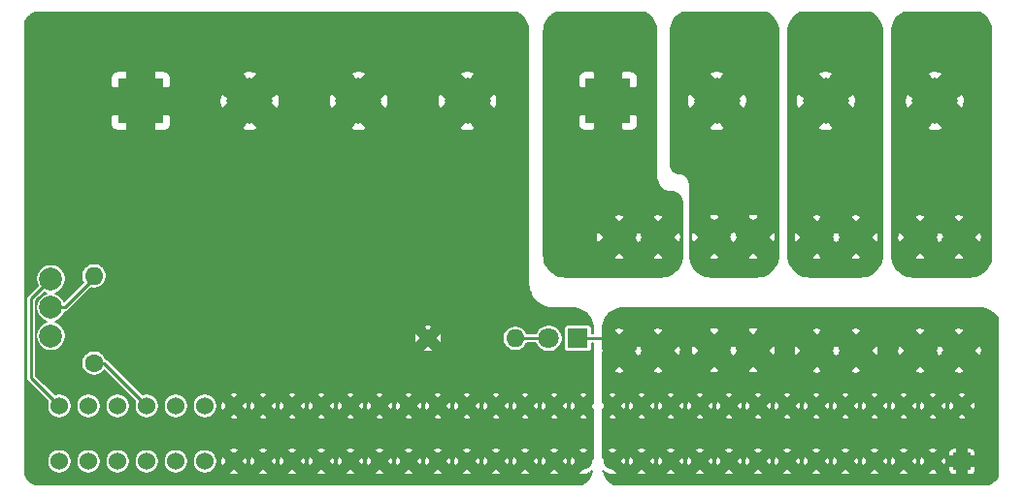
<source format=gbr>
G04 #@! TF.GenerationSoftware,KiCad,Pcbnew,(5.1.5)-3*
G04 #@! TF.CreationDate,2020-03-13T23:39:14-04:00*
G04 #@! TF.ProjectId,Power_Breakout,506f7765-725f-4427-9265-616b6f75742e,rev?*
G04 #@! TF.SameCoordinates,Original*
G04 #@! TF.FileFunction,Copper,L1,Top*
G04 #@! TF.FilePolarity,Positive*
%FSLAX46Y46*%
G04 Gerber Fmt 4.6, Leading zero omitted, Abs format (unit mm)*
G04 Created by KiCad (PCBNEW (5.1.5)-3) date 2020-03-13 23:39:14*
%MOMM*%
%LPD*%
G04 APERTURE LIST*
%ADD10C,1.998980*%
%ADD11O,1.600000X1.600000*%
%ADD12C,1.600000*%
%ADD13C,1.800000*%
%ADD14R,1.800000X1.800000*%
%ADD15C,2.780000*%
%ADD16C,1.530000*%
%ADD17R,1.530000X1.530000*%
%ADD18C,4.000000*%
%ADD19R,4.000000X4.000000*%
%ADD20C,0.250000*%
%ADD21C,0.200000*%
G04 APERTURE END LIST*
D10*
X119659400Y-148727160D03*
X119659400Y-146227800D03*
X119659400Y-143728440D03*
D11*
X160172400Y-148920200D03*
D12*
X152552400Y-148920200D03*
D13*
X163093400Y-148920200D03*
D14*
X165633400Y-148920200D03*
D15*
X195482000Y-150001000D03*
X198882000Y-150001000D03*
X195482000Y-140081000D03*
X198882000Y-140081000D03*
X186465000Y-150001000D03*
X189865000Y-150001000D03*
X186465000Y-140081000D03*
X189865000Y-140081000D03*
X177498800Y-149975600D03*
X180898800Y-149975600D03*
X177498800Y-140055600D03*
X180898800Y-140055600D03*
X169218400Y-150001000D03*
X172618400Y-150001000D03*
X169218400Y-140081000D03*
X172618400Y-140081000D03*
D11*
X123418600Y-143459200D03*
D12*
X123418600Y-151079200D03*
D16*
X199136000Y-154831400D03*
X196596000Y-154831400D03*
X194056000Y-154831400D03*
X191516000Y-154831400D03*
X188976000Y-154831400D03*
X186436000Y-154831400D03*
X183896000Y-154831400D03*
X181356000Y-154831400D03*
X178816000Y-154831400D03*
X176276000Y-154831400D03*
X173736000Y-154831400D03*
X171196000Y-154831400D03*
X168656000Y-154831400D03*
X166116000Y-154831400D03*
X163576000Y-154831400D03*
X161036000Y-154831400D03*
X158496000Y-154831400D03*
X155956000Y-154831400D03*
X153416000Y-154831400D03*
X150876000Y-154831400D03*
X148336000Y-154831400D03*
X145796000Y-154831400D03*
X143256000Y-154831400D03*
X140716000Y-154831400D03*
X138176000Y-154831400D03*
X135636000Y-154831400D03*
X133096000Y-154831400D03*
X130556000Y-154831400D03*
X128016000Y-154831400D03*
X125476000Y-154831400D03*
X122936000Y-154831400D03*
X120396000Y-154831400D03*
X120396000Y-159671400D03*
X122936000Y-159671400D03*
X125476000Y-159671400D03*
X128016000Y-159671400D03*
X130556000Y-159671400D03*
X133096000Y-159671400D03*
X135636000Y-159671400D03*
X138176000Y-159671400D03*
X140716000Y-159671400D03*
X143256000Y-159671400D03*
X145796000Y-159671400D03*
X148336000Y-159671400D03*
X150876000Y-159671400D03*
X153416000Y-159671400D03*
X155956000Y-159671400D03*
X158496000Y-159671400D03*
X161036000Y-159671400D03*
X163576000Y-159671400D03*
X166116000Y-159671400D03*
X168656000Y-159671400D03*
X171196000Y-159671400D03*
X173736000Y-159671400D03*
X176276000Y-159671400D03*
X178816000Y-159671400D03*
X181356000Y-159671400D03*
X183896000Y-159671400D03*
X186436000Y-159671400D03*
X188976000Y-159671400D03*
X191516000Y-159671400D03*
X194056000Y-159671400D03*
X196596000Y-159671400D03*
D17*
X199136000Y-159671400D03*
D18*
X155993000Y-128171000D03*
X146493000Y-128171000D03*
X136993000Y-128171000D03*
D19*
X127493000Y-128171000D03*
D18*
X196760000Y-128171000D03*
X187260000Y-128171000D03*
X177760000Y-128171000D03*
D19*
X168260000Y-128171000D03*
D20*
X168036000Y-149606000D02*
X168431000Y-150001000D01*
X168160400Y-148894800D02*
X169266600Y-150001000D01*
X165633400Y-148920200D02*
X165658800Y-148894800D01*
X165658800Y-148894800D02*
X168160400Y-148894800D01*
X124263800Y-151079200D02*
X128016000Y-154831400D01*
X123418600Y-151079200D02*
X124263800Y-151079200D01*
X123469400Y-151028400D02*
X123418600Y-151079200D01*
X119659400Y-143728440D02*
X117932200Y-145455640D01*
X117932200Y-152367600D02*
X120396000Y-154831400D01*
X117932200Y-145455640D02*
X117932200Y-152367600D01*
X161820608Y-148920200D02*
X160172400Y-148920200D01*
X163093400Y-148920200D02*
X161820608Y-148920200D01*
X123418600Y-143662400D02*
X123418600Y-143459200D01*
X119659400Y-146227800D02*
X120853200Y-146227800D01*
X120853200Y-146227800D02*
X123418600Y-143662400D01*
D21*
G36*
X200886158Y-146296591D02*
G01*
X201151023Y-146354210D01*
X201404981Y-146448931D01*
X201642880Y-146578834D01*
X201859865Y-146741267D01*
X202051533Y-146932935D01*
X202213966Y-147149920D01*
X202290800Y-147290631D01*
X202290800Y-160863621D01*
X202214238Y-161003911D01*
X202051941Y-161220849D01*
X201860437Y-161412492D01*
X201643620Y-161574945D01*
X201504865Y-161650800D01*
X168735160Y-161650800D01*
X168639059Y-161598387D01*
X168421901Y-161435969D01*
X168230082Y-161244290D01*
X168067505Y-161027248D01*
X167937488Y-160789270D01*
X167842681Y-160535210D01*
X167836482Y-160506728D01*
X168111421Y-160781667D01*
X168236610Y-160656478D01*
X168332938Y-160796577D01*
X168558658Y-160837983D01*
X168788117Y-160834557D01*
X168979062Y-160796577D01*
X169075391Y-160656476D01*
X170776609Y-160656476D01*
X170872938Y-160796577D01*
X171098658Y-160837983D01*
X171328117Y-160834557D01*
X171519062Y-160796577D01*
X171615391Y-160656476D01*
X173316609Y-160656476D01*
X173412938Y-160796577D01*
X173638658Y-160837983D01*
X173868117Y-160834557D01*
X174059062Y-160796577D01*
X174155391Y-160656476D01*
X175856609Y-160656476D01*
X175952938Y-160796577D01*
X176178658Y-160837983D01*
X176408117Y-160834557D01*
X176599062Y-160796577D01*
X176695391Y-160656476D01*
X178396609Y-160656476D01*
X178492938Y-160796577D01*
X178718658Y-160837983D01*
X178948117Y-160834557D01*
X179139062Y-160796577D01*
X179235391Y-160656476D01*
X180936609Y-160656476D01*
X181032938Y-160796577D01*
X181258658Y-160837983D01*
X181488117Y-160834557D01*
X181679062Y-160796577D01*
X181775391Y-160656476D01*
X183476609Y-160656476D01*
X183572938Y-160796577D01*
X183798658Y-160837983D01*
X184028117Y-160834557D01*
X184219062Y-160796577D01*
X184315391Y-160656476D01*
X186016609Y-160656476D01*
X186112938Y-160796577D01*
X186338658Y-160837983D01*
X186568117Y-160834557D01*
X186759062Y-160796577D01*
X186855391Y-160656476D01*
X188556609Y-160656476D01*
X188652938Y-160796577D01*
X188878658Y-160837983D01*
X189108117Y-160834557D01*
X189299062Y-160796577D01*
X189395391Y-160656476D01*
X191096609Y-160656476D01*
X191192938Y-160796577D01*
X191418658Y-160837983D01*
X191648117Y-160834557D01*
X191839062Y-160796577D01*
X191935391Y-160656476D01*
X193636609Y-160656476D01*
X193732938Y-160796577D01*
X193958658Y-160837983D01*
X194188117Y-160834557D01*
X194379062Y-160796577D01*
X194475391Y-160656476D01*
X196176609Y-160656476D01*
X196272938Y-160796577D01*
X196498658Y-160837983D01*
X196728117Y-160834557D01*
X196919062Y-160796577D01*
X197015391Y-160656476D01*
X196795315Y-160436400D01*
X197969065Y-160436400D01*
X197976788Y-160514814D01*
X197999660Y-160590214D01*
X198036803Y-160659703D01*
X198086789Y-160720611D01*
X198147697Y-160770597D01*
X198217186Y-160807740D01*
X198292586Y-160830612D01*
X198371000Y-160838335D01*
X198636000Y-160836400D01*
X198736000Y-160736400D01*
X198736000Y-160071400D01*
X199536000Y-160071400D01*
X199536000Y-160736400D01*
X199636000Y-160836400D01*
X199901000Y-160838335D01*
X199979414Y-160830612D01*
X200054814Y-160807740D01*
X200124303Y-160770597D01*
X200185211Y-160720611D01*
X200235197Y-160659703D01*
X200272340Y-160590214D01*
X200295212Y-160514814D01*
X200302935Y-160436400D01*
X200301000Y-160171400D01*
X200201000Y-160071400D01*
X199536000Y-160071400D01*
X198736000Y-160071400D01*
X198071000Y-160071400D01*
X197971000Y-160171400D01*
X197969065Y-160436400D01*
X196795315Y-160436400D01*
X196596000Y-160237085D01*
X196176609Y-160656476D01*
X194475391Y-160656476D01*
X194056000Y-160237085D01*
X193636609Y-160656476D01*
X191935391Y-160656476D01*
X191516000Y-160237085D01*
X191096609Y-160656476D01*
X189395391Y-160656476D01*
X188976000Y-160237085D01*
X188556609Y-160656476D01*
X186855391Y-160656476D01*
X186436000Y-160237085D01*
X186016609Y-160656476D01*
X184315391Y-160656476D01*
X183896000Y-160237085D01*
X183476609Y-160656476D01*
X181775391Y-160656476D01*
X181356000Y-160237085D01*
X180936609Y-160656476D01*
X179235391Y-160656476D01*
X178816000Y-160237085D01*
X178396609Y-160656476D01*
X176695391Y-160656476D01*
X176276000Y-160237085D01*
X175856609Y-160656476D01*
X174155391Y-160656476D01*
X173736000Y-160237085D01*
X173316609Y-160656476D01*
X171615391Y-160656476D01*
X171196000Y-160237085D01*
X170776609Y-160656476D01*
X169075391Y-160656476D01*
X168656000Y-160237085D01*
X168641858Y-160251228D01*
X168076173Y-159685543D01*
X168090315Y-159671400D01*
X169221685Y-159671400D01*
X169641076Y-160090791D01*
X169781177Y-159994462D01*
X169822583Y-159768742D01*
X169819677Y-159574058D01*
X170029417Y-159574058D01*
X170032843Y-159803517D01*
X170070823Y-159994462D01*
X170210924Y-160090791D01*
X170630315Y-159671400D01*
X171761685Y-159671400D01*
X172181076Y-160090791D01*
X172321177Y-159994462D01*
X172362583Y-159768742D01*
X172359677Y-159574058D01*
X172569417Y-159574058D01*
X172572843Y-159803517D01*
X172610823Y-159994462D01*
X172750924Y-160090791D01*
X173170315Y-159671400D01*
X174301685Y-159671400D01*
X174721076Y-160090791D01*
X174861177Y-159994462D01*
X174902583Y-159768742D01*
X174899677Y-159574058D01*
X175109417Y-159574058D01*
X175112843Y-159803517D01*
X175150823Y-159994462D01*
X175290924Y-160090791D01*
X175710315Y-159671400D01*
X176841685Y-159671400D01*
X177261076Y-160090791D01*
X177401177Y-159994462D01*
X177442583Y-159768742D01*
X177439677Y-159574058D01*
X177649417Y-159574058D01*
X177652843Y-159803517D01*
X177690823Y-159994462D01*
X177830924Y-160090791D01*
X178250315Y-159671400D01*
X179381685Y-159671400D01*
X179801076Y-160090791D01*
X179941177Y-159994462D01*
X179982583Y-159768742D01*
X179979677Y-159574058D01*
X180189417Y-159574058D01*
X180192843Y-159803517D01*
X180230823Y-159994462D01*
X180370924Y-160090791D01*
X180790315Y-159671400D01*
X181921685Y-159671400D01*
X182341076Y-160090791D01*
X182481177Y-159994462D01*
X182522583Y-159768742D01*
X182519677Y-159574058D01*
X182729417Y-159574058D01*
X182732843Y-159803517D01*
X182770823Y-159994462D01*
X182910924Y-160090791D01*
X183330315Y-159671400D01*
X184461685Y-159671400D01*
X184881076Y-160090791D01*
X185021177Y-159994462D01*
X185062583Y-159768742D01*
X185059677Y-159574058D01*
X185269417Y-159574058D01*
X185272843Y-159803517D01*
X185310823Y-159994462D01*
X185450924Y-160090791D01*
X185870315Y-159671400D01*
X187001685Y-159671400D01*
X187421076Y-160090791D01*
X187561177Y-159994462D01*
X187602583Y-159768742D01*
X187599677Y-159574058D01*
X187809417Y-159574058D01*
X187812843Y-159803517D01*
X187850823Y-159994462D01*
X187990924Y-160090791D01*
X188410315Y-159671400D01*
X189541685Y-159671400D01*
X189961076Y-160090791D01*
X190101177Y-159994462D01*
X190142583Y-159768742D01*
X190139677Y-159574058D01*
X190349417Y-159574058D01*
X190352843Y-159803517D01*
X190390823Y-159994462D01*
X190530924Y-160090791D01*
X190950315Y-159671400D01*
X192081685Y-159671400D01*
X192501076Y-160090791D01*
X192641177Y-159994462D01*
X192682583Y-159768742D01*
X192679677Y-159574058D01*
X192889417Y-159574058D01*
X192892843Y-159803517D01*
X192930823Y-159994462D01*
X193070924Y-160090791D01*
X193490315Y-159671400D01*
X194621685Y-159671400D01*
X195041076Y-160090791D01*
X195181177Y-159994462D01*
X195222583Y-159768742D01*
X195219677Y-159574058D01*
X195429417Y-159574058D01*
X195432843Y-159803517D01*
X195470823Y-159994462D01*
X195610924Y-160090791D01*
X196030315Y-159671400D01*
X197161685Y-159671400D01*
X197581076Y-160090791D01*
X197721177Y-159994462D01*
X197762583Y-159768742D01*
X197759157Y-159539283D01*
X197721177Y-159348338D01*
X197581076Y-159252009D01*
X197161685Y-159671400D01*
X196030315Y-159671400D01*
X195610924Y-159252009D01*
X195470823Y-159348338D01*
X195429417Y-159574058D01*
X195219677Y-159574058D01*
X195219157Y-159539283D01*
X195181177Y-159348338D01*
X195041076Y-159252009D01*
X194621685Y-159671400D01*
X193490315Y-159671400D01*
X193070924Y-159252009D01*
X192930823Y-159348338D01*
X192889417Y-159574058D01*
X192679677Y-159574058D01*
X192679157Y-159539283D01*
X192641177Y-159348338D01*
X192501076Y-159252009D01*
X192081685Y-159671400D01*
X190950315Y-159671400D01*
X190530924Y-159252009D01*
X190390823Y-159348338D01*
X190349417Y-159574058D01*
X190139677Y-159574058D01*
X190139157Y-159539283D01*
X190101177Y-159348338D01*
X189961076Y-159252009D01*
X189541685Y-159671400D01*
X188410315Y-159671400D01*
X187990924Y-159252009D01*
X187850823Y-159348338D01*
X187809417Y-159574058D01*
X187599677Y-159574058D01*
X187599157Y-159539283D01*
X187561177Y-159348338D01*
X187421076Y-159252009D01*
X187001685Y-159671400D01*
X185870315Y-159671400D01*
X185450924Y-159252009D01*
X185310823Y-159348338D01*
X185269417Y-159574058D01*
X185059677Y-159574058D01*
X185059157Y-159539283D01*
X185021177Y-159348338D01*
X184881076Y-159252009D01*
X184461685Y-159671400D01*
X183330315Y-159671400D01*
X182910924Y-159252009D01*
X182770823Y-159348338D01*
X182729417Y-159574058D01*
X182519677Y-159574058D01*
X182519157Y-159539283D01*
X182481177Y-159348338D01*
X182341076Y-159252009D01*
X181921685Y-159671400D01*
X180790315Y-159671400D01*
X180370924Y-159252009D01*
X180230823Y-159348338D01*
X180189417Y-159574058D01*
X179979677Y-159574058D01*
X179979157Y-159539283D01*
X179941177Y-159348338D01*
X179801076Y-159252009D01*
X179381685Y-159671400D01*
X178250315Y-159671400D01*
X177830924Y-159252009D01*
X177690823Y-159348338D01*
X177649417Y-159574058D01*
X177439677Y-159574058D01*
X177439157Y-159539283D01*
X177401177Y-159348338D01*
X177261076Y-159252009D01*
X176841685Y-159671400D01*
X175710315Y-159671400D01*
X175290924Y-159252009D01*
X175150823Y-159348338D01*
X175109417Y-159574058D01*
X174899677Y-159574058D01*
X174899157Y-159539283D01*
X174861177Y-159348338D01*
X174721076Y-159252009D01*
X174301685Y-159671400D01*
X173170315Y-159671400D01*
X172750924Y-159252009D01*
X172610823Y-159348338D01*
X172569417Y-159574058D01*
X172359677Y-159574058D01*
X172359157Y-159539283D01*
X172321177Y-159348338D01*
X172181076Y-159252009D01*
X171761685Y-159671400D01*
X170630315Y-159671400D01*
X170210924Y-159252009D01*
X170070823Y-159348338D01*
X170029417Y-159574058D01*
X169819677Y-159574058D01*
X169819157Y-159539283D01*
X169781177Y-159348338D01*
X169641076Y-159252009D01*
X169221685Y-159671400D01*
X168090315Y-159671400D01*
X167765400Y-159346485D01*
X167765400Y-158686324D01*
X168236609Y-158686324D01*
X168656000Y-159105715D01*
X169075391Y-158686324D01*
X170776609Y-158686324D01*
X171196000Y-159105715D01*
X171615391Y-158686324D01*
X173316609Y-158686324D01*
X173736000Y-159105715D01*
X174155391Y-158686324D01*
X175856609Y-158686324D01*
X176276000Y-159105715D01*
X176695391Y-158686324D01*
X178396609Y-158686324D01*
X178816000Y-159105715D01*
X179235391Y-158686324D01*
X180936609Y-158686324D01*
X181356000Y-159105715D01*
X181775391Y-158686324D01*
X183476609Y-158686324D01*
X183896000Y-159105715D01*
X184315391Y-158686324D01*
X186016609Y-158686324D01*
X186436000Y-159105715D01*
X186855391Y-158686324D01*
X188556609Y-158686324D01*
X188976000Y-159105715D01*
X189395391Y-158686324D01*
X191096609Y-158686324D01*
X191516000Y-159105715D01*
X191935391Y-158686324D01*
X193636609Y-158686324D01*
X194056000Y-159105715D01*
X194475391Y-158686324D01*
X196176609Y-158686324D01*
X196596000Y-159105715D01*
X196795315Y-158906400D01*
X197969065Y-158906400D01*
X197971000Y-159171400D01*
X198071000Y-159271400D01*
X198736000Y-159271400D01*
X198736000Y-158606400D01*
X199536000Y-158606400D01*
X199536000Y-159271400D01*
X200201000Y-159271400D01*
X200301000Y-159171400D01*
X200302935Y-158906400D01*
X200295212Y-158827986D01*
X200272340Y-158752586D01*
X200235197Y-158683097D01*
X200185211Y-158622189D01*
X200124303Y-158572203D01*
X200054814Y-158535060D01*
X199979414Y-158512188D01*
X199901000Y-158504465D01*
X199636000Y-158506400D01*
X199536000Y-158606400D01*
X198736000Y-158606400D01*
X198636000Y-158506400D01*
X198371000Y-158504465D01*
X198292586Y-158512188D01*
X198217186Y-158535060D01*
X198147697Y-158572203D01*
X198086789Y-158622189D01*
X198036803Y-158683097D01*
X197999660Y-158752586D01*
X197976788Y-158827986D01*
X197969065Y-158906400D01*
X196795315Y-158906400D01*
X197015391Y-158686324D01*
X196919062Y-158546223D01*
X196693342Y-158504817D01*
X196463883Y-158508243D01*
X196272938Y-158546223D01*
X196176609Y-158686324D01*
X194475391Y-158686324D01*
X194379062Y-158546223D01*
X194153342Y-158504817D01*
X193923883Y-158508243D01*
X193732938Y-158546223D01*
X193636609Y-158686324D01*
X191935391Y-158686324D01*
X191839062Y-158546223D01*
X191613342Y-158504817D01*
X191383883Y-158508243D01*
X191192938Y-158546223D01*
X191096609Y-158686324D01*
X189395391Y-158686324D01*
X189299062Y-158546223D01*
X189073342Y-158504817D01*
X188843883Y-158508243D01*
X188652938Y-158546223D01*
X188556609Y-158686324D01*
X186855391Y-158686324D01*
X186759062Y-158546223D01*
X186533342Y-158504817D01*
X186303883Y-158508243D01*
X186112938Y-158546223D01*
X186016609Y-158686324D01*
X184315391Y-158686324D01*
X184219062Y-158546223D01*
X183993342Y-158504817D01*
X183763883Y-158508243D01*
X183572938Y-158546223D01*
X183476609Y-158686324D01*
X181775391Y-158686324D01*
X181679062Y-158546223D01*
X181453342Y-158504817D01*
X181223883Y-158508243D01*
X181032938Y-158546223D01*
X180936609Y-158686324D01*
X179235391Y-158686324D01*
X179139062Y-158546223D01*
X178913342Y-158504817D01*
X178683883Y-158508243D01*
X178492938Y-158546223D01*
X178396609Y-158686324D01*
X176695391Y-158686324D01*
X176599062Y-158546223D01*
X176373342Y-158504817D01*
X176143883Y-158508243D01*
X175952938Y-158546223D01*
X175856609Y-158686324D01*
X174155391Y-158686324D01*
X174059062Y-158546223D01*
X173833342Y-158504817D01*
X173603883Y-158508243D01*
X173412938Y-158546223D01*
X173316609Y-158686324D01*
X171615391Y-158686324D01*
X171519062Y-158546223D01*
X171293342Y-158504817D01*
X171063883Y-158508243D01*
X170872938Y-158546223D01*
X170776609Y-158686324D01*
X169075391Y-158686324D01*
X168979062Y-158546223D01*
X168753342Y-158504817D01*
X168523883Y-158508243D01*
X168332938Y-158546223D01*
X168236609Y-158686324D01*
X167765400Y-158686324D01*
X167765400Y-155816476D01*
X168236609Y-155816476D01*
X168332938Y-155956577D01*
X168558658Y-155997983D01*
X168788117Y-155994557D01*
X168979062Y-155956577D01*
X169075391Y-155816476D01*
X170776609Y-155816476D01*
X170872938Y-155956577D01*
X171098658Y-155997983D01*
X171328117Y-155994557D01*
X171519062Y-155956577D01*
X171615391Y-155816476D01*
X173316609Y-155816476D01*
X173412938Y-155956577D01*
X173638658Y-155997983D01*
X173868117Y-155994557D01*
X174059062Y-155956577D01*
X174155391Y-155816476D01*
X175856609Y-155816476D01*
X175952938Y-155956577D01*
X176178658Y-155997983D01*
X176408117Y-155994557D01*
X176599062Y-155956577D01*
X176695391Y-155816476D01*
X178396609Y-155816476D01*
X178492938Y-155956577D01*
X178718658Y-155997983D01*
X178948117Y-155994557D01*
X179139062Y-155956577D01*
X179235391Y-155816476D01*
X180936609Y-155816476D01*
X181032938Y-155956577D01*
X181258658Y-155997983D01*
X181488117Y-155994557D01*
X181679062Y-155956577D01*
X181775391Y-155816476D01*
X183476609Y-155816476D01*
X183572938Y-155956577D01*
X183798658Y-155997983D01*
X184028117Y-155994557D01*
X184219062Y-155956577D01*
X184315391Y-155816476D01*
X186016609Y-155816476D01*
X186112938Y-155956577D01*
X186338658Y-155997983D01*
X186568117Y-155994557D01*
X186759062Y-155956577D01*
X186855391Y-155816476D01*
X188556609Y-155816476D01*
X188652938Y-155956577D01*
X188878658Y-155997983D01*
X189108117Y-155994557D01*
X189299062Y-155956577D01*
X189395391Y-155816476D01*
X191096609Y-155816476D01*
X191192938Y-155956577D01*
X191418658Y-155997983D01*
X191648117Y-155994557D01*
X191839062Y-155956577D01*
X191935391Y-155816476D01*
X193636609Y-155816476D01*
X193732938Y-155956577D01*
X193958658Y-155997983D01*
X194188117Y-155994557D01*
X194379062Y-155956577D01*
X194475391Y-155816476D01*
X196176609Y-155816476D01*
X196272938Y-155956577D01*
X196498658Y-155997983D01*
X196728117Y-155994557D01*
X196919062Y-155956577D01*
X197015391Y-155816476D01*
X198716609Y-155816476D01*
X198812938Y-155956577D01*
X199038658Y-155997983D01*
X199268117Y-155994557D01*
X199459062Y-155956577D01*
X199555391Y-155816476D01*
X199136000Y-155397085D01*
X198716609Y-155816476D01*
X197015391Y-155816476D01*
X196596000Y-155397085D01*
X196176609Y-155816476D01*
X194475391Y-155816476D01*
X194056000Y-155397085D01*
X193636609Y-155816476D01*
X191935391Y-155816476D01*
X191516000Y-155397085D01*
X191096609Y-155816476D01*
X189395391Y-155816476D01*
X188976000Y-155397085D01*
X188556609Y-155816476D01*
X186855391Y-155816476D01*
X186436000Y-155397085D01*
X186016609Y-155816476D01*
X184315391Y-155816476D01*
X183896000Y-155397085D01*
X183476609Y-155816476D01*
X181775391Y-155816476D01*
X181356000Y-155397085D01*
X180936609Y-155816476D01*
X179235391Y-155816476D01*
X178816000Y-155397085D01*
X178396609Y-155816476D01*
X176695391Y-155816476D01*
X176276000Y-155397085D01*
X175856609Y-155816476D01*
X174155391Y-155816476D01*
X173736000Y-155397085D01*
X173316609Y-155816476D01*
X171615391Y-155816476D01*
X171196000Y-155397085D01*
X170776609Y-155816476D01*
X169075391Y-155816476D01*
X168656000Y-155397085D01*
X168236609Y-155816476D01*
X167765400Y-155816476D01*
X167765400Y-155156315D01*
X168090315Y-154831400D01*
X169221685Y-154831400D01*
X169641076Y-155250791D01*
X169781177Y-155154462D01*
X169822583Y-154928742D01*
X169819677Y-154734058D01*
X170029417Y-154734058D01*
X170032843Y-154963517D01*
X170070823Y-155154462D01*
X170210924Y-155250791D01*
X170630315Y-154831400D01*
X171761685Y-154831400D01*
X172181076Y-155250791D01*
X172321177Y-155154462D01*
X172362583Y-154928742D01*
X172359677Y-154734058D01*
X172569417Y-154734058D01*
X172572843Y-154963517D01*
X172610823Y-155154462D01*
X172750924Y-155250791D01*
X173170315Y-154831400D01*
X174301685Y-154831400D01*
X174721076Y-155250791D01*
X174861177Y-155154462D01*
X174902583Y-154928742D01*
X174899677Y-154734058D01*
X175109417Y-154734058D01*
X175112843Y-154963517D01*
X175150823Y-155154462D01*
X175290924Y-155250791D01*
X175710315Y-154831400D01*
X176841685Y-154831400D01*
X177261076Y-155250791D01*
X177401177Y-155154462D01*
X177442583Y-154928742D01*
X177439677Y-154734058D01*
X177649417Y-154734058D01*
X177652843Y-154963517D01*
X177690823Y-155154462D01*
X177830924Y-155250791D01*
X178250315Y-154831400D01*
X179381685Y-154831400D01*
X179801076Y-155250791D01*
X179941177Y-155154462D01*
X179982583Y-154928742D01*
X179979677Y-154734058D01*
X180189417Y-154734058D01*
X180192843Y-154963517D01*
X180230823Y-155154462D01*
X180370924Y-155250791D01*
X180790315Y-154831400D01*
X181921685Y-154831400D01*
X182341076Y-155250791D01*
X182481177Y-155154462D01*
X182522583Y-154928742D01*
X182519677Y-154734058D01*
X182729417Y-154734058D01*
X182732843Y-154963517D01*
X182770823Y-155154462D01*
X182910924Y-155250791D01*
X183330315Y-154831400D01*
X184461685Y-154831400D01*
X184881076Y-155250791D01*
X185021177Y-155154462D01*
X185062583Y-154928742D01*
X185059677Y-154734058D01*
X185269417Y-154734058D01*
X185272843Y-154963517D01*
X185310823Y-155154462D01*
X185450924Y-155250791D01*
X185870315Y-154831400D01*
X187001685Y-154831400D01*
X187421076Y-155250791D01*
X187561177Y-155154462D01*
X187602583Y-154928742D01*
X187599677Y-154734058D01*
X187809417Y-154734058D01*
X187812843Y-154963517D01*
X187850823Y-155154462D01*
X187990924Y-155250791D01*
X188410315Y-154831400D01*
X189541685Y-154831400D01*
X189961076Y-155250791D01*
X190101177Y-155154462D01*
X190142583Y-154928742D01*
X190139677Y-154734058D01*
X190349417Y-154734058D01*
X190352843Y-154963517D01*
X190390823Y-155154462D01*
X190530924Y-155250791D01*
X190950315Y-154831400D01*
X192081685Y-154831400D01*
X192501076Y-155250791D01*
X192641177Y-155154462D01*
X192682583Y-154928742D01*
X192679677Y-154734058D01*
X192889417Y-154734058D01*
X192892843Y-154963517D01*
X192930823Y-155154462D01*
X193070924Y-155250791D01*
X193490315Y-154831400D01*
X194621685Y-154831400D01*
X195041076Y-155250791D01*
X195181177Y-155154462D01*
X195222583Y-154928742D01*
X195219677Y-154734058D01*
X195429417Y-154734058D01*
X195432843Y-154963517D01*
X195470823Y-155154462D01*
X195610924Y-155250791D01*
X196030315Y-154831400D01*
X197161685Y-154831400D01*
X197581076Y-155250791D01*
X197721177Y-155154462D01*
X197762583Y-154928742D01*
X197759677Y-154734058D01*
X197969417Y-154734058D01*
X197972843Y-154963517D01*
X198010823Y-155154462D01*
X198150924Y-155250791D01*
X198570315Y-154831400D01*
X199701685Y-154831400D01*
X200121076Y-155250791D01*
X200261177Y-155154462D01*
X200302583Y-154928742D01*
X200299157Y-154699283D01*
X200261177Y-154508338D01*
X200121076Y-154412009D01*
X199701685Y-154831400D01*
X198570315Y-154831400D01*
X198150924Y-154412009D01*
X198010823Y-154508338D01*
X197969417Y-154734058D01*
X197759677Y-154734058D01*
X197759157Y-154699283D01*
X197721177Y-154508338D01*
X197581076Y-154412009D01*
X197161685Y-154831400D01*
X196030315Y-154831400D01*
X195610924Y-154412009D01*
X195470823Y-154508338D01*
X195429417Y-154734058D01*
X195219677Y-154734058D01*
X195219157Y-154699283D01*
X195181177Y-154508338D01*
X195041076Y-154412009D01*
X194621685Y-154831400D01*
X193490315Y-154831400D01*
X193070924Y-154412009D01*
X192930823Y-154508338D01*
X192889417Y-154734058D01*
X192679677Y-154734058D01*
X192679157Y-154699283D01*
X192641177Y-154508338D01*
X192501076Y-154412009D01*
X192081685Y-154831400D01*
X190950315Y-154831400D01*
X190530924Y-154412009D01*
X190390823Y-154508338D01*
X190349417Y-154734058D01*
X190139677Y-154734058D01*
X190139157Y-154699283D01*
X190101177Y-154508338D01*
X189961076Y-154412009D01*
X189541685Y-154831400D01*
X188410315Y-154831400D01*
X187990924Y-154412009D01*
X187850823Y-154508338D01*
X187809417Y-154734058D01*
X187599677Y-154734058D01*
X187599157Y-154699283D01*
X187561177Y-154508338D01*
X187421076Y-154412009D01*
X187001685Y-154831400D01*
X185870315Y-154831400D01*
X185450924Y-154412009D01*
X185310823Y-154508338D01*
X185269417Y-154734058D01*
X185059677Y-154734058D01*
X185059157Y-154699283D01*
X185021177Y-154508338D01*
X184881076Y-154412009D01*
X184461685Y-154831400D01*
X183330315Y-154831400D01*
X182910924Y-154412009D01*
X182770823Y-154508338D01*
X182729417Y-154734058D01*
X182519677Y-154734058D01*
X182519157Y-154699283D01*
X182481177Y-154508338D01*
X182341076Y-154412009D01*
X181921685Y-154831400D01*
X180790315Y-154831400D01*
X180370924Y-154412009D01*
X180230823Y-154508338D01*
X180189417Y-154734058D01*
X179979677Y-154734058D01*
X179979157Y-154699283D01*
X179941177Y-154508338D01*
X179801076Y-154412009D01*
X179381685Y-154831400D01*
X178250315Y-154831400D01*
X177830924Y-154412009D01*
X177690823Y-154508338D01*
X177649417Y-154734058D01*
X177439677Y-154734058D01*
X177439157Y-154699283D01*
X177401177Y-154508338D01*
X177261076Y-154412009D01*
X176841685Y-154831400D01*
X175710315Y-154831400D01*
X175290924Y-154412009D01*
X175150823Y-154508338D01*
X175109417Y-154734058D01*
X174899677Y-154734058D01*
X174899157Y-154699283D01*
X174861177Y-154508338D01*
X174721076Y-154412009D01*
X174301685Y-154831400D01*
X173170315Y-154831400D01*
X172750924Y-154412009D01*
X172610823Y-154508338D01*
X172569417Y-154734058D01*
X172359677Y-154734058D01*
X172359157Y-154699283D01*
X172321177Y-154508338D01*
X172181076Y-154412009D01*
X171761685Y-154831400D01*
X170630315Y-154831400D01*
X170210924Y-154412009D01*
X170070823Y-154508338D01*
X170029417Y-154734058D01*
X169819677Y-154734058D01*
X169819157Y-154699283D01*
X169781177Y-154508338D01*
X169641076Y-154412009D01*
X169221685Y-154831400D01*
X168090315Y-154831400D01*
X167765400Y-154506485D01*
X167765400Y-153846324D01*
X168236609Y-153846324D01*
X168656000Y-154265715D01*
X169075391Y-153846324D01*
X170776609Y-153846324D01*
X171196000Y-154265715D01*
X171615391Y-153846324D01*
X173316609Y-153846324D01*
X173736000Y-154265715D01*
X174155391Y-153846324D01*
X175856609Y-153846324D01*
X176276000Y-154265715D01*
X176695391Y-153846324D01*
X178396609Y-153846324D01*
X178816000Y-154265715D01*
X179235391Y-153846324D01*
X180936609Y-153846324D01*
X181356000Y-154265715D01*
X181775391Y-153846324D01*
X183476609Y-153846324D01*
X183896000Y-154265715D01*
X184315391Y-153846324D01*
X186016609Y-153846324D01*
X186436000Y-154265715D01*
X186855391Y-153846324D01*
X188556609Y-153846324D01*
X188976000Y-154265715D01*
X189395391Y-153846324D01*
X191096609Y-153846324D01*
X191516000Y-154265715D01*
X191935391Y-153846324D01*
X193636609Y-153846324D01*
X194056000Y-154265715D01*
X194475391Y-153846324D01*
X196176609Y-153846324D01*
X196596000Y-154265715D01*
X197015391Y-153846324D01*
X198716609Y-153846324D01*
X199136000Y-154265715D01*
X199555391Y-153846324D01*
X199459062Y-153706223D01*
X199233342Y-153664817D01*
X199003883Y-153668243D01*
X198812938Y-153706223D01*
X198716609Y-153846324D01*
X197015391Y-153846324D01*
X196919062Y-153706223D01*
X196693342Y-153664817D01*
X196463883Y-153668243D01*
X196272938Y-153706223D01*
X196176609Y-153846324D01*
X194475391Y-153846324D01*
X194379062Y-153706223D01*
X194153342Y-153664817D01*
X193923883Y-153668243D01*
X193732938Y-153706223D01*
X193636609Y-153846324D01*
X191935391Y-153846324D01*
X191839062Y-153706223D01*
X191613342Y-153664817D01*
X191383883Y-153668243D01*
X191192938Y-153706223D01*
X191096609Y-153846324D01*
X189395391Y-153846324D01*
X189299062Y-153706223D01*
X189073342Y-153664817D01*
X188843883Y-153668243D01*
X188652938Y-153706223D01*
X188556609Y-153846324D01*
X186855391Y-153846324D01*
X186759062Y-153706223D01*
X186533342Y-153664817D01*
X186303883Y-153668243D01*
X186112938Y-153706223D01*
X186016609Y-153846324D01*
X184315391Y-153846324D01*
X184219062Y-153706223D01*
X183993342Y-153664817D01*
X183763883Y-153668243D01*
X183572938Y-153706223D01*
X183476609Y-153846324D01*
X181775391Y-153846324D01*
X181679062Y-153706223D01*
X181453342Y-153664817D01*
X181223883Y-153668243D01*
X181032938Y-153706223D01*
X180936609Y-153846324D01*
X179235391Y-153846324D01*
X179139062Y-153706223D01*
X178913342Y-153664817D01*
X178683883Y-153668243D01*
X178492938Y-153706223D01*
X178396609Y-153846324D01*
X176695391Y-153846324D01*
X176599062Y-153706223D01*
X176373342Y-153664817D01*
X176143883Y-153668243D01*
X175952938Y-153706223D01*
X175856609Y-153846324D01*
X174155391Y-153846324D01*
X174059062Y-153706223D01*
X173833342Y-153664817D01*
X173603883Y-153668243D01*
X173412938Y-153706223D01*
X173316609Y-153846324D01*
X171615391Y-153846324D01*
X171519062Y-153706223D01*
X171293342Y-153664817D01*
X171063883Y-153668243D01*
X170872938Y-153706223D01*
X170776609Y-153846324D01*
X169075391Y-153846324D01*
X168979062Y-153706223D01*
X168753342Y-153664817D01*
X168523883Y-153668243D01*
X168332938Y-153706223D01*
X168236609Y-153846324D01*
X167765400Y-153846324D01*
X167765400Y-151780009D01*
X168712184Y-151780009D01*
X168896941Y-151974621D01*
X169288152Y-151999412D01*
X169539859Y-151974621D01*
X169724616Y-151780009D01*
X172112184Y-151780009D01*
X172296941Y-151974621D01*
X172688152Y-151999412D01*
X172939859Y-151974621D01*
X173124616Y-151780009D01*
X173099217Y-151754609D01*
X176992584Y-151754609D01*
X177177341Y-151949221D01*
X177568552Y-151974012D01*
X177820259Y-151949221D01*
X178005016Y-151754609D01*
X180392584Y-151754609D01*
X180577341Y-151949221D01*
X180968552Y-151974012D01*
X181220259Y-151949221D01*
X181380902Y-151780009D01*
X185958784Y-151780009D01*
X186143541Y-151974621D01*
X186534752Y-151999412D01*
X186786459Y-151974621D01*
X186971216Y-151780009D01*
X189358784Y-151780009D01*
X189543541Y-151974621D01*
X189934752Y-151999412D01*
X190186459Y-151974621D01*
X190371216Y-151780009D01*
X194975784Y-151780009D01*
X195160541Y-151974621D01*
X195551752Y-151999412D01*
X195803459Y-151974621D01*
X195988216Y-151780009D01*
X198375784Y-151780009D01*
X198560541Y-151974621D01*
X198951752Y-151999412D01*
X199203459Y-151974621D01*
X199388216Y-151780009D01*
X198882000Y-151273792D01*
X198375784Y-151780009D01*
X195988216Y-151780009D01*
X195482000Y-151273792D01*
X194975784Y-151780009D01*
X190371216Y-151780009D01*
X189865000Y-151273792D01*
X189358784Y-151780009D01*
X186971216Y-151780009D01*
X186465000Y-151273792D01*
X185958784Y-151780009D01*
X181380902Y-151780009D01*
X181405016Y-151754609D01*
X180898800Y-151248392D01*
X180392584Y-151754609D01*
X178005016Y-151754609D01*
X177498800Y-151248392D01*
X176992584Y-151754609D01*
X173099217Y-151754609D01*
X172618400Y-151273792D01*
X172112184Y-151780009D01*
X169724616Y-151780009D01*
X169218400Y-151273792D01*
X168712184Y-151780009D01*
X167765400Y-151780009D01*
X167765400Y-150181208D01*
X167945608Y-150001000D01*
X170491192Y-150001000D01*
X170626439Y-150136246D01*
X170644779Y-150322459D01*
X170839391Y-150507216D01*
X170918400Y-150428207D01*
X170997409Y-150507216D01*
X171192021Y-150322459D01*
X171203379Y-150143229D01*
X171345608Y-150001000D01*
X173891192Y-150001000D01*
X174397409Y-150507216D01*
X174592021Y-150322459D01*
X174609581Y-150045352D01*
X175500388Y-150045352D01*
X175525179Y-150297059D01*
X175719791Y-150481816D01*
X176226008Y-149975600D01*
X178771592Y-149975600D01*
X178906839Y-150110846D01*
X178925179Y-150297059D01*
X179119791Y-150481816D01*
X179198800Y-150402807D01*
X179277809Y-150481816D01*
X179472421Y-150297059D01*
X179483779Y-150117829D01*
X179626008Y-149975600D01*
X182171592Y-149975600D01*
X182677809Y-150481816D01*
X182872421Y-150297059D01*
X182886762Y-150070752D01*
X184466588Y-150070752D01*
X184491379Y-150322459D01*
X184685991Y-150507216D01*
X185192208Y-150001000D01*
X187737792Y-150001000D01*
X187873039Y-150136246D01*
X187891379Y-150322459D01*
X188085991Y-150507216D01*
X188165000Y-150428207D01*
X188244009Y-150507216D01*
X188438621Y-150322459D01*
X188449979Y-150143229D01*
X188592208Y-150001000D01*
X191137792Y-150001000D01*
X191644009Y-150507216D01*
X191838621Y-150322459D01*
X191854571Y-150070752D01*
X193483588Y-150070752D01*
X193508379Y-150322459D01*
X193702991Y-150507216D01*
X194209208Y-150001000D01*
X196754792Y-150001000D01*
X196890039Y-150136246D01*
X196908379Y-150322459D01*
X197102991Y-150507216D01*
X197182000Y-150428207D01*
X197261009Y-150507216D01*
X197455621Y-150322459D01*
X197466979Y-150143229D01*
X197609208Y-150001000D01*
X200154792Y-150001000D01*
X200661009Y-150507216D01*
X200855621Y-150322459D01*
X200880412Y-149931248D01*
X200855621Y-149679541D01*
X200661009Y-149494784D01*
X200154792Y-150001000D01*
X197609208Y-150001000D01*
X197473961Y-149865754D01*
X197455621Y-149679541D01*
X197261009Y-149494784D01*
X197182000Y-149573793D01*
X197102991Y-149494784D01*
X196908379Y-149679541D01*
X196897021Y-149858771D01*
X196754792Y-150001000D01*
X194209208Y-150001000D01*
X193702991Y-149494784D01*
X193508379Y-149679541D01*
X193483588Y-150070752D01*
X191854571Y-150070752D01*
X191863412Y-149931248D01*
X191838621Y-149679541D01*
X191644009Y-149494784D01*
X191137792Y-150001000D01*
X188592208Y-150001000D01*
X188456961Y-149865754D01*
X188438621Y-149679541D01*
X188244009Y-149494784D01*
X188165000Y-149573793D01*
X188085991Y-149494784D01*
X187891379Y-149679541D01*
X187880021Y-149858771D01*
X187737792Y-150001000D01*
X185192208Y-150001000D01*
X184685991Y-149494784D01*
X184491379Y-149679541D01*
X184466588Y-150070752D01*
X182886762Y-150070752D01*
X182897212Y-149905848D01*
X182872421Y-149654141D01*
X182677809Y-149469384D01*
X182171592Y-149975600D01*
X179626008Y-149975600D01*
X179490761Y-149840354D01*
X179472421Y-149654141D01*
X179277809Y-149469384D01*
X179198800Y-149548393D01*
X179119791Y-149469384D01*
X178925179Y-149654141D01*
X178913821Y-149833371D01*
X178771592Y-149975600D01*
X176226008Y-149975600D01*
X175719791Y-149469384D01*
X175525179Y-149654141D01*
X175500388Y-150045352D01*
X174609581Y-150045352D01*
X174616812Y-149931248D01*
X174592021Y-149679541D01*
X174397409Y-149494784D01*
X173891192Y-150001000D01*
X171345608Y-150001000D01*
X171210361Y-149865754D01*
X171192021Y-149679541D01*
X170997409Y-149494784D01*
X170918400Y-149573793D01*
X170839391Y-149494784D01*
X170644779Y-149679541D01*
X170633421Y-149858771D01*
X170491192Y-150001000D01*
X167945608Y-150001000D01*
X167765400Y-149820792D01*
X167765400Y-148221991D01*
X168712184Y-148221991D01*
X169218400Y-148728208D01*
X169724616Y-148221991D01*
X172112184Y-148221991D01*
X172618400Y-148728208D01*
X173124616Y-148221991D01*
X173100503Y-148196591D01*
X176992584Y-148196591D01*
X177498800Y-148702808D01*
X178005016Y-148196591D01*
X180392584Y-148196591D01*
X180898800Y-148702808D01*
X181379616Y-148221991D01*
X185958784Y-148221991D01*
X186465000Y-148728208D01*
X186971216Y-148221991D01*
X189358784Y-148221991D01*
X189865000Y-148728208D01*
X190371216Y-148221991D01*
X194975784Y-148221991D01*
X195482000Y-148728208D01*
X195988216Y-148221991D01*
X198375784Y-148221991D01*
X198882000Y-148728208D01*
X199388216Y-148221991D01*
X199203459Y-148027379D01*
X198812248Y-148002588D01*
X198560541Y-148027379D01*
X198375784Y-148221991D01*
X195988216Y-148221991D01*
X195803459Y-148027379D01*
X195412248Y-148002588D01*
X195160541Y-148027379D01*
X194975784Y-148221991D01*
X190371216Y-148221991D01*
X190186459Y-148027379D01*
X189795248Y-148002588D01*
X189543541Y-148027379D01*
X189358784Y-148221991D01*
X186971216Y-148221991D01*
X186786459Y-148027379D01*
X186395248Y-148002588D01*
X186143541Y-148027379D01*
X185958784Y-148221991D01*
X181379616Y-148221991D01*
X181405016Y-148196591D01*
X181220259Y-148001979D01*
X180829048Y-147977188D01*
X180577341Y-148001979D01*
X180392584Y-148196591D01*
X178005016Y-148196591D01*
X177820259Y-148001979D01*
X177429048Y-147977188D01*
X177177341Y-148001979D01*
X176992584Y-148196591D01*
X173100503Y-148196591D01*
X172939859Y-148027379D01*
X172548648Y-148002588D01*
X172296941Y-148027379D01*
X172112184Y-148221991D01*
X169724616Y-148221991D01*
X169539859Y-148027379D01*
X169148648Y-148002588D01*
X168896941Y-148027379D01*
X168712184Y-148221991D01*
X167765400Y-148221991D01*
X167765400Y-148180569D01*
X167784991Y-147906642D01*
X167842610Y-147641777D01*
X167937331Y-147387819D01*
X168067234Y-147149920D01*
X168229667Y-146932935D01*
X168421335Y-146741267D01*
X168638320Y-146578834D01*
X168876219Y-146448931D01*
X169130177Y-146354210D01*
X169395042Y-146296591D01*
X169668969Y-146277000D01*
X200612231Y-146277000D01*
X200886158Y-146296591D01*
G37*
X200886158Y-146296591D02*
X201151023Y-146354210D01*
X201404981Y-146448931D01*
X201642880Y-146578834D01*
X201859865Y-146741267D01*
X202051533Y-146932935D01*
X202213966Y-147149920D01*
X202290800Y-147290631D01*
X202290800Y-160863621D01*
X202214238Y-161003911D01*
X202051941Y-161220849D01*
X201860437Y-161412492D01*
X201643620Y-161574945D01*
X201504865Y-161650800D01*
X168735160Y-161650800D01*
X168639059Y-161598387D01*
X168421901Y-161435969D01*
X168230082Y-161244290D01*
X168067505Y-161027248D01*
X167937488Y-160789270D01*
X167842681Y-160535210D01*
X167836482Y-160506728D01*
X168111421Y-160781667D01*
X168236610Y-160656478D01*
X168332938Y-160796577D01*
X168558658Y-160837983D01*
X168788117Y-160834557D01*
X168979062Y-160796577D01*
X169075391Y-160656476D01*
X170776609Y-160656476D01*
X170872938Y-160796577D01*
X171098658Y-160837983D01*
X171328117Y-160834557D01*
X171519062Y-160796577D01*
X171615391Y-160656476D01*
X173316609Y-160656476D01*
X173412938Y-160796577D01*
X173638658Y-160837983D01*
X173868117Y-160834557D01*
X174059062Y-160796577D01*
X174155391Y-160656476D01*
X175856609Y-160656476D01*
X175952938Y-160796577D01*
X176178658Y-160837983D01*
X176408117Y-160834557D01*
X176599062Y-160796577D01*
X176695391Y-160656476D01*
X178396609Y-160656476D01*
X178492938Y-160796577D01*
X178718658Y-160837983D01*
X178948117Y-160834557D01*
X179139062Y-160796577D01*
X179235391Y-160656476D01*
X180936609Y-160656476D01*
X181032938Y-160796577D01*
X181258658Y-160837983D01*
X181488117Y-160834557D01*
X181679062Y-160796577D01*
X181775391Y-160656476D01*
X183476609Y-160656476D01*
X183572938Y-160796577D01*
X183798658Y-160837983D01*
X184028117Y-160834557D01*
X184219062Y-160796577D01*
X184315391Y-160656476D01*
X186016609Y-160656476D01*
X186112938Y-160796577D01*
X186338658Y-160837983D01*
X186568117Y-160834557D01*
X186759062Y-160796577D01*
X186855391Y-160656476D01*
X188556609Y-160656476D01*
X188652938Y-160796577D01*
X188878658Y-160837983D01*
X189108117Y-160834557D01*
X189299062Y-160796577D01*
X189395391Y-160656476D01*
X191096609Y-160656476D01*
X191192938Y-160796577D01*
X191418658Y-160837983D01*
X191648117Y-160834557D01*
X191839062Y-160796577D01*
X191935391Y-160656476D01*
X193636609Y-160656476D01*
X193732938Y-160796577D01*
X193958658Y-160837983D01*
X194188117Y-160834557D01*
X194379062Y-160796577D01*
X194475391Y-160656476D01*
X196176609Y-160656476D01*
X196272938Y-160796577D01*
X196498658Y-160837983D01*
X196728117Y-160834557D01*
X196919062Y-160796577D01*
X197015391Y-160656476D01*
X196795315Y-160436400D01*
X197969065Y-160436400D01*
X197976788Y-160514814D01*
X197999660Y-160590214D01*
X198036803Y-160659703D01*
X198086789Y-160720611D01*
X198147697Y-160770597D01*
X198217186Y-160807740D01*
X198292586Y-160830612D01*
X198371000Y-160838335D01*
X198636000Y-160836400D01*
X198736000Y-160736400D01*
X198736000Y-160071400D01*
X199536000Y-160071400D01*
X199536000Y-160736400D01*
X199636000Y-160836400D01*
X199901000Y-160838335D01*
X199979414Y-160830612D01*
X200054814Y-160807740D01*
X200124303Y-160770597D01*
X200185211Y-160720611D01*
X200235197Y-160659703D01*
X200272340Y-160590214D01*
X200295212Y-160514814D01*
X200302935Y-160436400D01*
X200301000Y-160171400D01*
X200201000Y-160071400D01*
X199536000Y-160071400D01*
X198736000Y-160071400D01*
X198071000Y-160071400D01*
X197971000Y-160171400D01*
X197969065Y-160436400D01*
X196795315Y-160436400D01*
X196596000Y-160237085D01*
X196176609Y-160656476D01*
X194475391Y-160656476D01*
X194056000Y-160237085D01*
X193636609Y-160656476D01*
X191935391Y-160656476D01*
X191516000Y-160237085D01*
X191096609Y-160656476D01*
X189395391Y-160656476D01*
X188976000Y-160237085D01*
X188556609Y-160656476D01*
X186855391Y-160656476D01*
X186436000Y-160237085D01*
X186016609Y-160656476D01*
X184315391Y-160656476D01*
X183896000Y-160237085D01*
X183476609Y-160656476D01*
X181775391Y-160656476D01*
X181356000Y-160237085D01*
X180936609Y-160656476D01*
X179235391Y-160656476D01*
X178816000Y-160237085D01*
X178396609Y-160656476D01*
X176695391Y-160656476D01*
X176276000Y-160237085D01*
X175856609Y-160656476D01*
X174155391Y-160656476D01*
X173736000Y-160237085D01*
X173316609Y-160656476D01*
X171615391Y-160656476D01*
X171196000Y-160237085D01*
X170776609Y-160656476D01*
X169075391Y-160656476D01*
X168656000Y-160237085D01*
X168641858Y-160251228D01*
X168076173Y-159685543D01*
X168090315Y-159671400D01*
X169221685Y-159671400D01*
X169641076Y-160090791D01*
X169781177Y-159994462D01*
X169822583Y-159768742D01*
X169819677Y-159574058D01*
X170029417Y-159574058D01*
X170032843Y-159803517D01*
X170070823Y-159994462D01*
X170210924Y-160090791D01*
X170630315Y-159671400D01*
X171761685Y-159671400D01*
X172181076Y-160090791D01*
X172321177Y-159994462D01*
X172362583Y-159768742D01*
X172359677Y-159574058D01*
X172569417Y-159574058D01*
X172572843Y-159803517D01*
X172610823Y-159994462D01*
X172750924Y-160090791D01*
X173170315Y-159671400D01*
X174301685Y-159671400D01*
X174721076Y-160090791D01*
X174861177Y-159994462D01*
X174902583Y-159768742D01*
X174899677Y-159574058D01*
X175109417Y-159574058D01*
X175112843Y-159803517D01*
X175150823Y-159994462D01*
X175290924Y-160090791D01*
X175710315Y-159671400D01*
X176841685Y-159671400D01*
X177261076Y-160090791D01*
X177401177Y-159994462D01*
X177442583Y-159768742D01*
X177439677Y-159574058D01*
X177649417Y-159574058D01*
X177652843Y-159803517D01*
X177690823Y-159994462D01*
X177830924Y-160090791D01*
X178250315Y-159671400D01*
X179381685Y-159671400D01*
X179801076Y-160090791D01*
X179941177Y-159994462D01*
X179982583Y-159768742D01*
X179979677Y-159574058D01*
X180189417Y-159574058D01*
X180192843Y-159803517D01*
X180230823Y-159994462D01*
X180370924Y-160090791D01*
X180790315Y-159671400D01*
X181921685Y-159671400D01*
X182341076Y-160090791D01*
X182481177Y-159994462D01*
X182522583Y-159768742D01*
X182519677Y-159574058D01*
X182729417Y-159574058D01*
X182732843Y-159803517D01*
X182770823Y-159994462D01*
X182910924Y-160090791D01*
X183330315Y-159671400D01*
X184461685Y-159671400D01*
X184881076Y-160090791D01*
X185021177Y-159994462D01*
X185062583Y-159768742D01*
X185059677Y-159574058D01*
X185269417Y-159574058D01*
X185272843Y-159803517D01*
X185310823Y-159994462D01*
X185450924Y-160090791D01*
X185870315Y-159671400D01*
X187001685Y-159671400D01*
X187421076Y-160090791D01*
X187561177Y-159994462D01*
X187602583Y-159768742D01*
X187599677Y-159574058D01*
X187809417Y-159574058D01*
X187812843Y-159803517D01*
X187850823Y-159994462D01*
X187990924Y-160090791D01*
X188410315Y-159671400D01*
X189541685Y-159671400D01*
X189961076Y-160090791D01*
X190101177Y-159994462D01*
X190142583Y-159768742D01*
X190139677Y-159574058D01*
X190349417Y-159574058D01*
X190352843Y-159803517D01*
X190390823Y-159994462D01*
X190530924Y-160090791D01*
X190950315Y-159671400D01*
X192081685Y-159671400D01*
X192501076Y-160090791D01*
X192641177Y-159994462D01*
X192682583Y-159768742D01*
X192679677Y-159574058D01*
X192889417Y-159574058D01*
X192892843Y-159803517D01*
X192930823Y-159994462D01*
X193070924Y-160090791D01*
X193490315Y-159671400D01*
X194621685Y-159671400D01*
X195041076Y-160090791D01*
X195181177Y-159994462D01*
X195222583Y-159768742D01*
X195219677Y-159574058D01*
X195429417Y-159574058D01*
X195432843Y-159803517D01*
X195470823Y-159994462D01*
X195610924Y-160090791D01*
X196030315Y-159671400D01*
X197161685Y-159671400D01*
X197581076Y-160090791D01*
X197721177Y-159994462D01*
X197762583Y-159768742D01*
X197759157Y-159539283D01*
X197721177Y-159348338D01*
X197581076Y-159252009D01*
X197161685Y-159671400D01*
X196030315Y-159671400D01*
X195610924Y-159252009D01*
X195470823Y-159348338D01*
X195429417Y-159574058D01*
X195219677Y-159574058D01*
X195219157Y-159539283D01*
X195181177Y-159348338D01*
X195041076Y-159252009D01*
X194621685Y-159671400D01*
X193490315Y-159671400D01*
X193070924Y-159252009D01*
X192930823Y-159348338D01*
X192889417Y-159574058D01*
X192679677Y-159574058D01*
X192679157Y-159539283D01*
X192641177Y-159348338D01*
X192501076Y-159252009D01*
X192081685Y-159671400D01*
X190950315Y-159671400D01*
X190530924Y-159252009D01*
X190390823Y-159348338D01*
X190349417Y-159574058D01*
X190139677Y-159574058D01*
X190139157Y-159539283D01*
X190101177Y-159348338D01*
X189961076Y-159252009D01*
X189541685Y-159671400D01*
X188410315Y-159671400D01*
X187990924Y-159252009D01*
X187850823Y-159348338D01*
X187809417Y-159574058D01*
X187599677Y-159574058D01*
X187599157Y-159539283D01*
X187561177Y-159348338D01*
X187421076Y-159252009D01*
X187001685Y-159671400D01*
X185870315Y-159671400D01*
X185450924Y-159252009D01*
X185310823Y-159348338D01*
X185269417Y-159574058D01*
X185059677Y-159574058D01*
X185059157Y-159539283D01*
X185021177Y-159348338D01*
X184881076Y-159252009D01*
X184461685Y-159671400D01*
X183330315Y-159671400D01*
X182910924Y-159252009D01*
X182770823Y-159348338D01*
X182729417Y-159574058D01*
X182519677Y-159574058D01*
X182519157Y-159539283D01*
X182481177Y-159348338D01*
X182341076Y-159252009D01*
X181921685Y-159671400D01*
X180790315Y-159671400D01*
X180370924Y-159252009D01*
X180230823Y-159348338D01*
X180189417Y-159574058D01*
X179979677Y-159574058D01*
X179979157Y-159539283D01*
X179941177Y-159348338D01*
X179801076Y-159252009D01*
X179381685Y-159671400D01*
X178250315Y-159671400D01*
X177830924Y-159252009D01*
X177690823Y-159348338D01*
X177649417Y-159574058D01*
X177439677Y-159574058D01*
X177439157Y-159539283D01*
X177401177Y-159348338D01*
X177261076Y-159252009D01*
X176841685Y-159671400D01*
X175710315Y-159671400D01*
X175290924Y-159252009D01*
X175150823Y-159348338D01*
X175109417Y-159574058D01*
X174899677Y-159574058D01*
X174899157Y-159539283D01*
X174861177Y-159348338D01*
X174721076Y-159252009D01*
X174301685Y-159671400D01*
X173170315Y-159671400D01*
X172750924Y-159252009D01*
X172610823Y-159348338D01*
X172569417Y-159574058D01*
X172359677Y-159574058D01*
X172359157Y-159539283D01*
X172321177Y-159348338D01*
X172181076Y-159252009D01*
X171761685Y-159671400D01*
X170630315Y-159671400D01*
X170210924Y-159252009D01*
X170070823Y-159348338D01*
X170029417Y-159574058D01*
X169819677Y-159574058D01*
X169819157Y-159539283D01*
X169781177Y-159348338D01*
X169641076Y-159252009D01*
X169221685Y-159671400D01*
X168090315Y-159671400D01*
X167765400Y-159346485D01*
X167765400Y-158686324D01*
X168236609Y-158686324D01*
X168656000Y-159105715D01*
X169075391Y-158686324D01*
X170776609Y-158686324D01*
X171196000Y-159105715D01*
X171615391Y-158686324D01*
X173316609Y-158686324D01*
X173736000Y-159105715D01*
X174155391Y-158686324D01*
X175856609Y-158686324D01*
X176276000Y-159105715D01*
X176695391Y-158686324D01*
X178396609Y-158686324D01*
X178816000Y-159105715D01*
X179235391Y-158686324D01*
X180936609Y-158686324D01*
X181356000Y-159105715D01*
X181775391Y-158686324D01*
X183476609Y-158686324D01*
X183896000Y-159105715D01*
X184315391Y-158686324D01*
X186016609Y-158686324D01*
X186436000Y-159105715D01*
X186855391Y-158686324D01*
X188556609Y-158686324D01*
X188976000Y-159105715D01*
X189395391Y-158686324D01*
X191096609Y-158686324D01*
X191516000Y-159105715D01*
X191935391Y-158686324D01*
X193636609Y-158686324D01*
X194056000Y-159105715D01*
X194475391Y-158686324D01*
X196176609Y-158686324D01*
X196596000Y-159105715D01*
X196795315Y-158906400D01*
X197969065Y-158906400D01*
X197971000Y-159171400D01*
X198071000Y-159271400D01*
X198736000Y-159271400D01*
X198736000Y-158606400D01*
X199536000Y-158606400D01*
X199536000Y-159271400D01*
X200201000Y-159271400D01*
X200301000Y-159171400D01*
X200302935Y-158906400D01*
X200295212Y-158827986D01*
X200272340Y-158752586D01*
X200235197Y-158683097D01*
X200185211Y-158622189D01*
X200124303Y-158572203D01*
X200054814Y-158535060D01*
X199979414Y-158512188D01*
X199901000Y-158504465D01*
X199636000Y-158506400D01*
X199536000Y-158606400D01*
X198736000Y-158606400D01*
X198636000Y-158506400D01*
X198371000Y-158504465D01*
X198292586Y-158512188D01*
X198217186Y-158535060D01*
X198147697Y-158572203D01*
X198086789Y-158622189D01*
X198036803Y-158683097D01*
X197999660Y-158752586D01*
X197976788Y-158827986D01*
X197969065Y-158906400D01*
X196795315Y-158906400D01*
X197015391Y-158686324D01*
X196919062Y-158546223D01*
X196693342Y-158504817D01*
X196463883Y-158508243D01*
X196272938Y-158546223D01*
X196176609Y-158686324D01*
X194475391Y-158686324D01*
X194379062Y-158546223D01*
X194153342Y-158504817D01*
X193923883Y-158508243D01*
X193732938Y-158546223D01*
X193636609Y-158686324D01*
X191935391Y-158686324D01*
X191839062Y-158546223D01*
X191613342Y-158504817D01*
X191383883Y-158508243D01*
X191192938Y-158546223D01*
X191096609Y-158686324D01*
X189395391Y-158686324D01*
X189299062Y-158546223D01*
X189073342Y-158504817D01*
X188843883Y-158508243D01*
X188652938Y-158546223D01*
X188556609Y-158686324D01*
X186855391Y-158686324D01*
X186759062Y-158546223D01*
X186533342Y-158504817D01*
X186303883Y-158508243D01*
X186112938Y-158546223D01*
X186016609Y-158686324D01*
X184315391Y-158686324D01*
X184219062Y-158546223D01*
X183993342Y-158504817D01*
X183763883Y-158508243D01*
X183572938Y-158546223D01*
X183476609Y-158686324D01*
X181775391Y-158686324D01*
X181679062Y-158546223D01*
X181453342Y-158504817D01*
X181223883Y-158508243D01*
X181032938Y-158546223D01*
X180936609Y-158686324D01*
X179235391Y-158686324D01*
X179139062Y-158546223D01*
X178913342Y-158504817D01*
X178683883Y-158508243D01*
X178492938Y-158546223D01*
X178396609Y-158686324D01*
X176695391Y-158686324D01*
X176599062Y-158546223D01*
X176373342Y-158504817D01*
X176143883Y-158508243D01*
X175952938Y-158546223D01*
X175856609Y-158686324D01*
X174155391Y-158686324D01*
X174059062Y-158546223D01*
X173833342Y-158504817D01*
X173603883Y-158508243D01*
X173412938Y-158546223D01*
X173316609Y-158686324D01*
X171615391Y-158686324D01*
X171519062Y-158546223D01*
X171293342Y-158504817D01*
X171063883Y-158508243D01*
X170872938Y-158546223D01*
X170776609Y-158686324D01*
X169075391Y-158686324D01*
X168979062Y-158546223D01*
X168753342Y-158504817D01*
X168523883Y-158508243D01*
X168332938Y-158546223D01*
X168236609Y-158686324D01*
X167765400Y-158686324D01*
X167765400Y-155816476D01*
X168236609Y-155816476D01*
X168332938Y-155956577D01*
X168558658Y-155997983D01*
X168788117Y-155994557D01*
X168979062Y-155956577D01*
X169075391Y-155816476D01*
X170776609Y-155816476D01*
X170872938Y-155956577D01*
X171098658Y-155997983D01*
X171328117Y-155994557D01*
X171519062Y-155956577D01*
X171615391Y-155816476D01*
X173316609Y-155816476D01*
X173412938Y-155956577D01*
X173638658Y-155997983D01*
X173868117Y-155994557D01*
X174059062Y-155956577D01*
X174155391Y-155816476D01*
X175856609Y-155816476D01*
X175952938Y-155956577D01*
X176178658Y-155997983D01*
X176408117Y-155994557D01*
X176599062Y-155956577D01*
X176695391Y-155816476D01*
X178396609Y-155816476D01*
X178492938Y-155956577D01*
X178718658Y-155997983D01*
X178948117Y-155994557D01*
X179139062Y-155956577D01*
X179235391Y-155816476D01*
X180936609Y-155816476D01*
X181032938Y-155956577D01*
X181258658Y-155997983D01*
X181488117Y-155994557D01*
X181679062Y-155956577D01*
X181775391Y-155816476D01*
X183476609Y-155816476D01*
X183572938Y-155956577D01*
X183798658Y-155997983D01*
X184028117Y-155994557D01*
X184219062Y-155956577D01*
X184315391Y-155816476D01*
X186016609Y-155816476D01*
X186112938Y-155956577D01*
X186338658Y-155997983D01*
X186568117Y-155994557D01*
X186759062Y-155956577D01*
X186855391Y-155816476D01*
X188556609Y-155816476D01*
X188652938Y-155956577D01*
X188878658Y-155997983D01*
X189108117Y-155994557D01*
X189299062Y-155956577D01*
X189395391Y-155816476D01*
X191096609Y-155816476D01*
X191192938Y-155956577D01*
X191418658Y-155997983D01*
X191648117Y-155994557D01*
X191839062Y-155956577D01*
X191935391Y-155816476D01*
X193636609Y-155816476D01*
X193732938Y-155956577D01*
X193958658Y-155997983D01*
X194188117Y-155994557D01*
X194379062Y-155956577D01*
X194475391Y-155816476D01*
X196176609Y-155816476D01*
X196272938Y-155956577D01*
X196498658Y-155997983D01*
X196728117Y-155994557D01*
X196919062Y-155956577D01*
X197015391Y-155816476D01*
X198716609Y-155816476D01*
X198812938Y-155956577D01*
X199038658Y-155997983D01*
X199268117Y-155994557D01*
X199459062Y-155956577D01*
X199555391Y-155816476D01*
X199136000Y-155397085D01*
X198716609Y-155816476D01*
X197015391Y-155816476D01*
X196596000Y-155397085D01*
X196176609Y-155816476D01*
X194475391Y-155816476D01*
X194056000Y-155397085D01*
X193636609Y-155816476D01*
X191935391Y-155816476D01*
X191516000Y-155397085D01*
X191096609Y-155816476D01*
X189395391Y-155816476D01*
X188976000Y-155397085D01*
X188556609Y-155816476D01*
X186855391Y-155816476D01*
X186436000Y-155397085D01*
X186016609Y-155816476D01*
X184315391Y-155816476D01*
X183896000Y-155397085D01*
X183476609Y-155816476D01*
X181775391Y-155816476D01*
X181356000Y-155397085D01*
X180936609Y-155816476D01*
X179235391Y-155816476D01*
X178816000Y-155397085D01*
X178396609Y-155816476D01*
X176695391Y-155816476D01*
X176276000Y-155397085D01*
X175856609Y-155816476D01*
X174155391Y-155816476D01*
X173736000Y-155397085D01*
X173316609Y-155816476D01*
X171615391Y-155816476D01*
X171196000Y-155397085D01*
X170776609Y-155816476D01*
X169075391Y-155816476D01*
X168656000Y-155397085D01*
X168236609Y-155816476D01*
X167765400Y-155816476D01*
X167765400Y-155156315D01*
X168090315Y-154831400D01*
X169221685Y-154831400D01*
X169641076Y-155250791D01*
X169781177Y-155154462D01*
X169822583Y-154928742D01*
X169819677Y-154734058D01*
X170029417Y-154734058D01*
X170032843Y-154963517D01*
X170070823Y-155154462D01*
X170210924Y-155250791D01*
X170630315Y-154831400D01*
X171761685Y-154831400D01*
X172181076Y-155250791D01*
X172321177Y-155154462D01*
X172362583Y-154928742D01*
X172359677Y-154734058D01*
X172569417Y-154734058D01*
X172572843Y-154963517D01*
X172610823Y-155154462D01*
X172750924Y-155250791D01*
X173170315Y-154831400D01*
X174301685Y-154831400D01*
X174721076Y-155250791D01*
X174861177Y-155154462D01*
X174902583Y-154928742D01*
X174899677Y-154734058D01*
X175109417Y-154734058D01*
X175112843Y-154963517D01*
X175150823Y-155154462D01*
X175290924Y-155250791D01*
X175710315Y-154831400D01*
X176841685Y-154831400D01*
X177261076Y-155250791D01*
X177401177Y-155154462D01*
X177442583Y-154928742D01*
X177439677Y-154734058D01*
X177649417Y-154734058D01*
X177652843Y-154963517D01*
X177690823Y-155154462D01*
X177830924Y-155250791D01*
X178250315Y-154831400D01*
X179381685Y-154831400D01*
X179801076Y-155250791D01*
X179941177Y-155154462D01*
X179982583Y-154928742D01*
X179979677Y-154734058D01*
X180189417Y-154734058D01*
X180192843Y-154963517D01*
X180230823Y-155154462D01*
X180370924Y-155250791D01*
X180790315Y-154831400D01*
X181921685Y-154831400D01*
X182341076Y-155250791D01*
X182481177Y-155154462D01*
X182522583Y-154928742D01*
X182519677Y-154734058D01*
X182729417Y-154734058D01*
X182732843Y-154963517D01*
X182770823Y-155154462D01*
X182910924Y-155250791D01*
X183330315Y-154831400D01*
X184461685Y-154831400D01*
X184881076Y-155250791D01*
X185021177Y-155154462D01*
X185062583Y-154928742D01*
X185059677Y-154734058D01*
X185269417Y-154734058D01*
X185272843Y-154963517D01*
X185310823Y-155154462D01*
X185450924Y-155250791D01*
X185870315Y-154831400D01*
X187001685Y-154831400D01*
X187421076Y-155250791D01*
X187561177Y-155154462D01*
X187602583Y-154928742D01*
X187599677Y-154734058D01*
X187809417Y-154734058D01*
X187812843Y-154963517D01*
X187850823Y-155154462D01*
X187990924Y-155250791D01*
X188410315Y-154831400D01*
X189541685Y-154831400D01*
X189961076Y-155250791D01*
X190101177Y-155154462D01*
X190142583Y-154928742D01*
X190139677Y-154734058D01*
X190349417Y-154734058D01*
X190352843Y-154963517D01*
X190390823Y-155154462D01*
X190530924Y-155250791D01*
X190950315Y-154831400D01*
X192081685Y-154831400D01*
X192501076Y-155250791D01*
X192641177Y-155154462D01*
X192682583Y-154928742D01*
X192679677Y-154734058D01*
X192889417Y-154734058D01*
X192892843Y-154963517D01*
X192930823Y-155154462D01*
X193070924Y-155250791D01*
X193490315Y-154831400D01*
X194621685Y-154831400D01*
X195041076Y-155250791D01*
X195181177Y-155154462D01*
X195222583Y-154928742D01*
X195219677Y-154734058D01*
X195429417Y-154734058D01*
X195432843Y-154963517D01*
X195470823Y-155154462D01*
X195610924Y-155250791D01*
X196030315Y-154831400D01*
X197161685Y-154831400D01*
X197581076Y-155250791D01*
X197721177Y-155154462D01*
X197762583Y-154928742D01*
X197759677Y-154734058D01*
X197969417Y-154734058D01*
X197972843Y-154963517D01*
X198010823Y-155154462D01*
X198150924Y-155250791D01*
X198570315Y-154831400D01*
X199701685Y-154831400D01*
X200121076Y-155250791D01*
X200261177Y-155154462D01*
X200302583Y-154928742D01*
X200299157Y-154699283D01*
X200261177Y-154508338D01*
X200121076Y-154412009D01*
X199701685Y-154831400D01*
X198570315Y-154831400D01*
X198150924Y-154412009D01*
X198010823Y-154508338D01*
X197969417Y-154734058D01*
X197759677Y-154734058D01*
X197759157Y-154699283D01*
X197721177Y-154508338D01*
X197581076Y-154412009D01*
X197161685Y-154831400D01*
X196030315Y-154831400D01*
X195610924Y-154412009D01*
X195470823Y-154508338D01*
X195429417Y-154734058D01*
X195219677Y-154734058D01*
X195219157Y-154699283D01*
X195181177Y-154508338D01*
X195041076Y-154412009D01*
X194621685Y-154831400D01*
X193490315Y-154831400D01*
X193070924Y-154412009D01*
X192930823Y-154508338D01*
X192889417Y-154734058D01*
X192679677Y-154734058D01*
X192679157Y-154699283D01*
X192641177Y-154508338D01*
X192501076Y-154412009D01*
X192081685Y-154831400D01*
X190950315Y-154831400D01*
X190530924Y-154412009D01*
X190390823Y-154508338D01*
X190349417Y-154734058D01*
X190139677Y-154734058D01*
X190139157Y-154699283D01*
X190101177Y-154508338D01*
X189961076Y-154412009D01*
X189541685Y-154831400D01*
X188410315Y-154831400D01*
X187990924Y-154412009D01*
X187850823Y-154508338D01*
X187809417Y-154734058D01*
X187599677Y-154734058D01*
X187599157Y-154699283D01*
X187561177Y-154508338D01*
X187421076Y-154412009D01*
X187001685Y-154831400D01*
X185870315Y-154831400D01*
X185450924Y-154412009D01*
X185310823Y-154508338D01*
X185269417Y-154734058D01*
X185059677Y-154734058D01*
X185059157Y-154699283D01*
X185021177Y-154508338D01*
X184881076Y-154412009D01*
X184461685Y-154831400D01*
X183330315Y-154831400D01*
X182910924Y-154412009D01*
X182770823Y-154508338D01*
X182729417Y-154734058D01*
X182519677Y-154734058D01*
X182519157Y-154699283D01*
X182481177Y-154508338D01*
X182341076Y-154412009D01*
X181921685Y-154831400D01*
X180790315Y-154831400D01*
X180370924Y-154412009D01*
X180230823Y-154508338D01*
X180189417Y-154734058D01*
X179979677Y-154734058D01*
X179979157Y-154699283D01*
X179941177Y-154508338D01*
X179801076Y-154412009D01*
X179381685Y-154831400D01*
X178250315Y-154831400D01*
X177830924Y-154412009D01*
X177690823Y-154508338D01*
X177649417Y-154734058D01*
X177439677Y-154734058D01*
X177439157Y-154699283D01*
X177401177Y-154508338D01*
X177261076Y-154412009D01*
X176841685Y-154831400D01*
X175710315Y-154831400D01*
X175290924Y-154412009D01*
X175150823Y-154508338D01*
X175109417Y-154734058D01*
X174899677Y-154734058D01*
X174899157Y-154699283D01*
X174861177Y-154508338D01*
X174721076Y-154412009D01*
X174301685Y-154831400D01*
X173170315Y-154831400D01*
X172750924Y-154412009D01*
X172610823Y-154508338D01*
X172569417Y-154734058D01*
X172359677Y-154734058D01*
X172359157Y-154699283D01*
X172321177Y-154508338D01*
X172181076Y-154412009D01*
X171761685Y-154831400D01*
X170630315Y-154831400D01*
X170210924Y-154412009D01*
X170070823Y-154508338D01*
X170029417Y-154734058D01*
X169819677Y-154734058D01*
X169819157Y-154699283D01*
X169781177Y-154508338D01*
X169641076Y-154412009D01*
X169221685Y-154831400D01*
X168090315Y-154831400D01*
X167765400Y-154506485D01*
X167765400Y-153846324D01*
X168236609Y-153846324D01*
X168656000Y-154265715D01*
X169075391Y-153846324D01*
X170776609Y-153846324D01*
X171196000Y-154265715D01*
X171615391Y-153846324D01*
X173316609Y-153846324D01*
X173736000Y-154265715D01*
X174155391Y-153846324D01*
X175856609Y-153846324D01*
X176276000Y-154265715D01*
X176695391Y-153846324D01*
X178396609Y-153846324D01*
X178816000Y-154265715D01*
X179235391Y-153846324D01*
X180936609Y-153846324D01*
X181356000Y-154265715D01*
X181775391Y-153846324D01*
X183476609Y-153846324D01*
X183896000Y-154265715D01*
X184315391Y-153846324D01*
X186016609Y-153846324D01*
X186436000Y-154265715D01*
X186855391Y-153846324D01*
X188556609Y-153846324D01*
X188976000Y-154265715D01*
X189395391Y-153846324D01*
X191096609Y-153846324D01*
X191516000Y-154265715D01*
X191935391Y-153846324D01*
X193636609Y-153846324D01*
X194056000Y-154265715D01*
X194475391Y-153846324D01*
X196176609Y-153846324D01*
X196596000Y-154265715D01*
X197015391Y-153846324D01*
X198716609Y-153846324D01*
X199136000Y-154265715D01*
X199555391Y-153846324D01*
X199459062Y-153706223D01*
X199233342Y-153664817D01*
X199003883Y-153668243D01*
X198812938Y-153706223D01*
X198716609Y-153846324D01*
X197015391Y-153846324D01*
X196919062Y-153706223D01*
X196693342Y-153664817D01*
X196463883Y-153668243D01*
X196272938Y-153706223D01*
X196176609Y-153846324D01*
X194475391Y-153846324D01*
X194379062Y-153706223D01*
X194153342Y-153664817D01*
X193923883Y-153668243D01*
X193732938Y-153706223D01*
X193636609Y-153846324D01*
X191935391Y-153846324D01*
X191839062Y-153706223D01*
X191613342Y-153664817D01*
X191383883Y-153668243D01*
X191192938Y-153706223D01*
X191096609Y-153846324D01*
X189395391Y-153846324D01*
X189299062Y-153706223D01*
X189073342Y-153664817D01*
X188843883Y-153668243D01*
X188652938Y-153706223D01*
X188556609Y-153846324D01*
X186855391Y-153846324D01*
X186759062Y-153706223D01*
X186533342Y-153664817D01*
X186303883Y-153668243D01*
X186112938Y-153706223D01*
X186016609Y-153846324D01*
X184315391Y-153846324D01*
X184219062Y-153706223D01*
X183993342Y-153664817D01*
X183763883Y-153668243D01*
X183572938Y-153706223D01*
X183476609Y-153846324D01*
X181775391Y-153846324D01*
X181679062Y-153706223D01*
X181453342Y-153664817D01*
X181223883Y-153668243D01*
X181032938Y-153706223D01*
X180936609Y-153846324D01*
X179235391Y-153846324D01*
X179139062Y-153706223D01*
X178913342Y-153664817D01*
X178683883Y-153668243D01*
X178492938Y-153706223D01*
X178396609Y-153846324D01*
X176695391Y-153846324D01*
X176599062Y-153706223D01*
X176373342Y-153664817D01*
X176143883Y-153668243D01*
X175952938Y-153706223D01*
X175856609Y-153846324D01*
X174155391Y-153846324D01*
X174059062Y-153706223D01*
X173833342Y-153664817D01*
X173603883Y-153668243D01*
X173412938Y-153706223D01*
X173316609Y-153846324D01*
X171615391Y-153846324D01*
X171519062Y-153706223D01*
X171293342Y-153664817D01*
X171063883Y-153668243D01*
X170872938Y-153706223D01*
X170776609Y-153846324D01*
X169075391Y-153846324D01*
X168979062Y-153706223D01*
X168753342Y-153664817D01*
X168523883Y-153668243D01*
X168332938Y-153706223D01*
X168236609Y-153846324D01*
X167765400Y-153846324D01*
X167765400Y-151780009D01*
X168712184Y-151780009D01*
X168896941Y-151974621D01*
X169288152Y-151999412D01*
X169539859Y-151974621D01*
X169724616Y-151780009D01*
X172112184Y-151780009D01*
X172296941Y-151974621D01*
X172688152Y-151999412D01*
X172939859Y-151974621D01*
X173124616Y-151780009D01*
X173099217Y-151754609D01*
X176992584Y-151754609D01*
X177177341Y-151949221D01*
X177568552Y-151974012D01*
X177820259Y-151949221D01*
X178005016Y-151754609D01*
X180392584Y-151754609D01*
X180577341Y-151949221D01*
X180968552Y-151974012D01*
X181220259Y-151949221D01*
X181380902Y-151780009D01*
X185958784Y-151780009D01*
X186143541Y-151974621D01*
X186534752Y-151999412D01*
X186786459Y-151974621D01*
X186971216Y-151780009D01*
X189358784Y-151780009D01*
X189543541Y-151974621D01*
X189934752Y-151999412D01*
X190186459Y-151974621D01*
X190371216Y-151780009D01*
X194975784Y-151780009D01*
X195160541Y-151974621D01*
X195551752Y-151999412D01*
X195803459Y-151974621D01*
X195988216Y-151780009D01*
X198375784Y-151780009D01*
X198560541Y-151974621D01*
X198951752Y-151999412D01*
X199203459Y-151974621D01*
X199388216Y-151780009D01*
X198882000Y-151273792D01*
X198375784Y-151780009D01*
X195988216Y-151780009D01*
X195482000Y-151273792D01*
X194975784Y-151780009D01*
X190371216Y-151780009D01*
X189865000Y-151273792D01*
X189358784Y-151780009D01*
X186971216Y-151780009D01*
X186465000Y-151273792D01*
X185958784Y-151780009D01*
X181380902Y-151780009D01*
X181405016Y-151754609D01*
X180898800Y-151248392D01*
X180392584Y-151754609D01*
X178005016Y-151754609D01*
X177498800Y-151248392D01*
X176992584Y-151754609D01*
X173099217Y-151754609D01*
X172618400Y-151273792D01*
X172112184Y-151780009D01*
X169724616Y-151780009D01*
X169218400Y-151273792D01*
X168712184Y-151780009D01*
X167765400Y-151780009D01*
X167765400Y-150181208D01*
X167945608Y-150001000D01*
X170491192Y-150001000D01*
X170626439Y-150136246D01*
X170644779Y-150322459D01*
X170839391Y-150507216D01*
X170918400Y-150428207D01*
X170997409Y-150507216D01*
X171192021Y-150322459D01*
X171203379Y-150143229D01*
X171345608Y-150001000D01*
X173891192Y-150001000D01*
X174397409Y-150507216D01*
X174592021Y-150322459D01*
X174609581Y-150045352D01*
X175500388Y-150045352D01*
X175525179Y-150297059D01*
X175719791Y-150481816D01*
X176226008Y-149975600D01*
X178771592Y-149975600D01*
X178906839Y-150110846D01*
X178925179Y-150297059D01*
X179119791Y-150481816D01*
X179198800Y-150402807D01*
X179277809Y-150481816D01*
X179472421Y-150297059D01*
X179483779Y-150117829D01*
X179626008Y-149975600D01*
X182171592Y-149975600D01*
X182677809Y-150481816D01*
X182872421Y-150297059D01*
X182886762Y-150070752D01*
X184466588Y-150070752D01*
X184491379Y-150322459D01*
X184685991Y-150507216D01*
X185192208Y-150001000D01*
X187737792Y-150001000D01*
X187873039Y-150136246D01*
X187891379Y-150322459D01*
X188085991Y-150507216D01*
X188165000Y-150428207D01*
X188244009Y-150507216D01*
X188438621Y-150322459D01*
X188449979Y-150143229D01*
X188592208Y-150001000D01*
X191137792Y-150001000D01*
X191644009Y-150507216D01*
X191838621Y-150322459D01*
X191854571Y-150070752D01*
X193483588Y-150070752D01*
X193508379Y-150322459D01*
X193702991Y-150507216D01*
X194209208Y-150001000D01*
X196754792Y-150001000D01*
X196890039Y-150136246D01*
X196908379Y-150322459D01*
X197102991Y-150507216D01*
X197182000Y-150428207D01*
X197261009Y-150507216D01*
X197455621Y-150322459D01*
X197466979Y-150143229D01*
X197609208Y-150001000D01*
X200154792Y-150001000D01*
X200661009Y-150507216D01*
X200855621Y-150322459D01*
X200880412Y-149931248D01*
X200855621Y-149679541D01*
X200661009Y-149494784D01*
X200154792Y-150001000D01*
X197609208Y-150001000D01*
X197473961Y-149865754D01*
X197455621Y-149679541D01*
X197261009Y-149494784D01*
X197182000Y-149573793D01*
X197102991Y-149494784D01*
X196908379Y-149679541D01*
X196897021Y-149858771D01*
X196754792Y-150001000D01*
X194209208Y-150001000D01*
X193702991Y-149494784D01*
X193508379Y-149679541D01*
X193483588Y-150070752D01*
X191854571Y-150070752D01*
X191863412Y-149931248D01*
X191838621Y-149679541D01*
X191644009Y-149494784D01*
X191137792Y-150001000D01*
X188592208Y-150001000D01*
X188456961Y-149865754D01*
X188438621Y-149679541D01*
X188244009Y-149494784D01*
X188165000Y-149573793D01*
X188085991Y-149494784D01*
X187891379Y-149679541D01*
X187880021Y-149858771D01*
X187737792Y-150001000D01*
X185192208Y-150001000D01*
X184685991Y-149494784D01*
X184491379Y-149679541D01*
X184466588Y-150070752D01*
X182886762Y-150070752D01*
X182897212Y-149905848D01*
X182872421Y-149654141D01*
X182677809Y-149469384D01*
X182171592Y-149975600D01*
X179626008Y-149975600D01*
X179490761Y-149840354D01*
X179472421Y-149654141D01*
X179277809Y-149469384D01*
X179198800Y-149548393D01*
X179119791Y-149469384D01*
X178925179Y-149654141D01*
X178913821Y-149833371D01*
X178771592Y-149975600D01*
X176226008Y-149975600D01*
X175719791Y-149469384D01*
X175525179Y-149654141D01*
X175500388Y-150045352D01*
X174609581Y-150045352D01*
X174616812Y-149931248D01*
X174592021Y-149679541D01*
X174397409Y-149494784D01*
X173891192Y-150001000D01*
X171345608Y-150001000D01*
X171210361Y-149865754D01*
X171192021Y-149679541D01*
X170997409Y-149494784D01*
X170918400Y-149573793D01*
X170839391Y-149494784D01*
X170644779Y-149679541D01*
X170633421Y-149858771D01*
X170491192Y-150001000D01*
X167945608Y-150001000D01*
X167765400Y-149820792D01*
X167765400Y-148221991D01*
X168712184Y-148221991D01*
X169218400Y-148728208D01*
X169724616Y-148221991D01*
X172112184Y-148221991D01*
X172618400Y-148728208D01*
X173124616Y-148221991D01*
X173100503Y-148196591D01*
X176992584Y-148196591D01*
X177498800Y-148702808D01*
X178005016Y-148196591D01*
X180392584Y-148196591D01*
X180898800Y-148702808D01*
X181379616Y-148221991D01*
X185958784Y-148221991D01*
X186465000Y-148728208D01*
X186971216Y-148221991D01*
X189358784Y-148221991D01*
X189865000Y-148728208D01*
X190371216Y-148221991D01*
X194975784Y-148221991D01*
X195482000Y-148728208D01*
X195988216Y-148221991D01*
X198375784Y-148221991D01*
X198882000Y-148728208D01*
X199388216Y-148221991D01*
X199203459Y-148027379D01*
X198812248Y-148002588D01*
X198560541Y-148027379D01*
X198375784Y-148221991D01*
X195988216Y-148221991D01*
X195803459Y-148027379D01*
X195412248Y-148002588D01*
X195160541Y-148027379D01*
X194975784Y-148221991D01*
X190371216Y-148221991D01*
X190186459Y-148027379D01*
X189795248Y-148002588D01*
X189543541Y-148027379D01*
X189358784Y-148221991D01*
X186971216Y-148221991D01*
X186786459Y-148027379D01*
X186395248Y-148002588D01*
X186143541Y-148027379D01*
X185958784Y-148221991D01*
X181379616Y-148221991D01*
X181405016Y-148196591D01*
X181220259Y-148001979D01*
X180829048Y-147977188D01*
X180577341Y-148001979D01*
X180392584Y-148196591D01*
X178005016Y-148196591D01*
X177820259Y-148001979D01*
X177429048Y-147977188D01*
X177177341Y-148001979D01*
X176992584Y-148196591D01*
X173100503Y-148196591D01*
X172939859Y-148027379D01*
X172548648Y-148002588D01*
X172296941Y-148027379D01*
X172112184Y-148221991D01*
X169724616Y-148221991D01*
X169539859Y-148027379D01*
X169148648Y-148002588D01*
X168896941Y-148027379D01*
X168712184Y-148221991D01*
X167765400Y-148221991D01*
X167765400Y-148180569D01*
X167784991Y-147906642D01*
X167842610Y-147641777D01*
X167937331Y-147387819D01*
X168067234Y-147149920D01*
X168229667Y-146932935D01*
X168421335Y-146741267D01*
X168638320Y-146578834D01*
X168876219Y-146448931D01*
X169130177Y-146354210D01*
X169395042Y-146296591D01*
X169668969Y-146277000D01*
X200612231Y-146277000D01*
X200886158Y-146296591D01*
G36*
X160444080Y-120543834D02*
G01*
X160661065Y-120706267D01*
X160852733Y-120897935D01*
X161015166Y-121114920D01*
X161145069Y-121352819D01*
X161239790Y-121606777D01*
X161297409Y-121871642D01*
X161317000Y-122145569D01*
X161317000Y-144177000D01*
X161317255Y-144184134D01*
X161337612Y-144468764D01*
X161339642Y-144482887D01*
X161400299Y-144761722D01*
X161404319Y-144775411D01*
X161504041Y-145042776D01*
X161509968Y-145055755D01*
X161646725Y-145306207D01*
X161654439Y-145318210D01*
X161825447Y-145546649D01*
X161834790Y-145557432D01*
X162036568Y-145759210D01*
X162047351Y-145768553D01*
X162275790Y-145939561D01*
X162287793Y-145947275D01*
X162538245Y-146084032D01*
X162551224Y-146089959D01*
X162818589Y-146189681D01*
X162832278Y-146193701D01*
X163111113Y-146254358D01*
X163125236Y-146256388D01*
X163409866Y-146276745D01*
X163417000Y-146277000D01*
X165077631Y-146277000D01*
X165351558Y-146296591D01*
X165616423Y-146354210D01*
X165870381Y-146448931D01*
X166108280Y-146578834D01*
X166325265Y-146741267D01*
X166516933Y-146932935D01*
X166679366Y-147149920D01*
X166809269Y-147387819D01*
X166903990Y-147641777D01*
X166961609Y-147906642D01*
X166981200Y-148180569D01*
X166981200Y-148469800D01*
X166834851Y-148469800D01*
X166834851Y-148020200D01*
X166829059Y-147961390D01*
X166811904Y-147904840D01*
X166784047Y-147852723D01*
X166746558Y-147807042D01*
X166700877Y-147769553D01*
X166648760Y-147741696D01*
X166592210Y-147724541D01*
X166533400Y-147718749D01*
X164733400Y-147718749D01*
X164674590Y-147724541D01*
X164618040Y-147741696D01*
X164565923Y-147769553D01*
X164520242Y-147807042D01*
X164482753Y-147852723D01*
X164454896Y-147904840D01*
X164437741Y-147961390D01*
X164431949Y-148020200D01*
X164431949Y-149820200D01*
X164437741Y-149879010D01*
X164454896Y-149935560D01*
X164482753Y-149987677D01*
X164520242Y-150033358D01*
X164565923Y-150070847D01*
X164618040Y-150098704D01*
X164674590Y-150115859D01*
X164733400Y-150121651D01*
X166533400Y-150121651D01*
X166592210Y-150115859D01*
X166648760Y-150098704D01*
X166700877Y-150070847D01*
X166746558Y-150033358D01*
X166784047Y-149987677D01*
X166811904Y-149935560D01*
X166829059Y-149879010D01*
X166834851Y-149820200D01*
X166834851Y-149319800D01*
X166981200Y-149319800D01*
X166981200Y-154531885D01*
X166681685Y-154831400D01*
X166981200Y-155130915D01*
X166981200Y-159371885D01*
X166681685Y-159671400D01*
X166695828Y-159685543D01*
X166130143Y-160251228D01*
X166116000Y-160237085D01*
X165696609Y-160656476D01*
X165792938Y-160796577D01*
X166018658Y-160837983D01*
X166248117Y-160834557D01*
X166439062Y-160796577D01*
X166535390Y-160656478D01*
X166660579Y-160781667D01*
X166902316Y-160539930D01*
X166809159Y-160789606D01*
X166679177Y-161027557D01*
X166516645Y-161244581D01*
X166324867Y-161436260D01*
X166107763Y-161598681D01*
X166012235Y-161650800D01*
X118231144Y-161650800D01*
X118091806Y-161574653D01*
X117874936Y-161412204D01*
X117683380Y-161220552D01*
X117521044Y-161003602D01*
X117444400Y-160863184D01*
X117444400Y-159566507D01*
X119331000Y-159566507D01*
X119331000Y-159776293D01*
X119371927Y-159982049D01*
X119452209Y-160175867D01*
X119568761Y-160350298D01*
X119717102Y-160498639D01*
X119891533Y-160615191D01*
X120085351Y-160695473D01*
X120291107Y-160736400D01*
X120500893Y-160736400D01*
X120706649Y-160695473D01*
X120900467Y-160615191D01*
X121074898Y-160498639D01*
X121223239Y-160350298D01*
X121339791Y-160175867D01*
X121420073Y-159982049D01*
X121461000Y-159776293D01*
X121461000Y-159566507D01*
X121871000Y-159566507D01*
X121871000Y-159776293D01*
X121911927Y-159982049D01*
X121992209Y-160175867D01*
X122108761Y-160350298D01*
X122257102Y-160498639D01*
X122431533Y-160615191D01*
X122625351Y-160695473D01*
X122831107Y-160736400D01*
X123040893Y-160736400D01*
X123246649Y-160695473D01*
X123440467Y-160615191D01*
X123614898Y-160498639D01*
X123763239Y-160350298D01*
X123879791Y-160175867D01*
X123960073Y-159982049D01*
X124001000Y-159776293D01*
X124001000Y-159566507D01*
X124411000Y-159566507D01*
X124411000Y-159776293D01*
X124451927Y-159982049D01*
X124532209Y-160175867D01*
X124648761Y-160350298D01*
X124797102Y-160498639D01*
X124971533Y-160615191D01*
X125165351Y-160695473D01*
X125371107Y-160736400D01*
X125580893Y-160736400D01*
X125786649Y-160695473D01*
X125980467Y-160615191D01*
X126154898Y-160498639D01*
X126303239Y-160350298D01*
X126419791Y-160175867D01*
X126500073Y-159982049D01*
X126541000Y-159776293D01*
X126541000Y-159566507D01*
X126951000Y-159566507D01*
X126951000Y-159776293D01*
X126991927Y-159982049D01*
X127072209Y-160175867D01*
X127188761Y-160350298D01*
X127337102Y-160498639D01*
X127511533Y-160615191D01*
X127705351Y-160695473D01*
X127911107Y-160736400D01*
X128120893Y-160736400D01*
X128326649Y-160695473D01*
X128520467Y-160615191D01*
X128694898Y-160498639D01*
X128843239Y-160350298D01*
X128959791Y-160175867D01*
X129040073Y-159982049D01*
X129081000Y-159776293D01*
X129081000Y-159566507D01*
X129491000Y-159566507D01*
X129491000Y-159776293D01*
X129531927Y-159982049D01*
X129612209Y-160175867D01*
X129728761Y-160350298D01*
X129877102Y-160498639D01*
X130051533Y-160615191D01*
X130245351Y-160695473D01*
X130451107Y-160736400D01*
X130660893Y-160736400D01*
X130866649Y-160695473D01*
X131060467Y-160615191D01*
X131234898Y-160498639D01*
X131383239Y-160350298D01*
X131499791Y-160175867D01*
X131580073Y-159982049D01*
X131621000Y-159776293D01*
X131621000Y-159566507D01*
X132031000Y-159566507D01*
X132031000Y-159776293D01*
X132071927Y-159982049D01*
X132152209Y-160175867D01*
X132268761Y-160350298D01*
X132417102Y-160498639D01*
X132591533Y-160615191D01*
X132785351Y-160695473D01*
X132991107Y-160736400D01*
X133200893Y-160736400D01*
X133406649Y-160695473D01*
X133500796Y-160656476D01*
X135216609Y-160656476D01*
X135312938Y-160796577D01*
X135538658Y-160837983D01*
X135768117Y-160834557D01*
X135959062Y-160796577D01*
X136055391Y-160656476D01*
X137756609Y-160656476D01*
X137852938Y-160796577D01*
X138078658Y-160837983D01*
X138308117Y-160834557D01*
X138499062Y-160796577D01*
X138595391Y-160656476D01*
X140296609Y-160656476D01*
X140392938Y-160796577D01*
X140618658Y-160837983D01*
X140848117Y-160834557D01*
X141039062Y-160796577D01*
X141135391Y-160656476D01*
X142836609Y-160656476D01*
X142932938Y-160796577D01*
X143158658Y-160837983D01*
X143388117Y-160834557D01*
X143579062Y-160796577D01*
X143675391Y-160656476D01*
X145376609Y-160656476D01*
X145472938Y-160796577D01*
X145698658Y-160837983D01*
X145928117Y-160834557D01*
X146119062Y-160796577D01*
X146215391Y-160656476D01*
X147916609Y-160656476D01*
X148012938Y-160796577D01*
X148238658Y-160837983D01*
X148468117Y-160834557D01*
X148659062Y-160796577D01*
X148755391Y-160656476D01*
X150456609Y-160656476D01*
X150552938Y-160796577D01*
X150778658Y-160837983D01*
X151008117Y-160834557D01*
X151199062Y-160796577D01*
X151295391Y-160656476D01*
X152996609Y-160656476D01*
X153092938Y-160796577D01*
X153318658Y-160837983D01*
X153548117Y-160834557D01*
X153739062Y-160796577D01*
X153835391Y-160656476D01*
X155536609Y-160656476D01*
X155632938Y-160796577D01*
X155858658Y-160837983D01*
X156088117Y-160834557D01*
X156279062Y-160796577D01*
X156375391Y-160656476D01*
X158076609Y-160656476D01*
X158172938Y-160796577D01*
X158398658Y-160837983D01*
X158628117Y-160834557D01*
X158819062Y-160796577D01*
X158915391Y-160656476D01*
X160616609Y-160656476D01*
X160712938Y-160796577D01*
X160938658Y-160837983D01*
X161168117Y-160834557D01*
X161359062Y-160796577D01*
X161455391Y-160656476D01*
X163156609Y-160656476D01*
X163252938Y-160796577D01*
X163478658Y-160837983D01*
X163708117Y-160834557D01*
X163899062Y-160796577D01*
X163995391Y-160656476D01*
X163576000Y-160237085D01*
X163156609Y-160656476D01*
X161455391Y-160656476D01*
X161036000Y-160237085D01*
X160616609Y-160656476D01*
X158915391Y-160656476D01*
X158496000Y-160237085D01*
X158076609Y-160656476D01*
X156375391Y-160656476D01*
X155956000Y-160237085D01*
X155536609Y-160656476D01*
X153835391Y-160656476D01*
X153416000Y-160237085D01*
X152996609Y-160656476D01*
X151295391Y-160656476D01*
X150876000Y-160237085D01*
X150456609Y-160656476D01*
X148755391Y-160656476D01*
X148336000Y-160237085D01*
X147916609Y-160656476D01*
X146215391Y-160656476D01*
X145796000Y-160237085D01*
X145376609Y-160656476D01*
X143675391Y-160656476D01*
X143256000Y-160237085D01*
X142836609Y-160656476D01*
X141135391Y-160656476D01*
X140716000Y-160237085D01*
X140296609Y-160656476D01*
X138595391Y-160656476D01*
X138176000Y-160237085D01*
X137756609Y-160656476D01*
X136055391Y-160656476D01*
X135636000Y-160237085D01*
X135216609Y-160656476D01*
X133500796Y-160656476D01*
X133600467Y-160615191D01*
X133774898Y-160498639D01*
X133923239Y-160350298D01*
X134039791Y-160175867D01*
X134120073Y-159982049D01*
X134161000Y-159776293D01*
X134161000Y-159574058D01*
X134469417Y-159574058D01*
X134472843Y-159803517D01*
X134510823Y-159994462D01*
X134650924Y-160090791D01*
X135070315Y-159671400D01*
X136201685Y-159671400D01*
X136621076Y-160090791D01*
X136761177Y-159994462D01*
X136802583Y-159768742D01*
X136799677Y-159574058D01*
X137009417Y-159574058D01*
X137012843Y-159803517D01*
X137050823Y-159994462D01*
X137190924Y-160090791D01*
X137610315Y-159671400D01*
X138741685Y-159671400D01*
X139161076Y-160090791D01*
X139301177Y-159994462D01*
X139342583Y-159768742D01*
X139339677Y-159574058D01*
X139549417Y-159574058D01*
X139552843Y-159803517D01*
X139590823Y-159994462D01*
X139730924Y-160090791D01*
X140150315Y-159671400D01*
X141281685Y-159671400D01*
X141701076Y-160090791D01*
X141841177Y-159994462D01*
X141882583Y-159768742D01*
X141879677Y-159574058D01*
X142089417Y-159574058D01*
X142092843Y-159803517D01*
X142130823Y-159994462D01*
X142270924Y-160090791D01*
X142690315Y-159671400D01*
X143821685Y-159671400D01*
X144241076Y-160090791D01*
X144381177Y-159994462D01*
X144422583Y-159768742D01*
X144419677Y-159574058D01*
X144629417Y-159574058D01*
X144632843Y-159803517D01*
X144670823Y-159994462D01*
X144810924Y-160090791D01*
X145230315Y-159671400D01*
X146361685Y-159671400D01*
X146781076Y-160090791D01*
X146921177Y-159994462D01*
X146962583Y-159768742D01*
X146959677Y-159574058D01*
X147169417Y-159574058D01*
X147172843Y-159803517D01*
X147210823Y-159994462D01*
X147350924Y-160090791D01*
X147770315Y-159671400D01*
X148901685Y-159671400D01*
X149321076Y-160090791D01*
X149461177Y-159994462D01*
X149502583Y-159768742D01*
X149499677Y-159574058D01*
X149709417Y-159574058D01*
X149712843Y-159803517D01*
X149750823Y-159994462D01*
X149890924Y-160090791D01*
X150310315Y-159671400D01*
X151441685Y-159671400D01*
X151861076Y-160090791D01*
X152001177Y-159994462D01*
X152042583Y-159768742D01*
X152039677Y-159574058D01*
X152249417Y-159574058D01*
X152252843Y-159803517D01*
X152290823Y-159994462D01*
X152430924Y-160090791D01*
X152850315Y-159671400D01*
X153981685Y-159671400D01*
X154401076Y-160090791D01*
X154541177Y-159994462D01*
X154582583Y-159768742D01*
X154579677Y-159574058D01*
X154789417Y-159574058D01*
X154792843Y-159803517D01*
X154830823Y-159994462D01*
X154970924Y-160090791D01*
X155390315Y-159671400D01*
X156521685Y-159671400D01*
X156941076Y-160090791D01*
X157081177Y-159994462D01*
X157122583Y-159768742D01*
X157119677Y-159574058D01*
X157329417Y-159574058D01*
X157332843Y-159803517D01*
X157370823Y-159994462D01*
X157510924Y-160090791D01*
X157930315Y-159671400D01*
X159061685Y-159671400D01*
X159481076Y-160090791D01*
X159621177Y-159994462D01*
X159662583Y-159768742D01*
X159659677Y-159574058D01*
X159869417Y-159574058D01*
X159872843Y-159803517D01*
X159910823Y-159994462D01*
X160050924Y-160090791D01*
X160470315Y-159671400D01*
X161601685Y-159671400D01*
X162021076Y-160090791D01*
X162161177Y-159994462D01*
X162202583Y-159768742D01*
X162199677Y-159574058D01*
X162409417Y-159574058D01*
X162412843Y-159803517D01*
X162450823Y-159994462D01*
X162590924Y-160090791D01*
X163010315Y-159671400D01*
X164141685Y-159671400D01*
X164561076Y-160090791D01*
X164701177Y-159994462D01*
X164742583Y-159768742D01*
X164739677Y-159574058D01*
X164949417Y-159574058D01*
X164952843Y-159803517D01*
X164990823Y-159994462D01*
X165130924Y-160090791D01*
X165550315Y-159671400D01*
X165130924Y-159252009D01*
X164990823Y-159348338D01*
X164949417Y-159574058D01*
X164739677Y-159574058D01*
X164739157Y-159539283D01*
X164701177Y-159348338D01*
X164561076Y-159252009D01*
X164141685Y-159671400D01*
X163010315Y-159671400D01*
X162590924Y-159252009D01*
X162450823Y-159348338D01*
X162409417Y-159574058D01*
X162199677Y-159574058D01*
X162199157Y-159539283D01*
X162161177Y-159348338D01*
X162021076Y-159252009D01*
X161601685Y-159671400D01*
X160470315Y-159671400D01*
X160050924Y-159252009D01*
X159910823Y-159348338D01*
X159869417Y-159574058D01*
X159659677Y-159574058D01*
X159659157Y-159539283D01*
X159621177Y-159348338D01*
X159481076Y-159252009D01*
X159061685Y-159671400D01*
X157930315Y-159671400D01*
X157510924Y-159252009D01*
X157370823Y-159348338D01*
X157329417Y-159574058D01*
X157119677Y-159574058D01*
X157119157Y-159539283D01*
X157081177Y-159348338D01*
X156941076Y-159252009D01*
X156521685Y-159671400D01*
X155390315Y-159671400D01*
X154970924Y-159252009D01*
X154830823Y-159348338D01*
X154789417Y-159574058D01*
X154579677Y-159574058D01*
X154579157Y-159539283D01*
X154541177Y-159348338D01*
X154401076Y-159252009D01*
X153981685Y-159671400D01*
X152850315Y-159671400D01*
X152430924Y-159252009D01*
X152290823Y-159348338D01*
X152249417Y-159574058D01*
X152039677Y-159574058D01*
X152039157Y-159539283D01*
X152001177Y-159348338D01*
X151861076Y-159252009D01*
X151441685Y-159671400D01*
X150310315Y-159671400D01*
X149890924Y-159252009D01*
X149750823Y-159348338D01*
X149709417Y-159574058D01*
X149499677Y-159574058D01*
X149499157Y-159539283D01*
X149461177Y-159348338D01*
X149321076Y-159252009D01*
X148901685Y-159671400D01*
X147770315Y-159671400D01*
X147350924Y-159252009D01*
X147210823Y-159348338D01*
X147169417Y-159574058D01*
X146959677Y-159574058D01*
X146959157Y-159539283D01*
X146921177Y-159348338D01*
X146781076Y-159252009D01*
X146361685Y-159671400D01*
X145230315Y-159671400D01*
X144810924Y-159252009D01*
X144670823Y-159348338D01*
X144629417Y-159574058D01*
X144419677Y-159574058D01*
X144419157Y-159539283D01*
X144381177Y-159348338D01*
X144241076Y-159252009D01*
X143821685Y-159671400D01*
X142690315Y-159671400D01*
X142270924Y-159252009D01*
X142130823Y-159348338D01*
X142089417Y-159574058D01*
X141879677Y-159574058D01*
X141879157Y-159539283D01*
X141841177Y-159348338D01*
X141701076Y-159252009D01*
X141281685Y-159671400D01*
X140150315Y-159671400D01*
X139730924Y-159252009D01*
X139590823Y-159348338D01*
X139549417Y-159574058D01*
X139339677Y-159574058D01*
X139339157Y-159539283D01*
X139301177Y-159348338D01*
X139161076Y-159252009D01*
X138741685Y-159671400D01*
X137610315Y-159671400D01*
X137190924Y-159252009D01*
X137050823Y-159348338D01*
X137009417Y-159574058D01*
X136799677Y-159574058D01*
X136799157Y-159539283D01*
X136761177Y-159348338D01*
X136621076Y-159252009D01*
X136201685Y-159671400D01*
X135070315Y-159671400D01*
X134650924Y-159252009D01*
X134510823Y-159348338D01*
X134469417Y-159574058D01*
X134161000Y-159574058D01*
X134161000Y-159566507D01*
X134120073Y-159360751D01*
X134039791Y-159166933D01*
X133923239Y-158992502D01*
X133774898Y-158844161D01*
X133600467Y-158727609D01*
X133500797Y-158686324D01*
X135216609Y-158686324D01*
X135636000Y-159105715D01*
X136055391Y-158686324D01*
X137756609Y-158686324D01*
X138176000Y-159105715D01*
X138595391Y-158686324D01*
X140296609Y-158686324D01*
X140716000Y-159105715D01*
X141135391Y-158686324D01*
X142836609Y-158686324D01*
X143256000Y-159105715D01*
X143675391Y-158686324D01*
X145376609Y-158686324D01*
X145796000Y-159105715D01*
X146215391Y-158686324D01*
X147916609Y-158686324D01*
X148336000Y-159105715D01*
X148755391Y-158686324D01*
X150456609Y-158686324D01*
X150876000Y-159105715D01*
X151295391Y-158686324D01*
X152996609Y-158686324D01*
X153416000Y-159105715D01*
X153835391Y-158686324D01*
X155536609Y-158686324D01*
X155956000Y-159105715D01*
X156375391Y-158686324D01*
X158076609Y-158686324D01*
X158496000Y-159105715D01*
X158915391Y-158686324D01*
X160616609Y-158686324D01*
X161036000Y-159105715D01*
X161455391Y-158686324D01*
X163156609Y-158686324D01*
X163576000Y-159105715D01*
X163995391Y-158686324D01*
X165696609Y-158686324D01*
X166116000Y-159105715D01*
X166535391Y-158686324D01*
X166439062Y-158546223D01*
X166213342Y-158504817D01*
X165983883Y-158508243D01*
X165792938Y-158546223D01*
X165696609Y-158686324D01*
X163995391Y-158686324D01*
X163899062Y-158546223D01*
X163673342Y-158504817D01*
X163443883Y-158508243D01*
X163252938Y-158546223D01*
X163156609Y-158686324D01*
X161455391Y-158686324D01*
X161359062Y-158546223D01*
X161133342Y-158504817D01*
X160903883Y-158508243D01*
X160712938Y-158546223D01*
X160616609Y-158686324D01*
X158915391Y-158686324D01*
X158819062Y-158546223D01*
X158593342Y-158504817D01*
X158363883Y-158508243D01*
X158172938Y-158546223D01*
X158076609Y-158686324D01*
X156375391Y-158686324D01*
X156279062Y-158546223D01*
X156053342Y-158504817D01*
X155823883Y-158508243D01*
X155632938Y-158546223D01*
X155536609Y-158686324D01*
X153835391Y-158686324D01*
X153739062Y-158546223D01*
X153513342Y-158504817D01*
X153283883Y-158508243D01*
X153092938Y-158546223D01*
X152996609Y-158686324D01*
X151295391Y-158686324D01*
X151199062Y-158546223D01*
X150973342Y-158504817D01*
X150743883Y-158508243D01*
X150552938Y-158546223D01*
X150456609Y-158686324D01*
X148755391Y-158686324D01*
X148659062Y-158546223D01*
X148433342Y-158504817D01*
X148203883Y-158508243D01*
X148012938Y-158546223D01*
X147916609Y-158686324D01*
X146215391Y-158686324D01*
X146119062Y-158546223D01*
X145893342Y-158504817D01*
X145663883Y-158508243D01*
X145472938Y-158546223D01*
X145376609Y-158686324D01*
X143675391Y-158686324D01*
X143579062Y-158546223D01*
X143353342Y-158504817D01*
X143123883Y-158508243D01*
X142932938Y-158546223D01*
X142836609Y-158686324D01*
X141135391Y-158686324D01*
X141039062Y-158546223D01*
X140813342Y-158504817D01*
X140583883Y-158508243D01*
X140392938Y-158546223D01*
X140296609Y-158686324D01*
X138595391Y-158686324D01*
X138499062Y-158546223D01*
X138273342Y-158504817D01*
X138043883Y-158508243D01*
X137852938Y-158546223D01*
X137756609Y-158686324D01*
X136055391Y-158686324D01*
X135959062Y-158546223D01*
X135733342Y-158504817D01*
X135503883Y-158508243D01*
X135312938Y-158546223D01*
X135216609Y-158686324D01*
X133500797Y-158686324D01*
X133406649Y-158647327D01*
X133200893Y-158606400D01*
X132991107Y-158606400D01*
X132785351Y-158647327D01*
X132591533Y-158727609D01*
X132417102Y-158844161D01*
X132268761Y-158992502D01*
X132152209Y-159166933D01*
X132071927Y-159360751D01*
X132031000Y-159566507D01*
X131621000Y-159566507D01*
X131580073Y-159360751D01*
X131499791Y-159166933D01*
X131383239Y-158992502D01*
X131234898Y-158844161D01*
X131060467Y-158727609D01*
X130866649Y-158647327D01*
X130660893Y-158606400D01*
X130451107Y-158606400D01*
X130245351Y-158647327D01*
X130051533Y-158727609D01*
X129877102Y-158844161D01*
X129728761Y-158992502D01*
X129612209Y-159166933D01*
X129531927Y-159360751D01*
X129491000Y-159566507D01*
X129081000Y-159566507D01*
X129040073Y-159360751D01*
X128959791Y-159166933D01*
X128843239Y-158992502D01*
X128694898Y-158844161D01*
X128520467Y-158727609D01*
X128326649Y-158647327D01*
X128120893Y-158606400D01*
X127911107Y-158606400D01*
X127705351Y-158647327D01*
X127511533Y-158727609D01*
X127337102Y-158844161D01*
X127188761Y-158992502D01*
X127072209Y-159166933D01*
X126991927Y-159360751D01*
X126951000Y-159566507D01*
X126541000Y-159566507D01*
X126500073Y-159360751D01*
X126419791Y-159166933D01*
X126303239Y-158992502D01*
X126154898Y-158844161D01*
X125980467Y-158727609D01*
X125786649Y-158647327D01*
X125580893Y-158606400D01*
X125371107Y-158606400D01*
X125165351Y-158647327D01*
X124971533Y-158727609D01*
X124797102Y-158844161D01*
X124648761Y-158992502D01*
X124532209Y-159166933D01*
X124451927Y-159360751D01*
X124411000Y-159566507D01*
X124001000Y-159566507D01*
X123960073Y-159360751D01*
X123879791Y-159166933D01*
X123763239Y-158992502D01*
X123614898Y-158844161D01*
X123440467Y-158727609D01*
X123246649Y-158647327D01*
X123040893Y-158606400D01*
X122831107Y-158606400D01*
X122625351Y-158647327D01*
X122431533Y-158727609D01*
X122257102Y-158844161D01*
X122108761Y-158992502D01*
X121992209Y-159166933D01*
X121911927Y-159360751D01*
X121871000Y-159566507D01*
X121461000Y-159566507D01*
X121420073Y-159360751D01*
X121339791Y-159166933D01*
X121223239Y-158992502D01*
X121074898Y-158844161D01*
X120900467Y-158727609D01*
X120706649Y-158647327D01*
X120500893Y-158606400D01*
X120291107Y-158606400D01*
X120085351Y-158647327D01*
X119891533Y-158727609D01*
X119717102Y-158844161D01*
X119568761Y-158992502D01*
X119452209Y-159166933D01*
X119371927Y-159360751D01*
X119331000Y-159566507D01*
X117444400Y-159566507D01*
X117444400Y-145455640D01*
X117505145Y-145455640D01*
X117507200Y-145476507D01*
X117507201Y-152346723D01*
X117505145Y-152367600D01*
X117513350Y-152450914D01*
X117537653Y-152531027D01*
X117577117Y-152604860D01*
X117630227Y-152669574D01*
X117646439Y-152682879D01*
X119404843Y-154441284D01*
X119371927Y-154520751D01*
X119331000Y-154726507D01*
X119331000Y-154936293D01*
X119371927Y-155142049D01*
X119452209Y-155335867D01*
X119568761Y-155510298D01*
X119717102Y-155658639D01*
X119891533Y-155775191D01*
X120085351Y-155855473D01*
X120291107Y-155896400D01*
X120500893Y-155896400D01*
X120706649Y-155855473D01*
X120900467Y-155775191D01*
X121074898Y-155658639D01*
X121223239Y-155510298D01*
X121339791Y-155335867D01*
X121420073Y-155142049D01*
X121461000Y-154936293D01*
X121461000Y-154726507D01*
X121871000Y-154726507D01*
X121871000Y-154936293D01*
X121911927Y-155142049D01*
X121992209Y-155335867D01*
X122108761Y-155510298D01*
X122257102Y-155658639D01*
X122431533Y-155775191D01*
X122625351Y-155855473D01*
X122831107Y-155896400D01*
X123040893Y-155896400D01*
X123246649Y-155855473D01*
X123440467Y-155775191D01*
X123614898Y-155658639D01*
X123763239Y-155510298D01*
X123879791Y-155335867D01*
X123960073Y-155142049D01*
X124001000Y-154936293D01*
X124001000Y-154726507D01*
X124411000Y-154726507D01*
X124411000Y-154936293D01*
X124451927Y-155142049D01*
X124532209Y-155335867D01*
X124648761Y-155510298D01*
X124797102Y-155658639D01*
X124971533Y-155775191D01*
X125165351Y-155855473D01*
X125371107Y-155896400D01*
X125580893Y-155896400D01*
X125786649Y-155855473D01*
X125980467Y-155775191D01*
X126154898Y-155658639D01*
X126303239Y-155510298D01*
X126419791Y-155335867D01*
X126500073Y-155142049D01*
X126541000Y-154936293D01*
X126541000Y-154726507D01*
X126500073Y-154520751D01*
X126419791Y-154326933D01*
X126303239Y-154152502D01*
X126154898Y-154004161D01*
X125980467Y-153887609D01*
X125786649Y-153807327D01*
X125580893Y-153766400D01*
X125371107Y-153766400D01*
X125165351Y-153807327D01*
X124971533Y-153887609D01*
X124797102Y-154004161D01*
X124648761Y-154152502D01*
X124532209Y-154326933D01*
X124451927Y-154520751D01*
X124411000Y-154726507D01*
X124001000Y-154726507D01*
X123960073Y-154520751D01*
X123879791Y-154326933D01*
X123763239Y-154152502D01*
X123614898Y-154004161D01*
X123440467Y-153887609D01*
X123246649Y-153807327D01*
X123040893Y-153766400D01*
X122831107Y-153766400D01*
X122625351Y-153807327D01*
X122431533Y-153887609D01*
X122257102Y-154004161D01*
X122108761Y-154152502D01*
X121992209Y-154326933D01*
X121911927Y-154520751D01*
X121871000Y-154726507D01*
X121461000Y-154726507D01*
X121420073Y-154520751D01*
X121339791Y-154326933D01*
X121223239Y-154152502D01*
X121074898Y-154004161D01*
X120900467Y-153887609D01*
X120706649Y-153807327D01*
X120500893Y-153766400D01*
X120291107Y-153766400D01*
X120085351Y-153807327D01*
X120005884Y-153840243D01*
X118357200Y-152191560D01*
X118357200Y-150970859D01*
X122318600Y-150970859D01*
X122318600Y-151187541D01*
X122360873Y-151400058D01*
X122443793Y-151600245D01*
X122564175Y-151780409D01*
X122717391Y-151933625D01*
X122897555Y-152054007D01*
X123097742Y-152136927D01*
X123310259Y-152179200D01*
X123526941Y-152179200D01*
X123739458Y-152136927D01*
X123939645Y-152054007D01*
X124119809Y-151933625D01*
X124273025Y-151780409D01*
X124309452Y-151725892D01*
X127024843Y-154441284D01*
X126991927Y-154520751D01*
X126951000Y-154726507D01*
X126951000Y-154936293D01*
X126991927Y-155142049D01*
X127072209Y-155335867D01*
X127188761Y-155510298D01*
X127337102Y-155658639D01*
X127511533Y-155775191D01*
X127705351Y-155855473D01*
X127911107Y-155896400D01*
X128120893Y-155896400D01*
X128326649Y-155855473D01*
X128520467Y-155775191D01*
X128694898Y-155658639D01*
X128843239Y-155510298D01*
X128959791Y-155335867D01*
X129040073Y-155142049D01*
X129081000Y-154936293D01*
X129081000Y-154726507D01*
X129491000Y-154726507D01*
X129491000Y-154936293D01*
X129531927Y-155142049D01*
X129612209Y-155335867D01*
X129728761Y-155510298D01*
X129877102Y-155658639D01*
X130051533Y-155775191D01*
X130245351Y-155855473D01*
X130451107Y-155896400D01*
X130660893Y-155896400D01*
X130866649Y-155855473D01*
X131060467Y-155775191D01*
X131234898Y-155658639D01*
X131383239Y-155510298D01*
X131499791Y-155335867D01*
X131580073Y-155142049D01*
X131621000Y-154936293D01*
X131621000Y-154726507D01*
X132031000Y-154726507D01*
X132031000Y-154936293D01*
X132071927Y-155142049D01*
X132152209Y-155335867D01*
X132268761Y-155510298D01*
X132417102Y-155658639D01*
X132591533Y-155775191D01*
X132785351Y-155855473D01*
X132991107Y-155896400D01*
X133200893Y-155896400D01*
X133406649Y-155855473D01*
X133500796Y-155816476D01*
X135216609Y-155816476D01*
X135312938Y-155956577D01*
X135538658Y-155997983D01*
X135768117Y-155994557D01*
X135959062Y-155956577D01*
X136055391Y-155816476D01*
X137756609Y-155816476D01*
X137852938Y-155956577D01*
X138078658Y-155997983D01*
X138308117Y-155994557D01*
X138499062Y-155956577D01*
X138595391Y-155816476D01*
X140296609Y-155816476D01*
X140392938Y-155956577D01*
X140618658Y-155997983D01*
X140848117Y-155994557D01*
X141039062Y-155956577D01*
X141135391Y-155816476D01*
X142836609Y-155816476D01*
X142932938Y-155956577D01*
X143158658Y-155997983D01*
X143388117Y-155994557D01*
X143579062Y-155956577D01*
X143675391Y-155816476D01*
X145376609Y-155816476D01*
X145472938Y-155956577D01*
X145698658Y-155997983D01*
X145928117Y-155994557D01*
X146119062Y-155956577D01*
X146215391Y-155816476D01*
X147916609Y-155816476D01*
X148012938Y-155956577D01*
X148238658Y-155997983D01*
X148468117Y-155994557D01*
X148659062Y-155956577D01*
X148755391Y-155816476D01*
X150456609Y-155816476D01*
X150552938Y-155956577D01*
X150778658Y-155997983D01*
X151008117Y-155994557D01*
X151199062Y-155956577D01*
X151295391Y-155816476D01*
X152996609Y-155816476D01*
X153092938Y-155956577D01*
X153318658Y-155997983D01*
X153548117Y-155994557D01*
X153739062Y-155956577D01*
X153835391Y-155816476D01*
X155536609Y-155816476D01*
X155632938Y-155956577D01*
X155858658Y-155997983D01*
X156088117Y-155994557D01*
X156279062Y-155956577D01*
X156375391Y-155816476D01*
X158076609Y-155816476D01*
X158172938Y-155956577D01*
X158398658Y-155997983D01*
X158628117Y-155994557D01*
X158819062Y-155956577D01*
X158915391Y-155816476D01*
X160616609Y-155816476D01*
X160712938Y-155956577D01*
X160938658Y-155997983D01*
X161168117Y-155994557D01*
X161359062Y-155956577D01*
X161455391Y-155816476D01*
X163156609Y-155816476D01*
X163252938Y-155956577D01*
X163478658Y-155997983D01*
X163708117Y-155994557D01*
X163899062Y-155956577D01*
X163995391Y-155816476D01*
X165696609Y-155816476D01*
X165792938Y-155956577D01*
X166018658Y-155997983D01*
X166248117Y-155994557D01*
X166439062Y-155956577D01*
X166535391Y-155816476D01*
X166116000Y-155397085D01*
X165696609Y-155816476D01*
X163995391Y-155816476D01*
X163576000Y-155397085D01*
X163156609Y-155816476D01*
X161455391Y-155816476D01*
X161036000Y-155397085D01*
X160616609Y-155816476D01*
X158915391Y-155816476D01*
X158496000Y-155397085D01*
X158076609Y-155816476D01*
X156375391Y-155816476D01*
X155956000Y-155397085D01*
X155536609Y-155816476D01*
X153835391Y-155816476D01*
X153416000Y-155397085D01*
X152996609Y-155816476D01*
X151295391Y-155816476D01*
X150876000Y-155397085D01*
X150456609Y-155816476D01*
X148755391Y-155816476D01*
X148336000Y-155397085D01*
X147916609Y-155816476D01*
X146215391Y-155816476D01*
X145796000Y-155397085D01*
X145376609Y-155816476D01*
X143675391Y-155816476D01*
X143256000Y-155397085D01*
X142836609Y-155816476D01*
X141135391Y-155816476D01*
X140716000Y-155397085D01*
X140296609Y-155816476D01*
X138595391Y-155816476D01*
X138176000Y-155397085D01*
X137756609Y-155816476D01*
X136055391Y-155816476D01*
X135636000Y-155397085D01*
X135216609Y-155816476D01*
X133500796Y-155816476D01*
X133600467Y-155775191D01*
X133774898Y-155658639D01*
X133923239Y-155510298D01*
X134039791Y-155335867D01*
X134120073Y-155142049D01*
X134161000Y-154936293D01*
X134161000Y-154734058D01*
X134469417Y-154734058D01*
X134472843Y-154963517D01*
X134510823Y-155154462D01*
X134650924Y-155250791D01*
X135070315Y-154831400D01*
X136201685Y-154831400D01*
X136621076Y-155250791D01*
X136761177Y-155154462D01*
X136802583Y-154928742D01*
X136799677Y-154734058D01*
X137009417Y-154734058D01*
X137012843Y-154963517D01*
X137050823Y-155154462D01*
X137190924Y-155250791D01*
X137610315Y-154831400D01*
X138741685Y-154831400D01*
X139161076Y-155250791D01*
X139301177Y-155154462D01*
X139342583Y-154928742D01*
X139339677Y-154734058D01*
X139549417Y-154734058D01*
X139552843Y-154963517D01*
X139590823Y-155154462D01*
X139730924Y-155250791D01*
X140150315Y-154831400D01*
X141281685Y-154831400D01*
X141701076Y-155250791D01*
X141841177Y-155154462D01*
X141882583Y-154928742D01*
X141879677Y-154734058D01*
X142089417Y-154734058D01*
X142092843Y-154963517D01*
X142130823Y-155154462D01*
X142270924Y-155250791D01*
X142690315Y-154831400D01*
X143821685Y-154831400D01*
X144241076Y-155250791D01*
X144381177Y-155154462D01*
X144422583Y-154928742D01*
X144419677Y-154734058D01*
X144629417Y-154734058D01*
X144632843Y-154963517D01*
X144670823Y-155154462D01*
X144810924Y-155250791D01*
X145230315Y-154831400D01*
X146361685Y-154831400D01*
X146781076Y-155250791D01*
X146921177Y-155154462D01*
X146962583Y-154928742D01*
X146959677Y-154734058D01*
X147169417Y-154734058D01*
X147172843Y-154963517D01*
X147210823Y-155154462D01*
X147350924Y-155250791D01*
X147770315Y-154831400D01*
X148901685Y-154831400D01*
X149321076Y-155250791D01*
X149461177Y-155154462D01*
X149502583Y-154928742D01*
X149499677Y-154734058D01*
X149709417Y-154734058D01*
X149712843Y-154963517D01*
X149750823Y-155154462D01*
X149890924Y-155250791D01*
X150310315Y-154831400D01*
X151441685Y-154831400D01*
X151861076Y-155250791D01*
X152001177Y-155154462D01*
X152042583Y-154928742D01*
X152039677Y-154734058D01*
X152249417Y-154734058D01*
X152252843Y-154963517D01*
X152290823Y-155154462D01*
X152430924Y-155250791D01*
X152850315Y-154831400D01*
X153981685Y-154831400D01*
X154401076Y-155250791D01*
X154541177Y-155154462D01*
X154582583Y-154928742D01*
X154579677Y-154734058D01*
X154789417Y-154734058D01*
X154792843Y-154963517D01*
X154830823Y-155154462D01*
X154970924Y-155250791D01*
X155390315Y-154831400D01*
X156521685Y-154831400D01*
X156941076Y-155250791D01*
X157081177Y-155154462D01*
X157122583Y-154928742D01*
X157119677Y-154734058D01*
X157329417Y-154734058D01*
X157332843Y-154963517D01*
X157370823Y-155154462D01*
X157510924Y-155250791D01*
X157930315Y-154831400D01*
X159061685Y-154831400D01*
X159481076Y-155250791D01*
X159621177Y-155154462D01*
X159662583Y-154928742D01*
X159659677Y-154734058D01*
X159869417Y-154734058D01*
X159872843Y-154963517D01*
X159910823Y-155154462D01*
X160050924Y-155250791D01*
X160470315Y-154831400D01*
X161601685Y-154831400D01*
X162021076Y-155250791D01*
X162161177Y-155154462D01*
X162202583Y-154928742D01*
X162199677Y-154734058D01*
X162409417Y-154734058D01*
X162412843Y-154963517D01*
X162450823Y-155154462D01*
X162590924Y-155250791D01*
X163010315Y-154831400D01*
X164141685Y-154831400D01*
X164561076Y-155250791D01*
X164701177Y-155154462D01*
X164742583Y-154928742D01*
X164739677Y-154734058D01*
X164949417Y-154734058D01*
X164952843Y-154963517D01*
X164990823Y-155154462D01*
X165130924Y-155250791D01*
X165550315Y-154831400D01*
X165130924Y-154412009D01*
X164990823Y-154508338D01*
X164949417Y-154734058D01*
X164739677Y-154734058D01*
X164739157Y-154699283D01*
X164701177Y-154508338D01*
X164561076Y-154412009D01*
X164141685Y-154831400D01*
X163010315Y-154831400D01*
X162590924Y-154412009D01*
X162450823Y-154508338D01*
X162409417Y-154734058D01*
X162199677Y-154734058D01*
X162199157Y-154699283D01*
X162161177Y-154508338D01*
X162021076Y-154412009D01*
X161601685Y-154831400D01*
X160470315Y-154831400D01*
X160050924Y-154412009D01*
X159910823Y-154508338D01*
X159869417Y-154734058D01*
X159659677Y-154734058D01*
X159659157Y-154699283D01*
X159621177Y-154508338D01*
X159481076Y-154412009D01*
X159061685Y-154831400D01*
X157930315Y-154831400D01*
X157510924Y-154412009D01*
X157370823Y-154508338D01*
X157329417Y-154734058D01*
X157119677Y-154734058D01*
X157119157Y-154699283D01*
X157081177Y-154508338D01*
X156941076Y-154412009D01*
X156521685Y-154831400D01*
X155390315Y-154831400D01*
X154970924Y-154412009D01*
X154830823Y-154508338D01*
X154789417Y-154734058D01*
X154579677Y-154734058D01*
X154579157Y-154699283D01*
X154541177Y-154508338D01*
X154401076Y-154412009D01*
X153981685Y-154831400D01*
X152850315Y-154831400D01*
X152430924Y-154412009D01*
X152290823Y-154508338D01*
X152249417Y-154734058D01*
X152039677Y-154734058D01*
X152039157Y-154699283D01*
X152001177Y-154508338D01*
X151861076Y-154412009D01*
X151441685Y-154831400D01*
X150310315Y-154831400D01*
X149890924Y-154412009D01*
X149750823Y-154508338D01*
X149709417Y-154734058D01*
X149499677Y-154734058D01*
X149499157Y-154699283D01*
X149461177Y-154508338D01*
X149321076Y-154412009D01*
X148901685Y-154831400D01*
X147770315Y-154831400D01*
X147350924Y-154412009D01*
X147210823Y-154508338D01*
X147169417Y-154734058D01*
X146959677Y-154734058D01*
X146959157Y-154699283D01*
X146921177Y-154508338D01*
X146781076Y-154412009D01*
X146361685Y-154831400D01*
X145230315Y-154831400D01*
X144810924Y-154412009D01*
X144670823Y-154508338D01*
X144629417Y-154734058D01*
X144419677Y-154734058D01*
X144419157Y-154699283D01*
X144381177Y-154508338D01*
X144241076Y-154412009D01*
X143821685Y-154831400D01*
X142690315Y-154831400D01*
X142270924Y-154412009D01*
X142130823Y-154508338D01*
X142089417Y-154734058D01*
X141879677Y-154734058D01*
X141879157Y-154699283D01*
X141841177Y-154508338D01*
X141701076Y-154412009D01*
X141281685Y-154831400D01*
X140150315Y-154831400D01*
X139730924Y-154412009D01*
X139590823Y-154508338D01*
X139549417Y-154734058D01*
X139339677Y-154734058D01*
X139339157Y-154699283D01*
X139301177Y-154508338D01*
X139161076Y-154412009D01*
X138741685Y-154831400D01*
X137610315Y-154831400D01*
X137190924Y-154412009D01*
X137050823Y-154508338D01*
X137009417Y-154734058D01*
X136799677Y-154734058D01*
X136799157Y-154699283D01*
X136761177Y-154508338D01*
X136621076Y-154412009D01*
X136201685Y-154831400D01*
X135070315Y-154831400D01*
X134650924Y-154412009D01*
X134510823Y-154508338D01*
X134469417Y-154734058D01*
X134161000Y-154734058D01*
X134161000Y-154726507D01*
X134120073Y-154520751D01*
X134039791Y-154326933D01*
X133923239Y-154152502D01*
X133774898Y-154004161D01*
X133600467Y-153887609D01*
X133500797Y-153846324D01*
X135216609Y-153846324D01*
X135636000Y-154265715D01*
X136055391Y-153846324D01*
X137756609Y-153846324D01*
X138176000Y-154265715D01*
X138595391Y-153846324D01*
X140296609Y-153846324D01*
X140716000Y-154265715D01*
X141135391Y-153846324D01*
X142836609Y-153846324D01*
X143256000Y-154265715D01*
X143675391Y-153846324D01*
X145376609Y-153846324D01*
X145796000Y-154265715D01*
X146215391Y-153846324D01*
X147916609Y-153846324D01*
X148336000Y-154265715D01*
X148755391Y-153846324D01*
X150456609Y-153846324D01*
X150876000Y-154265715D01*
X151295391Y-153846324D01*
X152996609Y-153846324D01*
X153416000Y-154265715D01*
X153835391Y-153846324D01*
X155536609Y-153846324D01*
X155956000Y-154265715D01*
X156375391Y-153846324D01*
X158076609Y-153846324D01*
X158496000Y-154265715D01*
X158915391Y-153846324D01*
X160616609Y-153846324D01*
X161036000Y-154265715D01*
X161455391Y-153846324D01*
X163156609Y-153846324D01*
X163576000Y-154265715D01*
X163995391Y-153846324D01*
X165696609Y-153846324D01*
X166116000Y-154265715D01*
X166535391Y-153846324D01*
X166439062Y-153706223D01*
X166213342Y-153664817D01*
X165983883Y-153668243D01*
X165792938Y-153706223D01*
X165696609Y-153846324D01*
X163995391Y-153846324D01*
X163899062Y-153706223D01*
X163673342Y-153664817D01*
X163443883Y-153668243D01*
X163252938Y-153706223D01*
X163156609Y-153846324D01*
X161455391Y-153846324D01*
X161359062Y-153706223D01*
X161133342Y-153664817D01*
X160903883Y-153668243D01*
X160712938Y-153706223D01*
X160616609Y-153846324D01*
X158915391Y-153846324D01*
X158819062Y-153706223D01*
X158593342Y-153664817D01*
X158363883Y-153668243D01*
X158172938Y-153706223D01*
X158076609Y-153846324D01*
X156375391Y-153846324D01*
X156279062Y-153706223D01*
X156053342Y-153664817D01*
X155823883Y-153668243D01*
X155632938Y-153706223D01*
X155536609Y-153846324D01*
X153835391Y-153846324D01*
X153739062Y-153706223D01*
X153513342Y-153664817D01*
X153283883Y-153668243D01*
X153092938Y-153706223D01*
X152996609Y-153846324D01*
X151295391Y-153846324D01*
X151199062Y-153706223D01*
X150973342Y-153664817D01*
X150743883Y-153668243D01*
X150552938Y-153706223D01*
X150456609Y-153846324D01*
X148755391Y-153846324D01*
X148659062Y-153706223D01*
X148433342Y-153664817D01*
X148203883Y-153668243D01*
X148012938Y-153706223D01*
X147916609Y-153846324D01*
X146215391Y-153846324D01*
X146119062Y-153706223D01*
X145893342Y-153664817D01*
X145663883Y-153668243D01*
X145472938Y-153706223D01*
X145376609Y-153846324D01*
X143675391Y-153846324D01*
X143579062Y-153706223D01*
X143353342Y-153664817D01*
X143123883Y-153668243D01*
X142932938Y-153706223D01*
X142836609Y-153846324D01*
X141135391Y-153846324D01*
X141039062Y-153706223D01*
X140813342Y-153664817D01*
X140583883Y-153668243D01*
X140392938Y-153706223D01*
X140296609Y-153846324D01*
X138595391Y-153846324D01*
X138499062Y-153706223D01*
X138273342Y-153664817D01*
X138043883Y-153668243D01*
X137852938Y-153706223D01*
X137756609Y-153846324D01*
X136055391Y-153846324D01*
X135959062Y-153706223D01*
X135733342Y-153664817D01*
X135503883Y-153668243D01*
X135312938Y-153706223D01*
X135216609Y-153846324D01*
X133500797Y-153846324D01*
X133406649Y-153807327D01*
X133200893Y-153766400D01*
X132991107Y-153766400D01*
X132785351Y-153807327D01*
X132591533Y-153887609D01*
X132417102Y-154004161D01*
X132268761Y-154152502D01*
X132152209Y-154326933D01*
X132071927Y-154520751D01*
X132031000Y-154726507D01*
X131621000Y-154726507D01*
X131580073Y-154520751D01*
X131499791Y-154326933D01*
X131383239Y-154152502D01*
X131234898Y-154004161D01*
X131060467Y-153887609D01*
X130866649Y-153807327D01*
X130660893Y-153766400D01*
X130451107Y-153766400D01*
X130245351Y-153807327D01*
X130051533Y-153887609D01*
X129877102Y-154004161D01*
X129728761Y-154152502D01*
X129612209Y-154326933D01*
X129531927Y-154520751D01*
X129491000Y-154726507D01*
X129081000Y-154726507D01*
X129040073Y-154520751D01*
X128959791Y-154326933D01*
X128843239Y-154152502D01*
X128694898Y-154004161D01*
X128520467Y-153887609D01*
X128326649Y-153807327D01*
X128120893Y-153766400D01*
X127911107Y-153766400D01*
X127705351Y-153807327D01*
X127625884Y-153840243D01*
X124579084Y-150793443D01*
X124565774Y-150777226D01*
X124501060Y-150724116D01*
X124451086Y-150697405D01*
X124393407Y-150558155D01*
X124273025Y-150377991D01*
X124119809Y-150224775D01*
X123939645Y-150104393D01*
X123739458Y-150021473D01*
X123526941Y-149979200D01*
X123310259Y-149979200D01*
X123097742Y-150021473D01*
X122897555Y-150104393D01*
X122717391Y-150224775D01*
X122564175Y-150377991D01*
X122443793Y-150558155D01*
X122360873Y-150758342D01*
X122318600Y-150970859D01*
X118357200Y-150970859D01*
X118357200Y-145631680D01*
X119089813Y-144899067D01*
X119280353Y-144977992D01*
X119280997Y-144978120D01*
X119280353Y-144978248D01*
X119043861Y-145076207D01*
X118831023Y-145218420D01*
X118650020Y-145399423D01*
X118507807Y-145612261D01*
X118409848Y-145848753D01*
X118359910Y-146099811D01*
X118359910Y-146355789D01*
X118409848Y-146606847D01*
X118507807Y-146843339D01*
X118650020Y-147056177D01*
X118831023Y-147237180D01*
X119043861Y-147379393D01*
X119280353Y-147477352D01*
X119280997Y-147477480D01*
X119280353Y-147477608D01*
X119043861Y-147575567D01*
X118831023Y-147717780D01*
X118650020Y-147898783D01*
X118507807Y-148111621D01*
X118409848Y-148348113D01*
X118359910Y-148599171D01*
X118359910Y-148855149D01*
X118409848Y-149106207D01*
X118507807Y-149342699D01*
X118650020Y-149555537D01*
X118831023Y-149736540D01*
X119043861Y-149878753D01*
X119280353Y-149976712D01*
X119531411Y-150026650D01*
X119787389Y-150026650D01*
X120038447Y-149976712D01*
X120146349Y-149932017D01*
X152106269Y-149932017D01*
X152207386Y-150075593D01*
X152439421Y-150120701D01*
X152675797Y-150119675D01*
X152897414Y-150075593D01*
X152998531Y-149932017D01*
X152552400Y-149485885D01*
X152106269Y-149932017D01*
X120146349Y-149932017D01*
X120274939Y-149878753D01*
X120487777Y-149736540D01*
X120668780Y-149555537D01*
X120810993Y-149342699D01*
X120908952Y-149106207D01*
X120958890Y-148855149D01*
X120958890Y-148807221D01*
X151351899Y-148807221D01*
X151352925Y-149043597D01*
X151397007Y-149265214D01*
X151540583Y-149366331D01*
X151986715Y-148920200D01*
X153118085Y-148920200D01*
X153564217Y-149366331D01*
X153707793Y-149265214D01*
X153752901Y-149033179D01*
X153751941Y-148811859D01*
X159072400Y-148811859D01*
X159072400Y-149028541D01*
X159114673Y-149241058D01*
X159197593Y-149441245D01*
X159317975Y-149621409D01*
X159471191Y-149774625D01*
X159651355Y-149895007D01*
X159851542Y-149977927D01*
X160064059Y-150020200D01*
X160280741Y-150020200D01*
X160493258Y-149977927D01*
X160693445Y-149895007D01*
X160873609Y-149774625D01*
X161026825Y-149621409D01*
X161147207Y-149441245D01*
X161186990Y-149345200D01*
X161970571Y-149345200D01*
X162029974Y-149488613D01*
X162161299Y-149685155D01*
X162328445Y-149852301D01*
X162524987Y-149983626D01*
X162743373Y-150074084D01*
X162975210Y-150120200D01*
X163211590Y-150120200D01*
X163443427Y-150074084D01*
X163661813Y-149983626D01*
X163858355Y-149852301D01*
X164025501Y-149685155D01*
X164156826Y-149488613D01*
X164247284Y-149270227D01*
X164293400Y-149038390D01*
X164293400Y-148802010D01*
X164247284Y-148570173D01*
X164156826Y-148351787D01*
X164025501Y-148155245D01*
X163858355Y-147988099D01*
X163661813Y-147856774D01*
X163443427Y-147766316D01*
X163211590Y-147720200D01*
X162975210Y-147720200D01*
X162743373Y-147766316D01*
X162524987Y-147856774D01*
X162328445Y-147988099D01*
X162161299Y-148155245D01*
X162029974Y-148351787D01*
X161970571Y-148495200D01*
X161186990Y-148495200D01*
X161147207Y-148399155D01*
X161026825Y-148218991D01*
X160873609Y-148065775D01*
X160693445Y-147945393D01*
X160493258Y-147862473D01*
X160280741Y-147820200D01*
X160064059Y-147820200D01*
X159851542Y-147862473D01*
X159651355Y-147945393D01*
X159471191Y-148065775D01*
X159317975Y-148218991D01*
X159197593Y-148399155D01*
X159114673Y-148599342D01*
X159072400Y-148811859D01*
X153751941Y-148811859D01*
X153751875Y-148796803D01*
X153707793Y-148575186D01*
X153564217Y-148474069D01*
X153118085Y-148920200D01*
X151986715Y-148920200D01*
X151540583Y-148474069D01*
X151397007Y-148575186D01*
X151351899Y-148807221D01*
X120958890Y-148807221D01*
X120958890Y-148599171D01*
X120908952Y-148348113D01*
X120810993Y-148111621D01*
X120675195Y-147908383D01*
X152106269Y-147908383D01*
X152552400Y-148354515D01*
X152998531Y-147908383D01*
X152897414Y-147764807D01*
X152665379Y-147719699D01*
X152429003Y-147720725D01*
X152207386Y-147764807D01*
X152106269Y-147908383D01*
X120675195Y-147908383D01*
X120668780Y-147898783D01*
X120487777Y-147717780D01*
X120274939Y-147575567D01*
X120038447Y-147477608D01*
X120037803Y-147477480D01*
X120038447Y-147477352D01*
X120274939Y-147379393D01*
X120487777Y-147237180D01*
X120668780Y-147056177D01*
X120810993Y-146843339D01*
X120890591Y-146651173D01*
X120936514Y-146646650D01*
X121016627Y-146622348D01*
X121090460Y-146582884D01*
X121155174Y-146529774D01*
X121168483Y-146513557D01*
X123153936Y-144528105D01*
X123310259Y-144559200D01*
X123526941Y-144559200D01*
X123739458Y-144516927D01*
X123939645Y-144434007D01*
X124119809Y-144313625D01*
X124273025Y-144160409D01*
X124393407Y-143980245D01*
X124476327Y-143780058D01*
X124518600Y-143567541D01*
X124518600Y-143350859D01*
X124476327Y-143138342D01*
X124393407Y-142938155D01*
X124273025Y-142757991D01*
X124119809Y-142604775D01*
X123939645Y-142484393D01*
X123739458Y-142401473D01*
X123526941Y-142359200D01*
X123310259Y-142359200D01*
X123097742Y-142401473D01*
X122897555Y-142484393D01*
X122717391Y-142604775D01*
X122564175Y-142757991D01*
X122443793Y-142938155D01*
X122360873Y-143138342D01*
X122318600Y-143350859D01*
X122318600Y-143567541D01*
X122360873Y-143780058D01*
X122443793Y-143980245D01*
X122466192Y-144013767D01*
X120827602Y-145652358D01*
X120810993Y-145612261D01*
X120668780Y-145399423D01*
X120487777Y-145218420D01*
X120274939Y-145076207D01*
X120038447Y-144978248D01*
X120037803Y-144978120D01*
X120038447Y-144977992D01*
X120274939Y-144880033D01*
X120487777Y-144737820D01*
X120668780Y-144556817D01*
X120810993Y-144343979D01*
X120908952Y-144107487D01*
X120958890Y-143856429D01*
X120958890Y-143600451D01*
X120908952Y-143349393D01*
X120810993Y-143112901D01*
X120668780Y-142900063D01*
X120487777Y-142719060D01*
X120274939Y-142576847D01*
X120038447Y-142478888D01*
X119787389Y-142428950D01*
X119531411Y-142428950D01*
X119280353Y-142478888D01*
X119043861Y-142576847D01*
X118831023Y-142719060D01*
X118650020Y-142900063D01*
X118507807Y-143112901D01*
X118409848Y-143349393D01*
X118359910Y-143600451D01*
X118359910Y-143856429D01*
X118409848Y-144107487D01*
X118488773Y-144298027D01*
X117646444Y-145140356D01*
X117630226Y-145153666D01*
X117577116Y-145218381D01*
X117537652Y-145292214D01*
X117513350Y-145372327D01*
X117507200Y-145434767D01*
X117507200Y-145434773D01*
X117505145Y-145455640D01*
X117444400Y-145455640D01*
X117444400Y-130171000D01*
X124890097Y-130171000D01*
X124901682Y-130288621D01*
X124935990Y-130401721D01*
X124991704Y-130505955D01*
X125066683Y-130597317D01*
X125158045Y-130672296D01*
X125262279Y-130728010D01*
X125375379Y-130762318D01*
X125493000Y-130773903D01*
X126193000Y-130771000D01*
X126343000Y-130621000D01*
X126343000Y-129321000D01*
X128643000Y-129321000D01*
X128643000Y-130621000D01*
X128793000Y-130771000D01*
X129493000Y-130773903D01*
X129610621Y-130762318D01*
X129723721Y-130728010D01*
X129827955Y-130672296D01*
X129919317Y-130597317D01*
X129979531Y-130523946D01*
X136266400Y-130523946D01*
X136544506Y-130744796D01*
X137055246Y-130782838D01*
X137441494Y-130744796D01*
X137719600Y-130523946D01*
X145766400Y-130523946D01*
X146044506Y-130744796D01*
X146555246Y-130782838D01*
X146941494Y-130744796D01*
X147219600Y-130523946D01*
X155266400Y-130523946D01*
X155544506Y-130744796D01*
X156055246Y-130782838D01*
X156441494Y-130744796D01*
X156719600Y-130523946D01*
X155993000Y-129797346D01*
X155266400Y-130523946D01*
X147219600Y-130523946D01*
X146493000Y-129797346D01*
X145766400Y-130523946D01*
X137719600Y-130523946D01*
X136993000Y-129797346D01*
X136266400Y-130523946D01*
X129979531Y-130523946D01*
X129994296Y-130505955D01*
X130050010Y-130401721D01*
X130084318Y-130288621D01*
X130095903Y-130171000D01*
X130093000Y-129471000D01*
X129943000Y-129321000D01*
X128643000Y-129321000D01*
X126343000Y-129321000D01*
X125043000Y-129321000D01*
X124893000Y-129471000D01*
X124890097Y-130171000D01*
X117444400Y-130171000D01*
X117444400Y-128233246D01*
X134381162Y-128233246D01*
X134419204Y-128619494D01*
X134640054Y-128897600D01*
X135366654Y-128171000D01*
X138619346Y-128171000D01*
X139345946Y-128897600D01*
X139566796Y-128619494D01*
X139595565Y-128233246D01*
X143881162Y-128233246D01*
X143919204Y-128619494D01*
X144140054Y-128897600D01*
X144866654Y-128171000D01*
X148119346Y-128171000D01*
X148845946Y-128897600D01*
X149066796Y-128619494D01*
X149095565Y-128233246D01*
X153381162Y-128233246D01*
X153419204Y-128619494D01*
X153640054Y-128897600D01*
X154366654Y-128171000D01*
X157619346Y-128171000D01*
X158345946Y-128897600D01*
X158566796Y-128619494D01*
X158604838Y-128108754D01*
X158566796Y-127722506D01*
X158345946Y-127444400D01*
X157619346Y-128171000D01*
X154366654Y-128171000D01*
X153640054Y-127444400D01*
X153419204Y-127722506D01*
X153381162Y-128233246D01*
X149095565Y-128233246D01*
X149104838Y-128108754D01*
X149066796Y-127722506D01*
X148845946Y-127444400D01*
X148119346Y-128171000D01*
X144866654Y-128171000D01*
X144140054Y-127444400D01*
X143919204Y-127722506D01*
X143881162Y-128233246D01*
X139595565Y-128233246D01*
X139604838Y-128108754D01*
X139566796Y-127722506D01*
X139345946Y-127444400D01*
X138619346Y-128171000D01*
X135366654Y-128171000D01*
X134640054Y-127444400D01*
X134419204Y-127722506D01*
X134381162Y-128233246D01*
X117444400Y-128233246D01*
X117444400Y-126171000D01*
X124890097Y-126171000D01*
X124893000Y-126871000D01*
X125043000Y-127021000D01*
X126343000Y-127021000D01*
X126343000Y-125721000D01*
X128643000Y-125721000D01*
X128643000Y-127021000D01*
X129943000Y-127021000D01*
X130093000Y-126871000D01*
X130095903Y-126171000D01*
X130084318Y-126053379D01*
X130050010Y-125940279D01*
X129994296Y-125836045D01*
X129979532Y-125818054D01*
X136266400Y-125818054D01*
X136993000Y-126544654D01*
X137719600Y-125818054D01*
X145766400Y-125818054D01*
X146493000Y-126544654D01*
X147219600Y-125818054D01*
X155266400Y-125818054D01*
X155993000Y-126544654D01*
X156719600Y-125818054D01*
X156441494Y-125597204D01*
X155930754Y-125559162D01*
X155544506Y-125597204D01*
X155266400Y-125818054D01*
X147219600Y-125818054D01*
X146941494Y-125597204D01*
X146430754Y-125559162D01*
X146044506Y-125597204D01*
X145766400Y-125818054D01*
X137719600Y-125818054D01*
X137441494Y-125597204D01*
X136930754Y-125559162D01*
X136544506Y-125597204D01*
X136266400Y-125818054D01*
X129979532Y-125818054D01*
X129919317Y-125744683D01*
X129827955Y-125669704D01*
X129723721Y-125613990D01*
X129610621Y-125579682D01*
X129493000Y-125568097D01*
X128793000Y-125571000D01*
X128643000Y-125721000D01*
X126343000Y-125721000D01*
X126193000Y-125571000D01*
X125493000Y-125568097D01*
X125375379Y-125579682D01*
X125262279Y-125613990D01*
X125158045Y-125669704D01*
X125066683Y-125744683D01*
X124991704Y-125836045D01*
X124935990Y-125940279D01*
X124901682Y-126053379D01*
X124890097Y-126171000D01*
X117444400Y-126171000D01*
X117444400Y-121255631D01*
X117521234Y-121114920D01*
X117683667Y-120897935D01*
X117875335Y-120706267D01*
X118092320Y-120543834D01*
X118233031Y-120467000D01*
X160303369Y-120467000D01*
X160444080Y-120543834D01*
G37*
X160444080Y-120543834D02*
X160661065Y-120706267D01*
X160852733Y-120897935D01*
X161015166Y-121114920D01*
X161145069Y-121352819D01*
X161239790Y-121606777D01*
X161297409Y-121871642D01*
X161317000Y-122145569D01*
X161317000Y-144177000D01*
X161317255Y-144184134D01*
X161337612Y-144468764D01*
X161339642Y-144482887D01*
X161400299Y-144761722D01*
X161404319Y-144775411D01*
X161504041Y-145042776D01*
X161509968Y-145055755D01*
X161646725Y-145306207D01*
X161654439Y-145318210D01*
X161825447Y-145546649D01*
X161834790Y-145557432D01*
X162036568Y-145759210D01*
X162047351Y-145768553D01*
X162275790Y-145939561D01*
X162287793Y-145947275D01*
X162538245Y-146084032D01*
X162551224Y-146089959D01*
X162818589Y-146189681D01*
X162832278Y-146193701D01*
X163111113Y-146254358D01*
X163125236Y-146256388D01*
X163409866Y-146276745D01*
X163417000Y-146277000D01*
X165077631Y-146277000D01*
X165351558Y-146296591D01*
X165616423Y-146354210D01*
X165870381Y-146448931D01*
X166108280Y-146578834D01*
X166325265Y-146741267D01*
X166516933Y-146932935D01*
X166679366Y-147149920D01*
X166809269Y-147387819D01*
X166903990Y-147641777D01*
X166961609Y-147906642D01*
X166981200Y-148180569D01*
X166981200Y-148469800D01*
X166834851Y-148469800D01*
X166834851Y-148020200D01*
X166829059Y-147961390D01*
X166811904Y-147904840D01*
X166784047Y-147852723D01*
X166746558Y-147807042D01*
X166700877Y-147769553D01*
X166648760Y-147741696D01*
X166592210Y-147724541D01*
X166533400Y-147718749D01*
X164733400Y-147718749D01*
X164674590Y-147724541D01*
X164618040Y-147741696D01*
X164565923Y-147769553D01*
X164520242Y-147807042D01*
X164482753Y-147852723D01*
X164454896Y-147904840D01*
X164437741Y-147961390D01*
X164431949Y-148020200D01*
X164431949Y-149820200D01*
X164437741Y-149879010D01*
X164454896Y-149935560D01*
X164482753Y-149987677D01*
X164520242Y-150033358D01*
X164565923Y-150070847D01*
X164618040Y-150098704D01*
X164674590Y-150115859D01*
X164733400Y-150121651D01*
X166533400Y-150121651D01*
X166592210Y-150115859D01*
X166648760Y-150098704D01*
X166700877Y-150070847D01*
X166746558Y-150033358D01*
X166784047Y-149987677D01*
X166811904Y-149935560D01*
X166829059Y-149879010D01*
X166834851Y-149820200D01*
X166834851Y-149319800D01*
X166981200Y-149319800D01*
X166981200Y-154531885D01*
X166681685Y-154831400D01*
X166981200Y-155130915D01*
X166981200Y-159371885D01*
X166681685Y-159671400D01*
X166695828Y-159685543D01*
X166130143Y-160251228D01*
X166116000Y-160237085D01*
X165696609Y-160656476D01*
X165792938Y-160796577D01*
X166018658Y-160837983D01*
X166248117Y-160834557D01*
X166439062Y-160796577D01*
X166535390Y-160656478D01*
X166660579Y-160781667D01*
X166902316Y-160539930D01*
X166809159Y-160789606D01*
X166679177Y-161027557D01*
X166516645Y-161244581D01*
X166324867Y-161436260D01*
X166107763Y-161598681D01*
X166012235Y-161650800D01*
X118231144Y-161650800D01*
X118091806Y-161574653D01*
X117874936Y-161412204D01*
X117683380Y-161220552D01*
X117521044Y-161003602D01*
X117444400Y-160863184D01*
X117444400Y-159566507D01*
X119331000Y-159566507D01*
X119331000Y-159776293D01*
X119371927Y-159982049D01*
X119452209Y-160175867D01*
X119568761Y-160350298D01*
X119717102Y-160498639D01*
X119891533Y-160615191D01*
X120085351Y-160695473D01*
X120291107Y-160736400D01*
X120500893Y-160736400D01*
X120706649Y-160695473D01*
X120900467Y-160615191D01*
X121074898Y-160498639D01*
X121223239Y-160350298D01*
X121339791Y-160175867D01*
X121420073Y-159982049D01*
X121461000Y-159776293D01*
X121461000Y-159566507D01*
X121871000Y-159566507D01*
X121871000Y-159776293D01*
X121911927Y-159982049D01*
X121992209Y-160175867D01*
X122108761Y-160350298D01*
X122257102Y-160498639D01*
X122431533Y-160615191D01*
X122625351Y-160695473D01*
X122831107Y-160736400D01*
X123040893Y-160736400D01*
X123246649Y-160695473D01*
X123440467Y-160615191D01*
X123614898Y-160498639D01*
X123763239Y-160350298D01*
X123879791Y-160175867D01*
X123960073Y-159982049D01*
X124001000Y-159776293D01*
X124001000Y-159566507D01*
X124411000Y-159566507D01*
X124411000Y-159776293D01*
X124451927Y-159982049D01*
X124532209Y-160175867D01*
X124648761Y-160350298D01*
X124797102Y-160498639D01*
X124971533Y-160615191D01*
X125165351Y-160695473D01*
X125371107Y-160736400D01*
X125580893Y-160736400D01*
X125786649Y-160695473D01*
X125980467Y-160615191D01*
X126154898Y-160498639D01*
X126303239Y-160350298D01*
X126419791Y-160175867D01*
X126500073Y-159982049D01*
X126541000Y-159776293D01*
X126541000Y-159566507D01*
X126951000Y-159566507D01*
X126951000Y-159776293D01*
X126991927Y-159982049D01*
X127072209Y-160175867D01*
X127188761Y-160350298D01*
X127337102Y-160498639D01*
X127511533Y-160615191D01*
X127705351Y-160695473D01*
X127911107Y-160736400D01*
X128120893Y-160736400D01*
X128326649Y-160695473D01*
X128520467Y-160615191D01*
X128694898Y-160498639D01*
X128843239Y-160350298D01*
X128959791Y-160175867D01*
X129040073Y-159982049D01*
X129081000Y-159776293D01*
X129081000Y-159566507D01*
X129491000Y-159566507D01*
X129491000Y-159776293D01*
X129531927Y-159982049D01*
X129612209Y-160175867D01*
X129728761Y-160350298D01*
X129877102Y-160498639D01*
X130051533Y-160615191D01*
X130245351Y-160695473D01*
X130451107Y-160736400D01*
X130660893Y-160736400D01*
X130866649Y-160695473D01*
X131060467Y-160615191D01*
X131234898Y-160498639D01*
X131383239Y-160350298D01*
X131499791Y-160175867D01*
X131580073Y-159982049D01*
X131621000Y-159776293D01*
X131621000Y-159566507D01*
X132031000Y-159566507D01*
X132031000Y-159776293D01*
X132071927Y-159982049D01*
X132152209Y-160175867D01*
X132268761Y-160350298D01*
X132417102Y-160498639D01*
X132591533Y-160615191D01*
X132785351Y-160695473D01*
X132991107Y-160736400D01*
X133200893Y-160736400D01*
X133406649Y-160695473D01*
X133500796Y-160656476D01*
X135216609Y-160656476D01*
X135312938Y-160796577D01*
X135538658Y-160837983D01*
X135768117Y-160834557D01*
X135959062Y-160796577D01*
X136055391Y-160656476D01*
X137756609Y-160656476D01*
X137852938Y-160796577D01*
X138078658Y-160837983D01*
X138308117Y-160834557D01*
X138499062Y-160796577D01*
X138595391Y-160656476D01*
X140296609Y-160656476D01*
X140392938Y-160796577D01*
X140618658Y-160837983D01*
X140848117Y-160834557D01*
X141039062Y-160796577D01*
X141135391Y-160656476D01*
X142836609Y-160656476D01*
X142932938Y-160796577D01*
X143158658Y-160837983D01*
X143388117Y-160834557D01*
X143579062Y-160796577D01*
X143675391Y-160656476D01*
X145376609Y-160656476D01*
X145472938Y-160796577D01*
X145698658Y-160837983D01*
X145928117Y-160834557D01*
X146119062Y-160796577D01*
X146215391Y-160656476D01*
X147916609Y-160656476D01*
X148012938Y-160796577D01*
X148238658Y-160837983D01*
X148468117Y-160834557D01*
X148659062Y-160796577D01*
X148755391Y-160656476D01*
X150456609Y-160656476D01*
X150552938Y-160796577D01*
X150778658Y-160837983D01*
X151008117Y-160834557D01*
X151199062Y-160796577D01*
X151295391Y-160656476D01*
X152996609Y-160656476D01*
X153092938Y-160796577D01*
X153318658Y-160837983D01*
X153548117Y-160834557D01*
X153739062Y-160796577D01*
X153835391Y-160656476D01*
X155536609Y-160656476D01*
X155632938Y-160796577D01*
X155858658Y-160837983D01*
X156088117Y-160834557D01*
X156279062Y-160796577D01*
X156375391Y-160656476D01*
X158076609Y-160656476D01*
X158172938Y-160796577D01*
X158398658Y-160837983D01*
X158628117Y-160834557D01*
X158819062Y-160796577D01*
X158915391Y-160656476D01*
X160616609Y-160656476D01*
X160712938Y-160796577D01*
X160938658Y-160837983D01*
X161168117Y-160834557D01*
X161359062Y-160796577D01*
X161455391Y-160656476D01*
X163156609Y-160656476D01*
X163252938Y-160796577D01*
X163478658Y-160837983D01*
X163708117Y-160834557D01*
X163899062Y-160796577D01*
X163995391Y-160656476D01*
X163576000Y-160237085D01*
X163156609Y-160656476D01*
X161455391Y-160656476D01*
X161036000Y-160237085D01*
X160616609Y-160656476D01*
X158915391Y-160656476D01*
X158496000Y-160237085D01*
X158076609Y-160656476D01*
X156375391Y-160656476D01*
X155956000Y-160237085D01*
X155536609Y-160656476D01*
X153835391Y-160656476D01*
X153416000Y-160237085D01*
X152996609Y-160656476D01*
X151295391Y-160656476D01*
X150876000Y-160237085D01*
X150456609Y-160656476D01*
X148755391Y-160656476D01*
X148336000Y-160237085D01*
X147916609Y-160656476D01*
X146215391Y-160656476D01*
X145796000Y-160237085D01*
X145376609Y-160656476D01*
X143675391Y-160656476D01*
X143256000Y-160237085D01*
X142836609Y-160656476D01*
X141135391Y-160656476D01*
X140716000Y-160237085D01*
X140296609Y-160656476D01*
X138595391Y-160656476D01*
X138176000Y-160237085D01*
X137756609Y-160656476D01*
X136055391Y-160656476D01*
X135636000Y-160237085D01*
X135216609Y-160656476D01*
X133500796Y-160656476D01*
X133600467Y-160615191D01*
X133774898Y-160498639D01*
X133923239Y-160350298D01*
X134039791Y-160175867D01*
X134120073Y-159982049D01*
X134161000Y-159776293D01*
X134161000Y-159574058D01*
X134469417Y-159574058D01*
X134472843Y-159803517D01*
X134510823Y-159994462D01*
X134650924Y-160090791D01*
X135070315Y-159671400D01*
X136201685Y-159671400D01*
X136621076Y-160090791D01*
X136761177Y-159994462D01*
X136802583Y-159768742D01*
X136799677Y-159574058D01*
X137009417Y-159574058D01*
X137012843Y-159803517D01*
X137050823Y-159994462D01*
X137190924Y-160090791D01*
X137610315Y-159671400D01*
X138741685Y-159671400D01*
X139161076Y-160090791D01*
X139301177Y-159994462D01*
X139342583Y-159768742D01*
X139339677Y-159574058D01*
X139549417Y-159574058D01*
X139552843Y-159803517D01*
X139590823Y-159994462D01*
X139730924Y-160090791D01*
X140150315Y-159671400D01*
X141281685Y-159671400D01*
X141701076Y-160090791D01*
X141841177Y-159994462D01*
X141882583Y-159768742D01*
X141879677Y-159574058D01*
X142089417Y-159574058D01*
X142092843Y-159803517D01*
X142130823Y-159994462D01*
X142270924Y-160090791D01*
X142690315Y-159671400D01*
X143821685Y-159671400D01*
X144241076Y-160090791D01*
X144381177Y-159994462D01*
X144422583Y-159768742D01*
X144419677Y-159574058D01*
X144629417Y-159574058D01*
X144632843Y-159803517D01*
X144670823Y-159994462D01*
X144810924Y-160090791D01*
X145230315Y-159671400D01*
X146361685Y-159671400D01*
X146781076Y-160090791D01*
X146921177Y-159994462D01*
X146962583Y-159768742D01*
X146959677Y-159574058D01*
X147169417Y-159574058D01*
X147172843Y-159803517D01*
X147210823Y-159994462D01*
X147350924Y-160090791D01*
X147770315Y-159671400D01*
X148901685Y-159671400D01*
X149321076Y-160090791D01*
X149461177Y-159994462D01*
X149502583Y-159768742D01*
X149499677Y-159574058D01*
X149709417Y-159574058D01*
X149712843Y-159803517D01*
X149750823Y-159994462D01*
X149890924Y-160090791D01*
X150310315Y-159671400D01*
X151441685Y-159671400D01*
X151861076Y-160090791D01*
X152001177Y-159994462D01*
X152042583Y-159768742D01*
X152039677Y-159574058D01*
X152249417Y-159574058D01*
X152252843Y-159803517D01*
X152290823Y-159994462D01*
X152430924Y-160090791D01*
X152850315Y-159671400D01*
X153981685Y-159671400D01*
X154401076Y-160090791D01*
X154541177Y-159994462D01*
X154582583Y-159768742D01*
X154579677Y-159574058D01*
X154789417Y-159574058D01*
X154792843Y-159803517D01*
X154830823Y-159994462D01*
X154970924Y-160090791D01*
X155390315Y-159671400D01*
X156521685Y-159671400D01*
X156941076Y-160090791D01*
X157081177Y-159994462D01*
X157122583Y-159768742D01*
X157119677Y-159574058D01*
X157329417Y-159574058D01*
X157332843Y-159803517D01*
X157370823Y-159994462D01*
X157510924Y-160090791D01*
X157930315Y-159671400D01*
X159061685Y-159671400D01*
X159481076Y-160090791D01*
X159621177Y-159994462D01*
X159662583Y-159768742D01*
X159659677Y-159574058D01*
X159869417Y-159574058D01*
X159872843Y-159803517D01*
X159910823Y-159994462D01*
X160050924Y-160090791D01*
X160470315Y-159671400D01*
X161601685Y-159671400D01*
X162021076Y-160090791D01*
X162161177Y-159994462D01*
X162202583Y-159768742D01*
X162199677Y-159574058D01*
X162409417Y-159574058D01*
X162412843Y-159803517D01*
X162450823Y-159994462D01*
X162590924Y-160090791D01*
X163010315Y-159671400D01*
X164141685Y-159671400D01*
X164561076Y-160090791D01*
X164701177Y-159994462D01*
X164742583Y-159768742D01*
X164739677Y-159574058D01*
X164949417Y-159574058D01*
X164952843Y-159803517D01*
X164990823Y-159994462D01*
X165130924Y-160090791D01*
X165550315Y-159671400D01*
X165130924Y-159252009D01*
X164990823Y-159348338D01*
X164949417Y-159574058D01*
X164739677Y-159574058D01*
X164739157Y-159539283D01*
X164701177Y-159348338D01*
X164561076Y-159252009D01*
X164141685Y-159671400D01*
X163010315Y-159671400D01*
X162590924Y-159252009D01*
X162450823Y-159348338D01*
X162409417Y-159574058D01*
X162199677Y-159574058D01*
X162199157Y-159539283D01*
X162161177Y-159348338D01*
X162021076Y-159252009D01*
X161601685Y-159671400D01*
X160470315Y-159671400D01*
X160050924Y-159252009D01*
X159910823Y-159348338D01*
X159869417Y-159574058D01*
X159659677Y-159574058D01*
X159659157Y-159539283D01*
X159621177Y-159348338D01*
X159481076Y-159252009D01*
X159061685Y-159671400D01*
X157930315Y-159671400D01*
X157510924Y-159252009D01*
X157370823Y-159348338D01*
X157329417Y-159574058D01*
X157119677Y-159574058D01*
X157119157Y-159539283D01*
X157081177Y-159348338D01*
X156941076Y-159252009D01*
X156521685Y-159671400D01*
X155390315Y-159671400D01*
X154970924Y-159252009D01*
X154830823Y-159348338D01*
X154789417Y-159574058D01*
X154579677Y-159574058D01*
X154579157Y-159539283D01*
X154541177Y-159348338D01*
X154401076Y-159252009D01*
X153981685Y-159671400D01*
X152850315Y-159671400D01*
X152430924Y-159252009D01*
X152290823Y-159348338D01*
X152249417Y-159574058D01*
X152039677Y-159574058D01*
X152039157Y-159539283D01*
X152001177Y-159348338D01*
X151861076Y-159252009D01*
X151441685Y-159671400D01*
X150310315Y-159671400D01*
X149890924Y-159252009D01*
X149750823Y-159348338D01*
X149709417Y-159574058D01*
X149499677Y-159574058D01*
X149499157Y-159539283D01*
X149461177Y-159348338D01*
X149321076Y-159252009D01*
X148901685Y-159671400D01*
X147770315Y-159671400D01*
X147350924Y-159252009D01*
X147210823Y-159348338D01*
X147169417Y-159574058D01*
X146959677Y-159574058D01*
X146959157Y-159539283D01*
X146921177Y-159348338D01*
X146781076Y-159252009D01*
X146361685Y-159671400D01*
X145230315Y-159671400D01*
X144810924Y-159252009D01*
X144670823Y-159348338D01*
X144629417Y-159574058D01*
X144419677Y-159574058D01*
X144419157Y-159539283D01*
X144381177Y-159348338D01*
X144241076Y-159252009D01*
X143821685Y-159671400D01*
X142690315Y-159671400D01*
X142270924Y-159252009D01*
X142130823Y-159348338D01*
X142089417Y-159574058D01*
X141879677Y-159574058D01*
X141879157Y-159539283D01*
X141841177Y-159348338D01*
X141701076Y-159252009D01*
X141281685Y-159671400D01*
X140150315Y-159671400D01*
X139730924Y-159252009D01*
X139590823Y-159348338D01*
X139549417Y-159574058D01*
X139339677Y-159574058D01*
X139339157Y-159539283D01*
X139301177Y-159348338D01*
X139161076Y-159252009D01*
X138741685Y-159671400D01*
X137610315Y-159671400D01*
X137190924Y-159252009D01*
X137050823Y-159348338D01*
X137009417Y-159574058D01*
X136799677Y-159574058D01*
X136799157Y-159539283D01*
X136761177Y-159348338D01*
X136621076Y-159252009D01*
X136201685Y-159671400D01*
X135070315Y-159671400D01*
X134650924Y-159252009D01*
X134510823Y-159348338D01*
X134469417Y-159574058D01*
X134161000Y-159574058D01*
X134161000Y-159566507D01*
X134120073Y-159360751D01*
X134039791Y-159166933D01*
X133923239Y-158992502D01*
X133774898Y-158844161D01*
X133600467Y-158727609D01*
X133500797Y-158686324D01*
X135216609Y-158686324D01*
X135636000Y-159105715D01*
X136055391Y-158686324D01*
X137756609Y-158686324D01*
X138176000Y-159105715D01*
X138595391Y-158686324D01*
X140296609Y-158686324D01*
X140716000Y-159105715D01*
X141135391Y-158686324D01*
X142836609Y-158686324D01*
X143256000Y-159105715D01*
X143675391Y-158686324D01*
X145376609Y-158686324D01*
X145796000Y-159105715D01*
X146215391Y-158686324D01*
X147916609Y-158686324D01*
X148336000Y-159105715D01*
X148755391Y-158686324D01*
X150456609Y-158686324D01*
X150876000Y-159105715D01*
X151295391Y-158686324D01*
X152996609Y-158686324D01*
X153416000Y-159105715D01*
X153835391Y-158686324D01*
X155536609Y-158686324D01*
X155956000Y-159105715D01*
X156375391Y-158686324D01*
X158076609Y-158686324D01*
X158496000Y-159105715D01*
X158915391Y-158686324D01*
X160616609Y-158686324D01*
X161036000Y-159105715D01*
X161455391Y-158686324D01*
X163156609Y-158686324D01*
X163576000Y-159105715D01*
X163995391Y-158686324D01*
X165696609Y-158686324D01*
X166116000Y-159105715D01*
X166535391Y-158686324D01*
X166439062Y-158546223D01*
X166213342Y-158504817D01*
X165983883Y-158508243D01*
X165792938Y-158546223D01*
X165696609Y-158686324D01*
X163995391Y-158686324D01*
X163899062Y-158546223D01*
X163673342Y-158504817D01*
X163443883Y-158508243D01*
X163252938Y-158546223D01*
X163156609Y-158686324D01*
X161455391Y-158686324D01*
X161359062Y-158546223D01*
X161133342Y-158504817D01*
X160903883Y-158508243D01*
X160712938Y-158546223D01*
X160616609Y-158686324D01*
X158915391Y-158686324D01*
X158819062Y-158546223D01*
X158593342Y-158504817D01*
X158363883Y-158508243D01*
X158172938Y-158546223D01*
X158076609Y-158686324D01*
X156375391Y-158686324D01*
X156279062Y-158546223D01*
X156053342Y-158504817D01*
X155823883Y-158508243D01*
X155632938Y-158546223D01*
X155536609Y-158686324D01*
X153835391Y-158686324D01*
X153739062Y-158546223D01*
X153513342Y-158504817D01*
X153283883Y-158508243D01*
X153092938Y-158546223D01*
X152996609Y-158686324D01*
X151295391Y-158686324D01*
X151199062Y-158546223D01*
X150973342Y-158504817D01*
X150743883Y-158508243D01*
X150552938Y-158546223D01*
X150456609Y-158686324D01*
X148755391Y-158686324D01*
X148659062Y-158546223D01*
X148433342Y-158504817D01*
X148203883Y-158508243D01*
X148012938Y-158546223D01*
X147916609Y-158686324D01*
X146215391Y-158686324D01*
X146119062Y-158546223D01*
X145893342Y-158504817D01*
X145663883Y-158508243D01*
X145472938Y-158546223D01*
X145376609Y-158686324D01*
X143675391Y-158686324D01*
X143579062Y-158546223D01*
X143353342Y-158504817D01*
X143123883Y-158508243D01*
X142932938Y-158546223D01*
X142836609Y-158686324D01*
X141135391Y-158686324D01*
X141039062Y-158546223D01*
X140813342Y-158504817D01*
X140583883Y-158508243D01*
X140392938Y-158546223D01*
X140296609Y-158686324D01*
X138595391Y-158686324D01*
X138499062Y-158546223D01*
X138273342Y-158504817D01*
X138043883Y-158508243D01*
X137852938Y-158546223D01*
X137756609Y-158686324D01*
X136055391Y-158686324D01*
X135959062Y-158546223D01*
X135733342Y-158504817D01*
X135503883Y-158508243D01*
X135312938Y-158546223D01*
X135216609Y-158686324D01*
X133500797Y-158686324D01*
X133406649Y-158647327D01*
X133200893Y-158606400D01*
X132991107Y-158606400D01*
X132785351Y-158647327D01*
X132591533Y-158727609D01*
X132417102Y-158844161D01*
X132268761Y-158992502D01*
X132152209Y-159166933D01*
X132071927Y-159360751D01*
X132031000Y-159566507D01*
X131621000Y-159566507D01*
X131580073Y-159360751D01*
X131499791Y-159166933D01*
X131383239Y-158992502D01*
X131234898Y-158844161D01*
X131060467Y-158727609D01*
X130866649Y-158647327D01*
X130660893Y-158606400D01*
X130451107Y-158606400D01*
X130245351Y-158647327D01*
X130051533Y-158727609D01*
X129877102Y-158844161D01*
X129728761Y-158992502D01*
X129612209Y-159166933D01*
X129531927Y-159360751D01*
X129491000Y-159566507D01*
X129081000Y-159566507D01*
X129040073Y-159360751D01*
X128959791Y-159166933D01*
X128843239Y-158992502D01*
X128694898Y-158844161D01*
X128520467Y-158727609D01*
X128326649Y-158647327D01*
X128120893Y-158606400D01*
X127911107Y-158606400D01*
X127705351Y-158647327D01*
X127511533Y-158727609D01*
X127337102Y-158844161D01*
X127188761Y-158992502D01*
X127072209Y-159166933D01*
X126991927Y-159360751D01*
X126951000Y-159566507D01*
X126541000Y-159566507D01*
X126500073Y-159360751D01*
X126419791Y-159166933D01*
X126303239Y-158992502D01*
X126154898Y-158844161D01*
X125980467Y-158727609D01*
X125786649Y-158647327D01*
X125580893Y-158606400D01*
X125371107Y-158606400D01*
X125165351Y-158647327D01*
X124971533Y-158727609D01*
X124797102Y-158844161D01*
X124648761Y-158992502D01*
X124532209Y-159166933D01*
X124451927Y-159360751D01*
X124411000Y-159566507D01*
X124001000Y-159566507D01*
X123960073Y-159360751D01*
X123879791Y-159166933D01*
X123763239Y-158992502D01*
X123614898Y-158844161D01*
X123440467Y-158727609D01*
X123246649Y-158647327D01*
X123040893Y-158606400D01*
X122831107Y-158606400D01*
X122625351Y-158647327D01*
X122431533Y-158727609D01*
X122257102Y-158844161D01*
X122108761Y-158992502D01*
X121992209Y-159166933D01*
X121911927Y-159360751D01*
X121871000Y-159566507D01*
X121461000Y-159566507D01*
X121420073Y-159360751D01*
X121339791Y-159166933D01*
X121223239Y-158992502D01*
X121074898Y-158844161D01*
X120900467Y-158727609D01*
X120706649Y-158647327D01*
X120500893Y-158606400D01*
X120291107Y-158606400D01*
X120085351Y-158647327D01*
X119891533Y-158727609D01*
X119717102Y-158844161D01*
X119568761Y-158992502D01*
X119452209Y-159166933D01*
X119371927Y-159360751D01*
X119331000Y-159566507D01*
X117444400Y-159566507D01*
X117444400Y-145455640D01*
X117505145Y-145455640D01*
X117507200Y-145476507D01*
X117507201Y-152346723D01*
X117505145Y-152367600D01*
X117513350Y-152450914D01*
X117537653Y-152531027D01*
X117577117Y-152604860D01*
X117630227Y-152669574D01*
X117646439Y-152682879D01*
X119404843Y-154441284D01*
X119371927Y-154520751D01*
X119331000Y-154726507D01*
X119331000Y-154936293D01*
X119371927Y-155142049D01*
X119452209Y-155335867D01*
X119568761Y-155510298D01*
X119717102Y-155658639D01*
X119891533Y-155775191D01*
X120085351Y-155855473D01*
X120291107Y-155896400D01*
X120500893Y-155896400D01*
X120706649Y-155855473D01*
X120900467Y-155775191D01*
X121074898Y-155658639D01*
X121223239Y-155510298D01*
X121339791Y-155335867D01*
X121420073Y-155142049D01*
X121461000Y-154936293D01*
X121461000Y-154726507D01*
X121871000Y-154726507D01*
X121871000Y-154936293D01*
X121911927Y-155142049D01*
X121992209Y-155335867D01*
X122108761Y-155510298D01*
X122257102Y-155658639D01*
X122431533Y-155775191D01*
X122625351Y-155855473D01*
X122831107Y-155896400D01*
X123040893Y-155896400D01*
X123246649Y-155855473D01*
X123440467Y-155775191D01*
X123614898Y-155658639D01*
X123763239Y-155510298D01*
X123879791Y-155335867D01*
X123960073Y-155142049D01*
X124001000Y-154936293D01*
X124001000Y-154726507D01*
X124411000Y-154726507D01*
X124411000Y-154936293D01*
X124451927Y-155142049D01*
X124532209Y-155335867D01*
X124648761Y-155510298D01*
X124797102Y-155658639D01*
X124971533Y-155775191D01*
X125165351Y-155855473D01*
X125371107Y-155896400D01*
X125580893Y-155896400D01*
X125786649Y-155855473D01*
X125980467Y-155775191D01*
X126154898Y-155658639D01*
X126303239Y-155510298D01*
X126419791Y-155335867D01*
X126500073Y-155142049D01*
X126541000Y-154936293D01*
X126541000Y-154726507D01*
X126500073Y-154520751D01*
X126419791Y-154326933D01*
X126303239Y-154152502D01*
X126154898Y-154004161D01*
X125980467Y-153887609D01*
X125786649Y-153807327D01*
X125580893Y-153766400D01*
X125371107Y-153766400D01*
X125165351Y-153807327D01*
X124971533Y-153887609D01*
X124797102Y-154004161D01*
X124648761Y-154152502D01*
X124532209Y-154326933D01*
X124451927Y-154520751D01*
X124411000Y-154726507D01*
X124001000Y-154726507D01*
X123960073Y-154520751D01*
X123879791Y-154326933D01*
X123763239Y-154152502D01*
X123614898Y-154004161D01*
X123440467Y-153887609D01*
X123246649Y-153807327D01*
X123040893Y-153766400D01*
X122831107Y-153766400D01*
X122625351Y-153807327D01*
X122431533Y-153887609D01*
X122257102Y-154004161D01*
X122108761Y-154152502D01*
X121992209Y-154326933D01*
X121911927Y-154520751D01*
X121871000Y-154726507D01*
X121461000Y-154726507D01*
X121420073Y-154520751D01*
X121339791Y-154326933D01*
X121223239Y-154152502D01*
X121074898Y-154004161D01*
X120900467Y-153887609D01*
X120706649Y-153807327D01*
X120500893Y-153766400D01*
X120291107Y-153766400D01*
X120085351Y-153807327D01*
X120005884Y-153840243D01*
X118357200Y-152191560D01*
X118357200Y-150970859D01*
X122318600Y-150970859D01*
X122318600Y-151187541D01*
X122360873Y-151400058D01*
X122443793Y-151600245D01*
X122564175Y-151780409D01*
X122717391Y-151933625D01*
X122897555Y-152054007D01*
X123097742Y-152136927D01*
X123310259Y-152179200D01*
X123526941Y-152179200D01*
X123739458Y-152136927D01*
X123939645Y-152054007D01*
X124119809Y-151933625D01*
X124273025Y-151780409D01*
X124309452Y-151725892D01*
X127024843Y-154441284D01*
X126991927Y-154520751D01*
X126951000Y-154726507D01*
X126951000Y-154936293D01*
X126991927Y-155142049D01*
X127072209Y-155335867D01*
X127188761Y-155510298D01*
X127337102Y-155658639D01*
X127511533Y-155775191D01*
X127705351Y-155855473D01*
X127911107Y-155896400D01*
X128120893Y-155896400D01*
X128326649Y-155855473D01*
X128520467Y-155775191D01*
X128694898Y-155658639D01*
X128843239Y-155510298D01*
X128959791Y-155335867D01*
X129040073Y-155142049D01*
X129081000Y-154936293D01*
X129081000Y-154726507D01*
X129491000Y-154726507D01*
X129491000Y-154936293D01*
X129531927Y-155142049D01*
X129612209Y-155335867D01*
X129728761Y-155510298D01*
X129877102Y-155658639D01*
X130051533Y-155775191D01*
X130245351Y-155855473D01*
X130451107Y-155896400D01*
X130660893Y-155896400D01*
X130866649Y-155855473D01*
X131060467Y-155775191D01*
X131234898Y-155658639D01*
X131383239Y-155510298D01*
X131499791Y-155335867D01*
X131580073Y-155142049D01*
X131621000Y-154936293D01*
X131621000Y-154726507D01*
X132031000Y-154726507D01*
X132031000Y-154936293D01*
X132071927Y-155142049D01*
X132152209Y-155335867D01*
X132268761Y-155510298D01*
X132417102Y-155658639D01*
X132591533Y-155775191D01*
X132785351Y-155855473D01*
X132991107Y-155896400D01*
X133200893Y-155896400D01*
X133406649Y-155855473D01*
X133500796Y-155816476D01*
X135216609Y-155816476D01*
X135312938Y-155956577D01*
X135538658Y-155997983D01*
X135768117Y-155994557D01*
X135959062Y-155956577D01*
X136055391Y-155816476D01*
X137756609Y-155816476D01*
X137852938Y-155956577D01*
X138078658Y-155997983D01*
X138308117Y-155994557D01*
X138499062Y-155956577D01*
X138595391Y-155816476D01*
X140296609Y-155816476D01*
X140392938Y-155956577D01*
X140618658Y-155997983D01*
X140848117Y-155994557D01*
X141039062Y-155956577D01*
X141135391Y-155816476D01*
X142836609Y-155816476D01*
X142932938Y-155956577D01*
X143158658Y-155997983D01*
X143388117Y-155994557D01*
X143579062Y-155956577D01*
X143675391Y-155816476D01*
X145376609Y-155816476D01*
X145472938Y-155956577D01*
X145698658Y-155997983D01*
X145928117Y-155994557D01*
X146119062Y-155956577D01*
X146215391Y-155816476D01*
X147916609Y-155816476D01*
X148012938Y-155956577D01*
X148238658Y-155997983D01*
X148468117Y-155994557D01*
X148659062Y-155956577D01*
X148755391Y-155816476D01*
X150456609Y-155816476D01*
X150552938Y-155956577D01*
X150778658Y-155997983D01*
X151008117Y-155994557D01*
X151199062Y-155956577D01*
X151295391Y-155816476D01*
X152996609Y-155816476D01*
X153092938Y-155956577D01*
X153318658Y-155997983D01*
X153548117Y-155994557D01*
X153739062Y-155956577D01*
X153835391Y-155816476D01*
X155536609Y-155816476D01*
X155632938Y-155956577D01*
X155858658Y-155997983D01*
X156088117Y-155994557D01*
X156279062Y-155956577D01*
X156375391Y-155816476D01*
X158076609Y-155816476D01*
X158172938Y-155956577D01*
X158398658Y-155997983D01*
X158628117Y-155994557D01*
X158819062Y-155956577D01*
X158915391Y-155816476D01*
X160616609Y-155816476D01*
X160712938Y-155956577D01*
X160938658Y-155997983D01*
X161168117Y-155994557D01*
X161359062Y-155956577D01*
X161455391Y-155816476D01*
X163156609Y-155816476D01*
X163252938Y-155956577D01*
X163478658Y-155997983D01*
X163708117Y-155994557D01*
X163899062Y-155956577D01*
X163995391Y-155816476D01*
X165696609Y-155816476D01*
X165792938Y-155956577D01*
X166018658Y-155997983D01*
X166248117Y-155994557D01*
X166439062Y-155956577D01*
X166535391Y-155816476D01*
X166116000Y-155397085D01*
X165696609Y-155816476D01*
X163995391Y-155816476D01*
X163576000Y-155397085D01*
X163156609Y-155816476D01*
X161455391Y-155816476D01*
X161036000Y-155397085D01*
X160616609Y-155816476D01*
X158915391Y-155816476D01*
X158496000Y-155397085D01*
X158076609Y-155816476D01*
X156375391Y-155816476D01*
X155956000Y-155397085D01*
X155536609Y-155816476D01*
X153835391Y-155816476D01*
X153416000Y-155397085D01*
X152996609Y-155816476D01*
X151295391Y-155816476D01*
X150876000Y-155397085D01*
X150456609Y-155816476D01*
X148755391Y-155816476D01*
X148336000Y-155397085D01*
X147916609Y-155816476D01*
X146215391Y-155816476D01*
X145796000Y-155397085D01*
X145376609Y-155816476D01*
X143675391Y-155816476D01*
X143256000Y-155397085D01*
X142836609Y-155816476D01*
X141135391Y-155816476D01*
X140716000Y-155397085D01*
X140296609Y-155816476D01*
X138595391Y-155816476D01*
X138176000Y-155397085D01*
X137756609Y-155816476D01*
X136055391Y-155816476D01*
X135636000Y-155397085D01*
X135216609Y-155816476D01*
X133500796Y-155816476D01*
X133600467Y-155775191D01*
X133774898Y-155658639D01*
X133923239Y-155510298D01*
X134039791Y-155335867D01*
X134120073Y-155142049D01*
X134161000Y-154936293D01*
X134161000Y-154734058D01*
X134469417Y-154734058D01*
X134472843Y-154963517D01*
X134510823Y-155154462D01*
X134650924Y-155250791D01*
X135070315Y-154831400D01*
X136201685Y-154831400D01*
X136621076Y-155250791D01*
X136761177Y-155154462D01*
X136802583Y-154928742D01*
X136799677Y-154734058D01*
X137009417Y-154734058D01*
X137012843Y-154963517D01*
X137050823Y-155154462D01*
X137190924Y-155250791D01*
X137610315Y-154831400D01*
X138741685Y-154831400D01*
X139161076Y-155250791D01*
X139301177Y-155154462D01*
X139342583Y-154928742D01*
X139339677Y-154734058D01*
X139549417Y-154734058D01*
X139552843Y-154963517D01*
X139590823Y-155154462D01*
X139730924Y-155250791D01*
X140150315Y-154831400D01*
X141281685Y-154831400D01*
X141701076Y-155250791D01*
X141841177Y-155154462D01*
X141882583Y-154928742D01*
X141879677Y-154734058D01*
X142089417Y-154734058D01*
X142092843Y-154963517D01*
X142130823Y-155154462D01*
X142270924Y-155250791D01*
X142690315Y-154831400D01*
X143821685Y-154831400D01*
X144241076Y-155250791D01*
X144381177Y-155154462D01*
X144422583Y-154928742D01*
X144419677Y-154734058D01*
X144629417Y-154734058D01*
X144632843Y-154963517D01*
X144670823Y-155154462D01*
X144810924Y-155250791D01*
X145230315Y-154831400D01*
X146361685Y-154831400D01*
X146781076Y-155250791D01*
X146921177Y-155154462D01*
X146962583Y-154928742D01*
X146959677Y-154734058D01*
X147169417Y-154734058D01*
X147172843Y-154963517D01*
X147210823Y-155154462D01*
X147350924Y-155250791D01*
X147770315Y-154831400D01*
X148901685Y-154831400D01*
X149321076Y-155250791D01*
X149461177Y-155154462D01*
X149502583Y-154928742D01*
X149499677Y-154734058D01*
X149709417Y-154734058D01*
X149712843Y-154963517D01*
X149750823Y-155154462D01*
X149890924Y-155250791D01*
X150310315Y-154831400D01*
X151441685Y-154831400D01*
X151861076Y-155250791D01*
X152001177Y-155154462D01*
X152042583Y-154928742D01*
X152039677Y-154734058D01*
X152249417Y-154734058D01*
X152252843Y-154963517D01*
X152290823Y-155154462D01*
X152430924Y-155250791D01*
X152850315Y-154831400D01*
X153981685Y-154831400D01*
X154401076Y-155250791D01*
X154541177Y-155154462D01*
X154582583Y-154928742D01*
X154579677Y-154734058D01*
X154789417Y-154734058D01*
X154792843Y-154963517D01*
X154830823Y-155154462D01*
X154970924Y-155250791D01*
X155390315Y-154831400D01*
X156521685Y-154831400D01*
X156941076Y-155250791D01*
X157081177Y-155154462D01*
X157122583Y-154928742D01*
X157119677Y-154734058D01*
X157329417Y-154734058D01*
X157332843Y-154963517D01*
X157370823Y-155154462D01*
X157510924Y-155250791D01*
X157930315Y-154831400D01*
X159061685Y-154831400D01*
X159481076Y-155250791D01*
X159621177Y-155154462D01*
X159662583Y-154928742D01*
X159659677Y-154734058D01*
X159869417Y-154734058D01*
X159872843Y-154963517D01*
X159910823Y-155154462D01*
X160050924Y-155250791D01*
X160470315Y-154831400D01*
X161601685Y-154831400D01*
X162021076Y-155250791D01*
X162161177Y-155154462D01*
X162202583Y-154928742D01*
X162199677Y-154734058D01*
X162409417Y-154734058D01*
X162412843Y-154963517D01*
X162450823Y-155154462D01*
X162590924Y-155250791D01*
X163010315Y-154831400D01*
X164141685Y-154831400D01*
X164561076Y-155250791D01*
X164701177Y-155154462D01*
X164742583Y-154928742D01*
X164739677Y-154734058D01*
X164949417Y-154734058D01*
X164952843Y-154963517D01*
X164990823Y-155154462D01*
X165130924Y-155250791D01*
X165550315Y-154831400D01*
X165130924Y-154412009D01*
X164990823Y-154508338D01*
X164949417Y-154734058D01*
X164739677Y-154734058D01*
X164739157Y-154699283D01*
X164701177Y-154508338D01*
X164561076Y-154412009D01*
X164141685Y-154831400D01*
X163010315Y-154831400D01*
X162590924Y-154412009D01*
X162450823Y-154508338D01*
X162409417Y-154734058D01*
X162199677Y-154734058D01*
X162199157Y-154699283D01*
X162161177Y-154508338D01*
X162021076Y-154412009D01*
X161601685Y-154831400D01*
X160470315Y-154831400D01*
X160050924Y-154412009D01*
X159910823Y-154508338D01*
X159869417Y-154734058D01*
X159659677Y-154734058D01*
X159659157Y-154699283D01*
X159621177Y-154508338D01*
X159481076Y-154412009D01*
X159061685Y-154831400D01*
X157930315Y-154831400D01*
X157510924Y-154412009D01*
X157370823Y-154508338D01*
X157329417Y-154734058D01*
X157119677Y-154734058D01*
X157119157Y-154699283D01*
X157081177Y-154508338D01*
X156941076Y-154412009D01*
X156521685Y-154831400D01*
X155390315Y-154831400D01*
X154970924Y-154412009D01*
X154830823Y-154508338D01*
X154789417Y-154734058D01*
X154579677Y-154734058D01*
X154579157Y-154699283D01*
X154541177Y-154508338D01*
X154401076Y-154412009D01*
X153981685Y-154831400D01*
X152850315Y-154831400D01*
X152430924Y-154412009D01*
X152290823Y-154508338D01*
X152249417Y-154734058D01*
X152039677Y-154734058D01*
X152039157Y-154699283D01*
X152001177Y-154508338D01*
X151861076Y-154412009D01*
X151441685Y-154831400D01*
X150310315Y-154831400D01*
X149890924Y-154412009D01*
X149750823Y-154508338D01*
X149709417Y-154734058D01*
X149499677Y-154734058D01*
X149499157Y-154699283D01*
X149461177Y-154508338D01*
X149321076Y-154412009D01*
X148901685Y-154831400D01*
X147770315Y-154831400D01*
X147350924Y-154412009D01*
X147210823Y-154508338D01*
X147169417Y-154734058D01*
X146959677Y-154734058D01*
X146959157Y-154699283D01*
X146921177Y-154508338D01*
X146781076Y-154412009D01*
X146361685Y-154831400D01*
X145230315Y-154831400D01*
X144810924Y-154412009D01*
X144670823Y-154508338D01*
X144629417Y-154734058D01*
X144419677Y-154734058D01*
X144419157Y-154699283D01*
X144381177Y-154508338D01*
X144241076Y-154412009D01*
X143821685Y-154831400D01*
X142690315Y-154831400D01*
X142270924Y-154412009D01*
X142130823Y-154508338D01*
X142089417Y-154734058D01*
X141879677Y-154734058D01*
X141879157Y-154699283D01*
X141841177Y-154508338D01*
X141701076Y-154412009D01*
X141281685Y-154831400D01*
X140150315Y-154831400D01*
X139730924Y-154412009D01*
X139590823Y-154508338D01*
X139549417Y-154734058D01*
X139339677Y-154734058D01*
X139339157Y-154699283D01*
X139301177Y-154508338D01*
X139161076Y-154412009D01*
X138741685Y-154831400D01*
X137610315Y-154831400D01*
X137190924Y-154412009D01*
X137050823Y-154508338D01*
X137009417Y-154734058D01*
X136799677Y-154734058D01*
X136799157Y-154699283D01*
X136761177Y-154508338D01*
X136621076Y-154412009D01*
X136201685Y-154831400D01*
X135070315Y-154831400D01*
X134650924Y-154412009D01*
X134510823Y-154508338D01*
X134469417Y-154734058D01*
X134161000Y-154734058D01*
X134161000Y-154726507D01*
X134120073Y-154520751D01*
X134039791Y-154326933D01*
X133923239Y-154152502D01*
X133774898Y-154004161D01*
X133600467Y-153887609D01*
X133500797Y-153846324D01*
X135216609Y-153846324D01*
X135636000Y-154265715D01*
X136055391Y-153846324D01*
X137756609Y-153846324D01*
X138176000Y-154265715D01*
X138595391Y-153846324D01*
X140296609Y-153846324D01*
X140716000Y-154265715D01*
X141135391Y-153846324D01*
X142836609Y-153846324D01*
X143256000Y-154265715D01*
X143675391Y-153846324D01*
X145376609Y-153846324D01*
X145796000Y-154265715D01*
X146215391Y-153846324D01*
X147916609Y-153846324D01*
X148336000Y-154265715D01*
X148755391Y-153846324D01*
X150456609Y-153846324D01*
X150876000Y-154265715D01*
X151295391Y-153846324D01*
X152996609Y-153846324D01*
X153416000Y-154265715D01*
X153835391Y-153846324D01*
X155536609Y-153846324D01*
X155956000Y-154265715D01*
X156375391Y-153846324D01*
X158076609Y-153846324D01*
X158496000Y-154265715D01*
X158915391Y-153846324D01*
X160616609Y-153846324D01*
X161036000Y-154265715D01*
X161455391Y-153846324D01*
X163156609Y-153846324D01*
X163576000Y-154265715D01*
X163995391Y-153846324D01*
X165696609Y-153846324D01*
X166116000Y-154265715D01*
X166535391Y-153846324D01*
X166439062Y-153706223D01*
X166213342Y-153664817D01*
X165983883Y-153668243D01*
X165792938Y-153706223D01*
X165696609Y-153846324D01*
X163995391Y-153846324D01*
X163899062Y-153706223D01*
X163673342Y-153664817D01*
X163443883Y-153668243D01*
X163252938Y-153706223D01*
X163156609Y-153846324D01*
X161455391Y-153846324D01*
X161359062Y-153706223D01*
X161133342Y-153664817D01*
X160903883Y-153668243D01*
X160712938Y-153706223D01*
X160616609Y-153846324D01*
X158915391Y-153846324D01*
X158819062Y-153706223D01*
X158593342Y-153664817D01*
X158363883Y-153668243D01*
X158172938Y-153706223D01*
X158076609Y-153846324D01*
X156375391Y-153846324D01*
X156279062Y-153706223D01*
X156053342Y-153664817D01*
X155823883Y-153668243D01*
X155632938Y-153706223D01*
X155536609Y-153846324D01*
X153835391Y-153846324D01*
X153739062Y-153706223D01*
X153513342Y-153664817D01*
X153283883Y-153668243D01*
X153092938Y-153706223D01*
X152996609Y-153846324D01*
X151295391Y-153846324D01*
X151199062Y-153706223D01*
X150973342Y-153664817D01*
X150743883Y-153668243D01*
X150552938Y-153706223D01*
X150456609Y-153846324D01*
X148755391Y-153846324D01*
X148659062Y-153706223D01*
X148433342Y-153664817D01*
X148203883Y-153668243D01*
X148012938Y-153706223D01*
X147916609Y-153846324D01*
X146215391Y-153846324D01*
X146119062Y-153706223D01*
X145893342Y-153664817D01*
X145663883Y-153668243D01*
X145472938Y-153706223D01*
X145376609Y-153846324D01*
X143675391Y-153846324D01*
X143579062Y-153706223D01*
X143353342Y-153664817D01*
X143123883Y-153668243D01*
X142932938Y-153706223D01*
X142836609Y-153846324D01*
X141135391Y-153846324D01*
X141039062Y-153706223D01*
X140813342Y-153664817D01*
X140583883Y-153668243D01*
X140392938Y-153706223D01*
X140296609Y-153846324D01*
X138595391Y-153846324D01*
X138499062Y-153706223D01*
X138273342Y-153664817D01*
X138043883Y-153668243D01*
X137852938Y-153706223D01*
X137756609Y-153846324D01*
X136055391Y-153846324D01*
X135959062Y-153706223D01*
X135733342Y-153664817D01*
X135503883Y-153668243D01*
X135312938Y-153706223D01*
X135216609Y-153846324D01*
X133500797Y-153846324D01*
X133406649Y-153807327D01*
X133200893Y-153766400D01*
X132991107Y-153766400D01*
X132785351Y-153807327D01*
X132591533Y-153887609D01*
X132417102Y-154004161D01*
X132268761Y-154152502D01*
X132152209Y-154326933D01*
X132071927Y-154520751D01*
X132031000Y-154726507D01*
X131621000Y-154726507D01*
X131580073Y-154520751D01*
X131499791Y-154326933D01*
X131383239Y-154152502D01*
X131234898Y-154004161D01*
X131060467Y-153887609D01*
X130866649Y-153807327D01*
X130660893Y-153766400D01*
X130451107Y-153766400D01*
X130245351Y-153807327D01*
X130051533Y-153887609D01*
X129877102Y-154004161D01*
X129728761Y-154152502D01*
X129612209Y-154326933D01*
X129531927Y-154520751D01*
X129491000Y-154726507D01*
X129081000Y-154726507D01*
X129040073Y-154520751D01*
X128959791Y-154326933D01*
X128843239Y-154152502D01*
X128694898Y-154004161D01*
X128520467Y-153887609D01*
X128326649Y-153807327D01*
X128120893Y-153766400D01*
X127911107Y-153766400D01*
X127705351Y-153807327D01*
X127625884Y-153840243D01*
X124579084Y-150793443D01*
X124565774Y-150777226D01*
X124501060Y-150724116D01*
X124451086Y-150697405D01*
X124393407Y-150558155D01*
X124273025Y-150377991D01*
X124119809Y-150224775D01*
X123939645Y-150104393D01*
X123739458Y-150021473D01*
X123526941Y-149979200D01*
X123310259Y-149979200D01*
X123097742Y-150021473D01*
X122897555Y-150104393D01*
X122717391Y-150224775D01*
X122564175Y-150377991D01*
X122443793Y-150558155D01*
X122360873Y-150758342D01*
X122318600Y-150970859D01*
X118357200Y-150970859D01*
X118357200Y-145631680D01*
X119089813Y-144899067D01*
X119280353Y-144977992D01*
X119280997Y-144978120D01*
X119280353Y-144978248D01*
X119043861Y-145076207D01*
X118831023Y-145218420D01*
X118650020Y-145399423D01*
X118507807Y-145612261D01*
X118409848Y-145848753D01*
X118359910Y-146099811D01*
X118359910Y-146355789D01*
X118409848Y-146606847D01*
X118507807Y-146843339D01*
X118650020Y-147056177D01*
X118831023Y-147237180D01*
X119043861Y-147379393D01*
X119280353Y-147477352D01*
X119280997Y-147477480D01*
X119280353Y-147477608D01*
X119043861Y-147575567D01*
X118831023Y-147717780D01*
X118650020Y-147898783D01*
X118507807Y-148111621D01*
X118409848Y-148348113D01*
X118359910Y-148599171D01*
X118359910Y-148855149D01*
X118409848Y-149106207D01*
X118507807Y-149342699D01*
X118650020Y-149555537D01*
X118831023Y-149736540D01*
X119043861Y-149878753D01*
X119280353Y-149976712D01*
X119531411Y-150026650D01*
X119787389Y-150026650D01*
X120038447Y-149976712D01*
X120146349Y-149932017D01*
X152106269Y-149932017D01*
X152207386Y-150075593D01*
X152439421Y-150120701D01*
X152675797Y-150119675D01*
X152897414Y-150075593D01*
X152998531Y-149932017D01*
X152552400Y-149485885D01*
X152106269Y-149932017D01*
X120146349Y-149932017D01*
X120274939Y-149878753D01*
X120487777Y-149736540D01*
X120668780Y-149555537D01*
X120810993Y-149342699D01*
X120908952Y-149106207D01*
X120958890Y-148855149D01*
X120958890Y-148807221D01*
X151351899Y-148807221D01*
X151352925Y-149043597D01*
X151397007Y-149265214D01*
X151540583Y-149366331D01*
X151986715Y-148920200D01*
X153118085Y-148920200D01*
X153564217Y-149366331D01*
X153707793Y-149265214D01*
X153752901Y-149033179D01*
X153751941Y-148811859D01*
X159072400Y-148811859D01*
X159072400Y-149028541D01*
X159114673Y-149241058D01*
X159197593Y-149441245D01*
X159317975Y-149621409D01*
X159471191Y-149774625D01*
X159651355Y-149895007D01*
X159851542Y-149977927D01*
X160064059Y-150020200D01*
X160280741Y-150020200D01*
X160493258Y-149977927D01*
X160693445Y-149895007D01*
X160873609Y-149774625D01*
X161026825Y-149621409D01*
X161147207Y-149441245D01*
X161186990Y-149345200D01*
X161970571Y-149345200D01*
X162029974Y-149488613D01*
X162161299Y-149685155D01*
X162328445Y-149852301D01*
X162524987Y-149983626D01*
X162743373Y-150074084D01*
X162975210Y-150120200D01*
X163211590Y-150120200D01*
X163443427Y-150074084D01*
X163661813Y-149983626D01*
X163858355Y-149852301D01*
X164025501Y-149685155D01*
X164156826Y-149488613D01*
X164247284Y-149270227D01*
X164293400Y-149038390D01*
X164293400Y-148802010D01*
X164247284Y-148570173D01*
X164156826Y-148351787D01*
X164025501Y-148155245D01*
X163858355Y-147988099D01*
X163661813Y-147856774D01*
X163443427Y-147766316D01*
X163211590Y-147720200D01*
X162975210Y-147720200D01*
X162743373Y-147766316D01*
X162524987Y-147856774D01*
X162328445Y-147988099D01*
X162161299Y-148155245D01*
X162029974Y-148351787D01*
X161970571Y-148495200D01*
X161186990Y-148495200D01*
X161147207Y-148399155D01*
X161026825Y-148218991D01*
X160873609Y-148065775D01*
X160693445Y-147945393D01*
X160493258Y-147862473D01*
X160280741Y-147820200D01*
X160064059Y-147820200D01*
X159851542Y-147862473D01*
X159651355Y-147945393D01*
X159471191Y-148065775D01*
X159317975Y-148218991D01*
X159197593Y-148399155D01*
X159114673Y-148599342D01*
X159072400Y-148811859D01*
X153751941Y-148811859D01*
X153751875Y-148796803D01*
X153707793Y-148575186D01*
X153564217Y-148474069D01*
X153118085Y-148920200D01*
X151986715Y-148920200D01*
X151540583Y-148474069D01*
X151397007Y-148575186D01*
X151351899Y-148807221D01*
X120958890Y-148807221D01*
X120958890Y-148599171D01*
X120908952Y-148348113D01*
X120810993Y-148111621D01*
X120675195Y-147908383D01*
X152106269Y-147908383D01*
X152552400Y-148354515D01*
X152998531Y-147908383D01*
X152897414Y-147764807D01*
X152665379Y-147719699D01*
X152429003Y-147720725D01*
X152207386Y-147764807D01*
X152106269Y-147908383D01*
X120675195Y-147908383D01*
X120668780Y-147898783D01*
X120487777Y-147717780D01*
X120274939Y-147575567D01*
X120038447Y-147477608D01*
X120037803Y-147477480D01*
X120038447Y-147477352D01*
X120274939Y-147379393D01*
X120487777Y-147237180D01*
X120668780Y-147056177D01*
X120810993Y-146843339D01*
X120890591Y-146651173D01*
X120936514Y-146646650D01*
X121016627Y-146622348D01*
X121090460Y-146582884D01*
X121155174Y-146529774D01*
X121168483Y-146513557D01*
X123153936Y-144528105D01*
X123310259Y-144559200D01*
X123526941Y-144559200D01*
X123739458Y-144516927D01*
X123939645Y-144434007D01*
X124119809Y-144313625D01*
X124273025Y-144160409D01*
X124393407Y-143980245D01*
X124476327Y-143780058D01*
X124518600Y-143567541D01*
X124518600Y-143350859D01*
X124476327Y-143138342D01*
X124393407Y-142938155D01*
X124273025Y-142757991D01*
X124119809Y-142604775D01*
X123939645Y-142484393D01*
X123739458Y-142401473D01*
X123526941Y-142359200D01*
X123310259Y-142359200D01*
X123097742Y-142401473D01*
X122897555Y-142484393D01*
X122717391Y-142604775D01*
X122564175Y-142757991D01*
X122443793Y-142938155D01*
X122360873Y-143138342D01*
X122318600Y-143350859D01*
X122318600Y-143567541D01*
X122360873Y-143780058D01*
X122443793Y-143980245D01*
X122466192Y-144013767D01*
X120827602Y-145652358D01*
X120810993Y-145612261D01*
X120668780Y-145399423D01*
X120487777Y-145218420D01*
X120274939Y-145076207D01*
X120038447Y-144978248D01*
X120037803Y-144978120D01*
X120038447Y-144977992D01*
X120274939Y-144880033D01*
X120487777Y-144737820D01*
X120668780Y-144556817D01*
X120810993Y-144343979D01*
X120908952Y-144107487D01*
X120958890Y-143856429D01*
X120958890Y-143600451D01*
X120908952Y-143349393D01*
X120810993Y-143112901D01*
X120668780Y-142900063D01*
X120487777Y-142719060D01*
X120274939Y-142576847D01*
X120038447Y-142478888D01*
X119787389Y-142428950D01*
X119531411Y-142428950D01*
X119280353Y-142478888D01*
X119043861Y-142576847D01*
X118831023Y-142719060D01*
X118650020Y-142900063D01*
X118507807Y-143112901D01*
X118409848Y-143349393D01*
X118359910Y-143600451D01*
X118359910Y-143856429D01*
X118409848Y-144107487D01*
X118488773Y-144298027D01*
X117646444Y-145140356D01*
X117630226Y-145153666D01*
X117577116Y-145218381D01*
X117537652Y-145292214D01*
X117513350Y-145372327D01*
X117507200Y-145434767D01*
X117507200Y-145434773D01*
X117505145Y-145455640D01*
X117444400Y-145455640D01*
X117444400Y-130171000D01*
X124890097Y-130171000D01*
X124901682Y-130288621D01*
X124935990Y-130401721D01*
X124991704Y-130505955D01*
X125066683Y-130597317D01*
X125158045Y-130672296D01*
X125262279Y-130728010D01*
X125375379Y-130762318D01*
X125493000Y-130773903D01*
X126193000Y-130771000D01*
X126343000Y-130621000D01*
X126343000Y-129321000D01*
X128643000Y-129321000D01*
X128643000Y-130621000D01*
X128793000Y-130771000D01*
X129493000Y-130773903D01*
X129610621Y-130762318D01*
X129723721Y-130728010D01*
X129827955Y-130672296D01*
X129919317Y-130597317D01*
X129979531Y-130523946D01*
X136266400Y-130523946D01*
X136544506Y-130744796D01*
X137055246Y-130782838D01*
X137441494Y-130744796D01*
X137719600Y-130523946D01*
X145766400Y-130523946D01*
X146044506Y-130744796D01*
X146555246Y-130782838D01*
X146941494Y-130744796D01*
X147219600Y-130523946D01*
X155266400Y-130523946D01*
X155544506Y-130744796D01*
X156055246Y-130782838D01*
X156441494Y-130744796D01*
X156719600Y-130523946D01*
X155993000Y-129797346D01*
X155266400Y-130523946D01*
X147219600Y-130523946D01*
X146493000Y-129797346D01*
X145766400Y-130523946D01*
X137719600Y-130523946D01*
X136993000Y-129797346D01*
X136266400Y-130523946D01*
X129979531Y-130523946D01*
X129994296Y-130505955D01*
X130050010Y-130401721D01*
X130084318Y-130288621D01*
X130095903Y-130171000D01*
X130093000Y-129471000D01*
X129943000Y-129321000D01*
X128643000Y-129321000D01*
X126343000Y-129321000D01*
X125043000Y-129321000D01*
X124893000Y-129471000D01*
X124890097Y-130171000D01*
X117444400Y-130171000D01*
X117444400Y-128233246D01*
X134381162Y-128233246D01*
X134419204Y-128619494D01*
X134640054Y-128897600D01*
X135366654Y-128171000D01*
X138619346Y-128171000D01*
X139345946Y-128897600D01*
X139566796Y-128619494D01*
X139595565Y-128233246D01*
X143881162Y-128233246D01*
X143919204Y-128619494D01*
X144140054Y-128897600D01*
X144866654Y-128171000D01*
X148119346Y-128171000D01*
X148845946Y-128897600D01*
X149066796Y-128619494D01*
X149095565Y-128233246D01*
X153381162Y-128233246D01*
X153419204Y-128619494D01*
X153640054Y-128897600D01*
X154366654Y-128171000D01*
X157619346Y-128171000D01*
X158345946Y-128897600D01*
X158566796Y-128619494D01*
X158604838Y-128108754D01*
X158566796Y-127722506D01*
X158345946Y-127444400D01*
X157619346Y-128171000D01*
X154366654Y-128171000D01*
X153640054Y-127444400D01*
X153419204Y-127722506D01*
X153381162Y-128233246D01*
X149095565Y-128233246D01*
X149104838Y-128108754D01*
X149066796Y-127722506D01*
X148845946Y-127444400D01*
X148119346Y-128171000D01*
X144866654Y-128171000D01*
X144140054Y-127444400D01*
X143919204Y-127722506D01*
X143881162Y-128233246D01*
X139595565Y-128233246D01*
X139604838Y-128108754D01*
X139566796Y-127722506D01*
X139345946Y-127444400D01*
X138619346Y-128171000D01*
X135366654Y-128171000D01*
X134640054Y-127444400D01*
X134419204Y-127722506D01*
X134381162Y-128233246D01*
X117444400Y-128233246D01*
X117444400Y-126171000D01*
X124890097Y-126171000D01*
X124893000Y-126871000D01*
X125043000Y-127021000D01*
X126343000Y-127021000D01*
X126343000Y-125721000D01*
X128643000Y-125721000D01*
X128643000Y-127021000D01*
X129943000Y-127021000D01*
X130093000Y-126871000D01*
X130095903Y-126171000D01*
X130084318Y-126053379D01*
X130050010Y-125940279D01*
X129994296Y-125836045D01*
X129979532Y-125818054D01*
X136266400Y-125818054D01*
X136993000Y-126544654D01*
X137719600Y-125818054D01*
X145766400Y-125818054D01*
X146493000Y-126544654D01*
X147219600Y-125818054D01*
X155266400Y-125818054D01*
X155993000Y-126544654D01*
X156719600Y-125818054D01*
X156441494Y-125597204D01*
X155930754Y-125559162D01*
X155544506Y-125597204D01*
X155266400Y-125818054D01*
X147219600Y-125818054D01*
X146941494Y-125597204D01*
X146430754Y-125559162D01*
X146044506Y-125597204D01*
X145766400Y-125818054D01*
X137719600Y-125818054D01*
X137441494Y-125597204D01*
X136930754Y-125559162D01*
X136544506Y-125597204D01*
X136266400Y-125818054D01*
X129979532Y-125818054D01*
X129919317Y-125744683D01*
X129827955Y-125669704D01*
X129723721Y-125613990D01*
X129610621Y-125579682D01*
X129493000Y-125568097D01*
X128793000Y-125571000D01*
X128643000Y-125721000D01*
X126343000Y-125721000D01*
X126193000Y-125571000D01*
X125493000Y-125568097D01*
X125375379Y-125579682D01*
X125262279Y-125613990D01*
X125158045Y-125669704D01*
X125066683Y-125744683D01*
X124991704Y-125836045D01*
X124935990Y-125940279D01*
X124901682Y-126053379D01*
X124890097Y-126171000D01*
X117444400Y-126171000D01*
X117444400Y-121255631D01*
X117521234Y-121114920D01*
X117683667Y-120897935D01*
X117875335Y-120706267D01*
X118092320Y-120543834D01*
X118233031Y-120467000D01*
X160303369Y-120467000D01*
X160444080Y-120543834D01*
G36*
X171620080Y-120543834D02*
G01*
X171837065Y-120706267D01*
X172028733Y-120897935D01*
X172191166Y-121114920D01*
X172321069Y-121352819D01*
X172415790Y-121606777D01*
X172473409Y-121871642D01*
X172493000Y-122145569D01*
X172493000Y-134886700D01*
X172493482Y-134896502D01*
X172515200Y-135117013D01*
X172519024Y-135136240D01*
X172583345Y-135348276D01*
X172590847Y-135366387D01*
X172695298Y-135561801D01*
X172706189Y-135578100D01*
X172846756Y-135749382D01*
X172860618Y-135763244D01*
X173031900Y-135903811D01*
X173048199Y-135914702D01*
X173243613Y-136019153D01*
X173261724Y-136026655D01*
X173473760Y-136090976D01*
X173492987Y-136094800D01*
X173924205Y-136137270D01*
X174117394Y-136195874D01*
X174295437Y-136291040D01*
X174451490Y-136419110D01*
X174579560Y-136575163D01*
X174674726Y-136753206D01*
X174733330Y-136946395D01*
X174753600Y-137152208D01*
X174753600Y-141633431D01*
X174734009Y-141907358D01*
X174676390Y-142172223D01*
X174581669Y-142426181D01*
X174451766Y-142664080D01*
X174289333Y-142881065D01*
X174097665Y-143072733D01*
X173880680Y-143235166D01*
X173642781Y-143365069D01*
X173388823Y-143459790D01*
X173123958Y-143517409D01*
X172850031Y-143537000D01*
X164563569Y-143537000D01*
X164289642Y-143517409D01*
X164024777Y-143459790D01*
X163770819Y-143365069D01*
X163532920Y-143235166D01*
X163315935Y-143072733D01*
X163124267Y-142881065D01*
X162961834Y-142664080D01*
X162831931Y-142426181D01*
X162737210Y-142172223D01*
X162679591Y-141907358D01*
X162676205Y-141860009D01*
X168712184Y-141860009D01*
X168896941Y-142054621D01*
X169288152Y-142079412D01*
X169539859Y-142054621D01*
X169724616Y-141860009D01*
X172112184Y-141860009D01*
X172296941Y-142054621D01*
X172688152Y-142079412D01*
X172939859Y-142054621D01*
X173124616Y-141860009D01*
X172618400Y-141353792D01*
X172112184Y-141860009D01*
X169724616Y-141860009D01*
X169218400Y-141353792D01*
X168712184Y-141860009D01*
X162676205Y-141860009D01*
X162660000Y-141633431D01*
X162660000Y-140150752D01*
X167219988Y-140150752D01*
X167244779Y-140402459D01*
X167439391Y-140587216D01*
X167945608Y-140081000D01*
X170491192Y-140081000D01*
X170626439Y-140216246D01*
X170644779Y-140402459D01*
X170839391Y-140587216D01*
X170918400Y-140508207D01*
X170997409Y-140587216D01*
X171192021Y-140402459D01*
X171203379Y-140223229D01*
X171345608Y-140081000D01*
X173891192Y-140081000D01*
X174397409Y-140587216D01*
X174592021Y-140402459D01*
X174616812Y-140011248D01*
X174592021Y-139759541D01*
X174397409Y-139574784D01*
X173891192Y-140081000D01*
X171345608Y-140081000D01*
X171210361Y-139945754D01*
X171192021Y-139759541D01*
X170997409Y-139574784D01*
X170918400Y-139653793D01*
X170839391Y-139574784D01*
X170644779Y-139759541D01*
X170633421Y-139938771D01*
X170491192Y-140081000D01*
X167945608Y-140081000D01*
X167439391Y-139574784D01*
X167244779Y-139759541D01*
X167219988Y-140150752D01*
X162660000Y-140150752D01*
X162660000Y-138301991D01*
X168712184Y-138301991D01*
X169218400Y-138808208D01*
X169724616Y-138301991D01*
X172112184Y-138301991D01*
X172618400Y-138808208D01*
X173124616Y-138301991D01*
X172939859Y-138107379D01*
X172548648Y-138082588D01*
X172296941Y-138107379D01*
X172112184Y-138301991D01*
X169724616Y-138301991D01*
X169539859Y-138107379D01*
X169148648Y-138082588D01*
X168896941Y-138107379D01*
X168712184Y-138301991D01*
X162660000Y-138301991D01*
X162660000Y-130171000D01*
X165657097Y-130171000D01*
X165668682Y-130288621D01*
X165702990Y-130401721D01*
X165758704Y-130505955D01*
X165833683Y-130597317D01*
X165925045Y-130672296D01*
X166029279Y-130728010D01*
X166142379Y-130762318D01*
X166260000Y-130773903D01*
X166960000Y-130771000D01*
X167110000Y-130621000D01*
X167110000Y-129321000D01*
X169410000Y-129321000D01*
X169410000Y-130621000D01*
X169560000Y-130771000D01*
X170260000Y-130773903D01*
X170377621Y-130762318D01*
X170490721Y-130728010D01*
X170594955Y-130672296D01*
X170686317Y-130597317D01*
X170761296Y-130505955D01*
X170817010Y-130401721D01*
X170851318Y-130288621D01*
X170862903Y-130171000D01*
X170860000Y-129471000D01*
X170710000Y-129321000D01*
X169410000Y-129321000D01*
X167110000Y-129321000D01*
X165810000Y-129321000D01*
X165660000Y-129471000D01*
X165657097Y-130171000D01*
X162660000Y-130171000D01*
X162660000Y-126171000D01*
X165657097Y-126171000D01*
X165660000Y-126871000D01*
X165810000Y-127021000D01*
X167110000Y-127021000D01*
X167110000Y-125721000D01*
X169410000Y-125721000D01*
X169410000Y-127021000D01*
X170710000Y-127021000D01*
X170860000Y-126871000D01*
X170862903Y-126171000D01*
X170851318Y-126053379D01*
X170817010Y-125940279D01*
X170761296Y-125836045D01*
X170686317Y-125744683D01*
X170594955Y-125669704D01*
X170490721Y-125613990D01*
X170377621Y-125579682D01*
X170260000Y-125568097D01*
X169560000Y-125571000D01*
X169410000Y-125721000D01*
X167110000Y-125721000D01*
X166960000Y-125571000D01*
X166260000Y-125568097D01*
X166142379Y-125579682D01*
X166029279Y-125613990D01*
X165925045Y-125669704D01*
X165833683Y-125744683D01*
X165758704Y-125836045D01*
X165702990Y-125940279D01*
X165668682Y-126053379D01*
X165657097Y-126171000D01*
X162660000Y-126171000D01*
X162660000Y-122145569D01*
X162679591Y-121871642D01*
X162737210Y-121606777D01*
X162831931Y-121352819D01*
X162961834Y-121114920D01*
X163124267Y-120897935D01*
X163315935Y-120706267D01*
X163532920Y-120543834D01*
X163673631Y-120467000D01*
X171479369Y-120467000D01*
X171620080Y-120543834D01*
G37*
X171620080Y-120543834D02*
X171837065Y-120706267D01*
X172028733Y-120897935D01*
X172191166Y-121114920D01*
X172321069Y-121352819D01*
X172415790Y-121606777D01*
X172473409Y-121871642D01*
X172493000Y-122145569D01*
X172493000Y-134886700D01*
X172493482Y-134896502D01*
X172515200Y-135117013D01*
X172519024Y-135136240D01*
X172583345Y-135348276D01*
X172590847Y-135366387D01*
X172695298Y-135561801D01*
X172706189Y-135578100D01*
X172846756Y-135749382D01*
X172860618Y-135763244D01*
X173031900Y-135903811D01*
X173048199Y-135914702D01*
X173243613Y-136019153D01*
X173261724Y-136026655D01*
X173473760Y-136090976D01*
X173492987Y-136094800D01*
X173924205Y-136137270D01*
X174117394Y-136195874D01*
X174295437Y-136291040D01*
X174451490Y-136419110D01*
X174579560Y-136575163D01*
X174674726Y-136753206D01*
X174733330Y-136946395D01*
X174753600Y-137152208D01*
X174753600Y-141633431D01*
X174734009Y-141907358D01*
X174676390Y-142172223D01*
X174581669Y-142426181D01*
X174451766Y-142664080D01*
X174289333Y-142881065D01*
X174097665Y-143072733D01*
X173880680Y-143235166D01*
X173642781Y-143365069D01*
X173388823Y-143459790D01*
X173123958Y-143517409D01*
X172850031Y-143537000D01*
X164563569Y-143537000D01*
X164289642Y-143517409D01*
X164024777Y-143459790D01*
X163770819Y-143365069D01*
X163532920Y-143235166D01*
X163315935Y-143072733D01*
X163124267Y-142881065D01*
X162961834Y-142664080D01*
X162831931Y-142426181D01*
X162737210Y-142172223D01*
X162679591Y-141907358D01*
X162676205Y-141860009D01*
X168712184Y-141860009D01*
X168896941Y-142054621D01*
X169288152Y-142079412D01*
X169539859Y-142054621D01*
X169724616Y-141860009D01*
X172112184Y-141860009D01*
X172296941Y-142054621D01*
X172688152Y-142079412D01*
X172939859Y-142054621D01*
X173124616Y-141860009D01*
X172618400Y-141353792D01*
X172112184Y-141860009D01*
X169724616Y-141860009D01*
X169218400Y-141353792D01*
X168712184Y-141860009D01*
X162676205Y-141860009D01*
X162660000Y-141633431D01*
X162660000Y-140150752D01*
X167219988Y-140150752D01*
X167244779Y-140402459D01*
X167439391Y-140587216D01*
X167945608Y-140081000D01*
X170491192Y-140081000D01*
X170626439Y-140216246D01*
X170644779Y-140402459D01*
X170839391Y-140587216D01*
X170918400Y-140508207D01*
X170997409Y-140587216D01*
X171192021Y-140402459D01*
X171203379Y-140223229D01*
X171345608Y-140081000D01*
X173891192Y-140081000D01*
X174397409Y-140587216D01*
X174592021Y-140402459D01*
X174616812Y-140011248D01*
X174592021Y-139759541D01*
X174397409Y-139574784D01*
X173891192Y-140081000D01*
X171345608Y-140081000D01*
X171210361Y-139945754D01*
X171192021Y-139759541D01*
X170997409Y-139574784D01*
X170918400Y-139653793D01*
X170839391Y-139574784D01*
X170644779Y-139759541D01*
X170633421Y-139938771D01*
X170491192Y-140081000D01*
X167945608Y-140081000D01*
X167439391Y-139574784D01*
X167244779Y-139759541D01*
X167219988Y-140150752D01*
X162660000Y-140150752D01*
X162660000Y-138301991D01*
X168712184Y-138301991D01*
X169218400Y-138808208D01*
X169724616Y-138301991D01*
X172112184Y-138301991D01*
X172618400Y-138808208D01*
X173124616Y-138301991D01*
X172939859Y-138107379D01*
X172548648Y-138082588D01*
X172296941Y-138107379D01*
X172112184Y-138301991D01*
X169724616Y-138301991D01*
X169539859Y-138107379D01*
X169148648Y-138082588D01*
X168896941Y-138107379D01*
X168712184Y-138301991D01*
X162660000Y-138301991D01*
X162660000Y-130171000D01*
X165657097Y-130171000D01*
X165668682Y-130288621D01*
X165702990Y-130401721D01*
X165758704Y-130505955D01*
X165833683Y-130597317D01*
X165925045Y-130672296D01*
X166029279Y-130728010D01*
X166142379Y-130762318D01*
X166260000Y-130773903D01*
X166960000Y-130771000D01*
X167110000Y-130621000D01*
X167110000Y-129321000D01*
X169410000Y-129321000D01*
X169410000Y-130621000D01*
X169560000Y-130771000D01*
X170260000Y-130773903D01*
X170377621Y-130762318D01*
X170490721Y-130728010D01*
X170594955Y-130672296D01*
X170686317Y-130597317D01*
X170761296Y-130505955D01*
X170817010Y-130401721D01*
X170851318Y-130288621D01*
X170862903Y-130171000D01*
X170860000Y-129471000D01*
X170710000Y-129321000D01*
X169410000Y-129321000D01*
X167110000Y-129321000D01*
X165810000Y-129321000D01*
X165660000Y-129471000D01*
X165657097Y-130171000D01*
X162660000Y-130171000D01*
X162660000Y-126171000D01*
X165657097Y-126171000D01*
X165660000Y-126871000D01*
X165810000Y-127021000D01*
X167110000Y-127021000D01*
X167110000Y-125721000D01*
X169410000Y-125721000D01*
X169410000Y-127021000D01*
X170710000Y-127021000D01*
X170860000Y-126871000D01*
X170862903Y-126171000D01*
X170851318Y-126053379D01*
X170817010Y-125940279D01*
X170761296Y-125836045D01*
X170686317Y-125744683D01*
X170594955Y-125669704D01*
X170490721Y-125613990D01*
X170377621Y-125579682D01*
X170260000Y-125568097D01*
X169560000Y-125571000D01*
X169410000Y-125721000D01*
X167110000Y-125721000D01*
X166960000Y-125571000D01*
X166260000Y-125568097D01*
X166142379Y-125579682D01*
X166029279Y-125613990D01*
X165925045Y-125669704D01*
X165833683Y-125744683D01*
X165758704Y-125836045D01*
X165702990Y-125940279D01*
X165668682Y-126053379D01*
X165657097Y-126171000D01*
X162660000Y-126171000D01*
X162660000Y-122145569D01*
X162679591Y-121871642D01*
X162737210Y-121606777D01*
X162831931Y-121352819D01*
X162961834Y-121114920D01*
X163124267Y-120897935D01*
X163315935Y-120706267D01*
X163532920Y-120543834D01*
X163673631Y-120467000D01*
X171479369Y-120467000D01*
X171620080Y-120543834D01*
G36*
X200830080Y-120543834D02*
G01*
X201047065Y-120706267D01*
X201238733Y-120897935D01*
X201401166Y-121114920D01*
X201531069Y-121352819D01*
X201625790Y-121606777D01*
X201683409Y-121871642D01*
X201703000Y-122145569D01*
X201703000Y-141633431D01*
X201683409Y-141907358D01*
X201625790Y-142172223D01*
X201531069Y-142426181D01*
X201401166Y-142664080D01*
X201238733Y-142881065D01*
X201047065Y-143072733D01*
X200830080Y-143235166D01*
X200592181Y-143365069D01*
X200338223Y-143459790D01*
X200073358Y-143517409D01*
X199799431Y-143537000D01*
X194916569Y-143537000D01*
X194642642Y-143517409D01*
X194377777Y-143459790D01*
X194123819Y-143365069D01*
X193885920Y-143235166D01*
X193668935Y-143072733D01*
X193477267Y-142881065D01*
X193314834Y-142664080D01*
X193184931Y-142426181D01*
X193090210Y-142172223D01*
X193032591Y-141907358D01*
X193029205Y-141860009D01*
X194975784Y-141860009D01*
X195160541Y-142054621D01*
X195551752Y-142079412D01*
X195803459Y-142054621D01*
X195988216Y-141860009D01*
X198375784Y-141860009D01*
X198560541Y-142054621D01*
X198951752Y-142079412D01*
X199203459Y-142054621D01*
X199388216Y-141860009D01*
X198882000Y-141353792D01*
X198375784Y-141860009D01*
X195988216Y-141860009D01*
X195482000Y-141353792D01*
X194975784Y-141860009D01*
X193029205Y-141860009D01*
X193013000Y-141633431D01*
X193013000Y-140150752D01*
X193483588Y-140150752D01*
X193508379Y-140402459D01*
X193702991Y-140587216D01*
X194209208Y-140081000D01*
X196754792Y-140081000D01*
X196890039Y-140216246D01*
X196908379Y-140402459D01*
X197102991Y-140587216D01*
X197182000Y-140508207D01*
X197261009Y-140587216D01*
X197455621Y-140402459D01*
X197466979Y-140223229D01*
X197609208Y-140081000D01*
X200154792Y-140081000D01*
X200661009Y-140587216D01*
X200855621Y-140402459D01*
X200880412Y-140011248D01*
X200855621Y-139759541D01*
X200661009Y-139574784D01*
X200154792Y-140081000D01*
X197609208Y-140081000D01*
X197473961Y-139945754D01*
X197455621Y-139759541D01*
X197261009Y-139574784D01*
X197182000Y-139653793D01*
X197102991Y-139574784D01*
X196908379Y-139759541D01*
X196897021Y-139938771D01*
X196754792Y-140081000D01*
X194209208Y-140081000D01*
X193702991Y-139574784D01*
X193508379Y-139759541D01*
X193483588Y-140150752D01*
X193013000Y-140150752D01*
X193013000Y-138301991D01*
X194975784Y-138301991D01*
X195482000Y-138808208D01*
X195988216Y-138301991D01*
X198375784Y-138301991D01*
X198882000Y-138808208D01*
X199388216Y-138301991D01*
X199203459Y-138107379D01*
X198812248Y-138082588D01*
X198560541Y-138107379D01*
X198375784Y-138301991D01*
X195988216Y-138301991D01*
X195803459Y-138107379D01*
X195412248Y-138082588D01*
X195160541Y-138107379D01*
X194975784Y-138301991D01*
X193013000Y-138301991D01*
X193013000Y-130523946D01*
X196033400Y-130523946D01*
X196311506Y-130744796D01*
X196822246Y-130782838D01*
X197208494Y-130744796D01*
X197486600Y-130523946D01*
X196760000Y-129797346D01*
X196033400Y-130523946D01*
X193013000Y-130523946D01*
X193013000Y-128233246D01*
X194148162Y-128233246D01*
X194186204Y-128619494D01*
X194407054Y-128897600D01*
X195133654Y-128171000D01*
X198386346Y-128171000D01*
X199112946Y-128897600D01*
X199333796Y-128619494D01*
X199371838Y-128108754D01*
X199333796Y-127722506D01*
X199112946Y-127444400D01*
X198386346Y-128171000D01*
X195133654Y-128171000D01*
X194407054Y-127444400D01*
X194186204Y-127722506D01*
X194148162Y-128233246D01*
X193013000Y-128233246D01*
X193013000Y-125818054D01*
X196033400Y-125818054D01*
X196760000Y-126544654D01*
X197486600Y-125818054D01*
X197208494Y-125597204D01*
X196697754Y-125559162D01*
X196311506Y-125597204D01*
X196033400Y-125818054D01*
X193013000Y-125818054D01*
X193013000Y-122145569D01*
X193032591Y-121871642D01*
X193090210Y-121606777D01*
X193184931Y-121352819D01*
X193314834Y-121114920D01*
X193477267Y-120897935D01*
X193668935Y-120706267D01*
X193885920Y-120543834D01*
X194026631Y-120467000D01*
X200689369Y-120467000D01*
X200830080Y-120543834D01*
G37*
X200830080Y-120543834D02*
X201047065Y-120706267D01*
X201238733Y-120897935D01*
X201401166Y-121114920D01*
X201531069Y-121352819D01*
X201625790Y-121606777D01*
X201683409Y-121871642D01*
X201703000Y-122145569D01*
X201703000Y-141633431D01*
X201683409Y-141907358D01*
X201625790Y-142172223D01*
X201531069Y-142426181D01*
X201401166Y-142664080D01*
X201238733Y-142881065D01*
X201047065Y-143072733D01*
X200830080Y-143235166D01*
X200592181Y-143365069D01*
X200338223Y-143459790D01*
X200073358Y-143517409D01*
X199799431Y-143537000D01*
X194916569Y-143537000D01*
X194642642Y-143517409D01*
X194377777Y-143459790D01*
X194123819Y-143365069D01*
X193885920Y-143235166D01*
X193668935Y-143072733D01*
X193477267Y-142881065D01*
X193314834Y-142664080D01*
X193184931Y-142426181D01*
X193090210Y-142172223D01*
X193032591Y-141907358D01*
X193029205Y-141860009D01*
X194975784Y-141860009D01*
X195160541Y-142054621D01*
X195551752Y-142079412D01*
X195803459Y-142054621D01*
X195988216Y-141860009D01*
X198375784Y-141860009D01*
X198560541Y-142054621D01*
X198951752Y-142079412D01*
X199203459Y-142054621D01*
X199388216Y-141860009D01*
X198882000Y-141353792D01*
X198375784Y-141860009D01*
X195988216Y-141860009D01*
X195482000Y-141353792D01*
X194975784Y-141860009D01*
X193029205Y-141860009D01*
X193013000Y-141633431D01*
X193013000Y-140150752D01*
X193483588Y-140150752D01*
X193508379Y-140402459D01*
X193702991Y-140587216D01*
X194209208Y-140081000D01*
X196754792Y-140081000D01*
X196890039Y-140216246D01*
X196908379Y-140402459D01*
X197102991Y-140587216D01*
X197182000Y-140508207D01*
X197261009Y-140587216D01*
X197455621Y-140402459D01*
X197466979Y-140223229D01*
X197609208Y-140081000D01*
X200154792Y-140081000D01*
X200661009Y-140587216D01*
X200855621Y-140402459D01*
X200880412Y-140011248D01*
X200855621Y-139759541D01*
X200661009Y-139574784D01*
X200154792Y-140081000D01*
X197609208Y-140081000D01*
X197473961Y-139945754D01*
X197455621Y-139759541D01*
X197261009Y-139574784D01*
X197182000Y-139653793D01*
X197102991Y-139574784D01*
X196908379Y-139759541D01*
X196897021Y-139938771D01*
X196754792Y-140081000D01*
X194209208Y-140081000D01*
X193702991Y-139574784D01*
X193508379Y-139759541D01*
X193483588Y-140150752D01*
X193013000Y-140150752D01*
X193013000Y-138301991D01*
X194975784Y-138301991D01*
X195482000Y-138808208D01*
X195988216Y-138301991D01*
X198375784Y-138301991D01*
X198882000Y-138808208D01*
X199388216Y-138301991D01*
X199203459Y-138107379D01*
X198812248Y-138082588D01*
X198560541Y-138107379D01*
X198375784Y-138301991D01*
X195988216Y-138301991D01*
X195803459Y-138107379D01*
X195412248Y-138082588D01*
X195160541Y-138107379D01*
X194975784Y-138301991D01*
X193013000Y-138301991D01*
X193013000Y-130523946D01*
X196033400Y-130523946D01*
X196311506Y-130744796D01*
X196822246Y-130782838D01*
X197208494Y-130744796D01*
X197486600Y-130523946D01*
X196760000Y-129797346D01*
X196033400Y-130523946D01*
X193013000Y-130523946D01*
X193013000Y-128233246D01*
X194148162Y-128233246D01*
X194186204Y-128619494D01*
X194407054Y-128897600D01*
X195133654Y-128171000D01*
X198386346Y-128171000D01*
X199112946Y-128897600D01*
X199333796Y-128619494D01*
X199371838Y-128108754D01*
X199333796Y-127722506D01*
X199112946Y-127444400D01*
X198386346Y-128171000D01*
X195133654Y-128171000D01*
X194407054Y-127444400D01*
X194186204Y-127722506D01*
X194148162Y-128233246D01*
X193013000Y-128233246D01*
X193013000Y-125818054D01*
X196033400Y-125818054D01*
X196760000Y-126544654D01*
X197486600Y-125818054D01*
X197208494Y-125597204D01*
X196697754Y-125559162D01*
X196311506Y-125597204D01*
X196033400Y-125818054D01*
X193013000Y-125818054D01*
X193013000Y-122145569D01*
X193032591Y-121871642D01*
X193090210Y-121606777D01*
X193184931Y-121352819D01*
X193314834Y-121114920D01*
X193477267Y-120897935D01*
X193668935Y-120706267D01*
X193885920Y-120543834D01*
X194026631Y-120467000D01*
X200689369Y-120467000D01*
X200830080Y-120543834D01*
G36*
X182237280Y-120543834D02*
G01*
X182454265Y-120706267D01*
X182645933Y-120897935D01*
X182808366Y-121114920D01*
X182938269Y-121352819D01*
X183032990Y-121606777D01*
X183090609Y-121871642D01*
X183110200Y-122145569D01*
X183110200Y-141633431D01*
X183090609Y-141907358D01*
X183032990Y-142172223D01*
X182938269Y-142426181D01*
X182808366Y-142664080D01*
X182645933Y-142881065D01*
X182454265Y-143072733D01*
X182237280Y-143235166D01*
X181999381Y-143365069D01*
X181745423Y-143459790D01*
X181480558Y-143517409D01*
X181206631Y-143537000D01*
X177288969Y-143537000D01*
X177015042Y-143517409D01*
X176750177Y-143459790D01*
X176496219Y-143365069D01*
X176258320Y-143235166D01*
X176041335Y-143072733D01*
X175849667Y-142881065D01*
X175687234Y-142664080D01*
X175557331Y-142426181D01*
X175462610Y-142172223D01*
X175404991Y-141907358D01*
X175399789Y-141834609D01*
X176992584Y-141834609D01*
X177177341Y-142029221D01*
X177568552Y-142054012D01*
X177820259Y-142029221D01*
X178005016Y-141834609D01*
X180392584Y-141834609D01*
X180577341Y-142029221D01*
X180968552Y-142054012D01*
X181220259Y-142029221D01*
X181405016Y-141834609D01*
X180898800Y-141328392D01*
X180392584Y-141834609D01*
X178005016Y-141834609D01*
X177498800Y-141328392D01*
X176992584Y-141834609D01*
X175399789Y-141834609D01*
X175385400Y-141633431D01*
X175385400Y-140125352D01*
X175500388Y-140125352D01*
X175525179Y-140377059D01*
X175719791Y-140561816D01*
X176226008Y-140055600D01*
X178771592Y-140055600D01*
X178906839Y-140190846D01*
X178925179Y-140377059D01*
X179119791Y-140561816D01*
X179198800Y-140482807D01*
X179277809Y-140561816D01*
X179472421Y-140377059D01*
X179483779Y-140197829D01*
X179626008Y-140055600D01*
X182171592Y-140055600D01*
X182677809Y-140561816D01*
X182872421Y-140377059D01*
X182897212Y-139985848D01*
X182872421Y-139734141D01*
X182677809Y-139549384D01*
X182171592Y-140055600D01*
X179626008Y-140055600D01*
X179490761Y-139920354D01*
X179472421Y-139734141D01*
X179277809Y-139549384D01*
X179198800Y-139628393D01*
X179119791Y-139549384D01*
X178925179Y-139734141D01*
X178913821Y-139913371D01*
X178771592Y-140055600D01*
X176226008Y-140055600D01*
X175719791Y-139549384D01*
X175525179Y-139734141D01*
X175500388Y-140125352D01*
X175385400Y-140125352D01*
X175385400Y-138276591D01*
X176992584Y-138276591D01*
X177498800Y-138782808D01*
X178005016Y-138276591D01*
X180392584Y-138276591D01*
X180898800Y-138782808D01*
X181405016Y-138276591D01*
X181220259Y-138081979D01*
X180829048Y-138057188D01*
X180577341Y-138081979D01*
X180392584Y-138276591D01*
X178005016Y-138276591D01*
X177820259Y-138081979D01*
X177429048Y-138057188D01*
X177177341Y-138081979D01*
X176992584Y-138276591D01*
X175385400Y-138276591D01*
X175385400Y-135458200D01*
X175384771Y-135447004D01*
X175363756Y-135260487D01*
X175358773Y-135238655D01*
X175296780Y-135061491D01*
X175287064Y-135041316D01*
X175187203Y-134882388D01*
X175173242Y-134864880D01*
X175040520Y-134732158D01*
X175023012Y-134718197D01*
X174864084Y-134618336D01*
X174843909Y-134608620D01*
X174666745Y-134546627D01*
X174644913Y-134541644D01*
X174283076Y-134500876D01*
X174127181Y-134446325D01*
X173987338Y-134358456D01*
X173870544Y-134241662D01*
X173782675Y-134101819D01*
X173728124Y-133945924D01*
X173709000Y-133776187D01*
X173709000Y-130523946D01*
X177033400Y-130523946D01*
X177311506Y-130744796D01*
X177822246Y-130782838D01*
X178208494Y-130744796D01*
X178486600Y-130523946D01*
X177760000Y-129797346D01*
X177033400Y-130523946D01*
X173709000Y-130523946D01*
X173709000Y-128233246D01*
X175148162Y-128233246D01*
X175186204Y-128619494D01*
X175407054Y-128897600D01*
X176133654Y-128171000D01*
X179386346Y-128171000D01*
X180112946Y-128897600D01*
X180333796Y-128619494D01*
X180371838Y-128108754D01*
X180333796Y-127722506D01*
X180112946Y-127444400D01*
X179386346Y-128171000D01*
X176133654Y-128171000D01*
X175407054Y-127444400D01*
X175186204Y-127722506D01*
X175148162Y-128233246D01*
X173709000Y-128233246D01*
X173709000Y-125818054D01*
X177033400Y-125818054D01*
X177760000Y-126544654D01*
X178486600Y-125818054D01*
X178208494Y-125597204D01*
X177697754Y-125559162D01*
X177311506Y-125597204D01*
X177033400Y-125818054D01*
X173709000Y-125818054D01*
X173709000Y-122145569D01*
X173728591Y-121871642D01*
X173786210Y-121606777D01*
X173880931Y-121352819D01*
X174010834Y-121114920D01*
X174173267Y-120897935D01*
X174364935Y-120706267D01*
X174581920Y-120543834D01*
X174722631Y-120467000D01*
X182096569Y-120467000D01*
X182237280Y-120543834D01*
G37*
X182237280Y-120543834D02*
X182454265Y-120706267D01*
X182645933Y-120897935D01*
X182808366Y-121114920D01*
X182938269Y-121352819D01*
X183032990Y-121606777D01*
X183090609Y-121871642D01*
X183110200Y-122145569D01*
X183110200Y-141633431D01*
X183090609Y-141907358D01*
X183032990Y-142172223D01*
X182938269Y-142426181D01*
X182808366Y-142664080D01*
X182645933Y-142881065D01*
X182454265Y-143072733D01*
X182237280Y-143235166D01*
X181999381Y-143365069D01*
X181745423Y-143459790D01*
X181480558Y-143517409D01*
X181206631Y-143537000D01*
X177288969Y-143537000D01*
X177015042Y-143517409D01*
X176750177Y-143459790D01*
X176496219Y-143365069D01*
X176258320Y-143235166D01*
X176041335Y-143072733D01*
X175849667Y-142881065D01*
X175687234Y-142664080D01*
X175557331Y-142426181D01*
X175462610Y-142172223D01*
X175404991Y-141907358D01*
X175399789Y-141834609D01*
X176992584Y-141834609D01*
X177177341Y-142029221D01*
X177568552Y-142054012D01*
X177820259Y-142029221D01*
X178005016Y-141834609D01*
X180392584Y-141834609D01*
X180577341Y-142029221D01*
X180968552Y-142054012D01*
X181220259Y-142029221D01*
X181405016Y-141834609D01*
X180898800Y-141328392D01*
X180392584Y-141834609D01*
X178005016Y-141834609D01*
X177498800Y-141328392D01*
X176992584Y-141834609D01*
X175399789Y-141834609D01*
X175385400Y-141633431D01*
X175385400Y-140125352D01*
X175500388Y-140125352D01*
X175525179Y-140377059D01*
X175719791Y-140561816D01*
X176226008Y-140055600D01*
X178771592Y-140055600D01*
X178906839Y-140190846D01*
X178925179Y-140377059D01*
X179119791Y-140561816D01*
X179198800Y-140482807D01*
X179277809Y-140561816D01*
X179472421Y-140377059D01*
X179483779Y-140197829D01*
X179626008Y-140055600D01*
X182171592Y-140055600D01*
X182677809Y-140561816D01*
X182872421Y-140377059D01*
X182897212Y-139985848D01*
X182872421Y-139734141D01*
X182677809Y-139549384D01*
X182171592Y-140055600D01*
X179626008Y-140055600D01*
X179490761Y-139920354D01*
X179472421Y-139734141D01*
X179277809Y-139549384D01*
X179198800Y-139628393D01*
X179119791Y-139549384D01*
X178925179Y-139734141D01*
X178913821Y-139913371D01*
X178771592Y-140055600D01*
X176226008Y-140055600D01*
X175719791Y-139549384D01*
X175525179Y-139734141D01*
X175500388Y-140125352D01*
X175385400Y-140125352D01*
X175385400Y-138276591D01*
X176992584Y-138276591D01*
X177498800Y-138782808D01*
X178005016Y-138276591D01*
X180392584Y-138276591D01*
X180898800Y-138782808D01*
X181405016Y-138276591D01*
X181220259Y-138081979D01*
X180829048Y-138057188D01*
X180577341Y-138081979D01*
X180392584Y-138276591D01*
X178005016Y-138276591D01*
X177820259Y-138081979D01*
X177429048Y-138057188D01*
X177177341Y-138081979D01*
X176992584Y-138276591D01*
X175385400Y-138276591D01*
X175385400Y-135458200D01*
X175384771Y-135447004D01*
X175363756Y-135260487D01*
X175358773Y-135238655D01*
X175296780Y-135061491D01*
X175287064Y-135041316D01*
X175187203Y-134882388D01*
X175173242Y-134864880D01*
X175040520Y-134732158D01*
X175023012Y-134718197D01*
X174864084Y-134618336D01*
X174843909Y-134608620D01*
X174666745Y-134546627D01*
X174644913Y-134541644D01*
X174283076Y-134500876D01*
X174127181Y-134446325D01*
X173987338Y-134358456D01*
X173870544Y-134241662D01*
X173782675Y-134101819D01*
X173728124Y-133945924D01*
X173709000Y-133776187D01*
X173709000Y-130523946D01*
X177033400Y-130523946D01*
X177311506Y-130744796D01*
X177822246Y-130782838D01*
X178208494Y-130744796D01*
X178486600Y-130523946D01*
X177760000Y-129797346D01*
X177033400Y-130523946D01*
X173709000Y-130523946D01*
X173709000Y-128233246D01*
X175148162Y-128233246D01*
X175186204Y-128619494D01*
X175407054Y-128897600D01*
X176133654Y-128171000D01*
X179386346Y-128171000D01*
X180112946Y-128897600D01*
X180333796Y-128619494D01*
X180371838Y-128108754D01*
X180333796Y-127722506D01*
X180112946Y-127444400D01*
X179386346Y-128171000D01*
X176133654Y-128171000D01*
X175407054Y-127444400D01*
X175186204Y-127722506D01*
X175148162Y-128233246D01*
X173709000Y-128233246D01*
X173709000Y-125818054D01*
X177033400Y-125818054D01*
X177760000Y-126544654D01*
X178486600Y-125818054D01*
X178208494Y-125597204D01*
X177697754Y-125559162D01*
X177311506Y-125597204D01*
X177033400Y-125818054D01*
X173709000Y-125818054D01*
X173709000Y-122145569D01*
X173728591Y-121871642D01*
X173786210Y-121606777D01*
X173880931Y-121352819D01*
X174010834Y-121114920D01*
X174173267Y-120897935D01*
X174364935Y-120706267D01*
X174581920Y-120543834D01*
X174722631Y-120467000D01*
X182096569Y-120467000D01*
X182237280Y-120543834D01*
G36*
X191305080Y-120543834D02*
G01*
X191522065Y-120706267D01*
X191713733Y-120897935D01*
X191876166Y-121114920D01*
X192006069Y-121352819D01*
X192100790Y-121606777D01*
X192158409Y-121871642D01*
X192178000Y-122145569D01*
X192178000Y-141633431D01*
X192158409Y-141907358D01*
X192100790Y-142172223D01*
X192006069Y-142426181D01*
X191876166Y-142664080D01*
X191713733Y-142881065D01*
X191522065Y-143072733D01*
X191305080Y-143235166D01*
X191067181Y-143365069D01*
X190813223Y-143459790D01*
X190548358Y-143517409D01*
X190274431Y-143537000D01*
X185874169Y-143537000D01*
X185600242Y-143517409D01*
X185335377Y-143459790D01*
X185081419Y-143365069D01*
X184843520Y-143235166D01*
X184626535Y-143072733D01*
X184434867Y-142881065D01*
X184272434Y-142664080D01*
X184142531Y-142426181D01*
X184047810Y-142172223D01*
X183990191Y-141907358D01*
X183986805Y-141860009D01*
X185958784Y-141860009D01*
X186143541Y-142054621D01*
X186534752Y-142079412D01*
X186786459Y-142054621D01*
X186971216Y-141860009D01*
X189358784Y-141860009D01*
X189543541Y-142054621D01*
X189934752Y-142079412D01*
X190186459Y-142054621D01*
X190371216Y-141860009D01*
X189865000Y-141353792D01*
X189358784Y-141860009D01*
X186971216Y-141860009D01*
X186465000Y-141353792D01*
X185958784Y-141860009D01*
X183986805Y-141860009D01*
X183970600Y-141633431D01*
X183970600Y-140150752D01*
X184466588Y-140150752D01*
X184491379Y-140402459D01*
X184685991Y-140587216D01*
X185192208Y-140081000D01*
X187737792Y-140081000D01*
X187873039Y-140216246D01*
X187891379Y-140402459D01*
X188085991Y-140587216D01*
X188165000Y-140508207D01*
X188244009Y-140587216D01*
X188438621Y-140402459D01*
X188449979Y-140223229D01*
X188592208Y-140081000D01*
X191137792Y-140081000D01*
X191644009Y-140587216D01*
X191838621Y-140402459D01*
X191863412Y-140011248D01*
X191838621Y-139759541D01*
X191644009Y-139574784D01*
X191137792Y-140081000D01*
X188592208Y-140081000D01*
X188456961Y-139945754D01*
X188438621Y-139759541D01*
X188244009Y-139574784D01*
X188165000Y-139653793D01*
X188085991Y-139574784D01*
X187891379Y-139759541D01*
X187880021Y-139938771D01*
X187737792Y-140081000D01*
X185192208Y-140081000D01*
X184685991Y-139574784D01*
X184491379Y-139759541D01*
X184466588Y-140150752D01*
X183970600Y-140150752D01*
X183970600Y-138301991D01*
X185958784Y-138301991D01*
X186465000Y-138808208D01*
X186971216Y-138301991D01*
X189358784Y-138301991D01*
X189865000Y-138808208D01*
X190371216Y-138301991D01*
X190186459Y-138107379D01*
X189795248Y-138082588D01*
X189543541Y-138107379D01*
X189358784Y-138301991D01*
X186971216Y-138301991D01*
X186786459Y-138107379D01*
X186395248Y-138082588D01*
X186143541Y-138107379D01*
X185958784Y-138301991D01*
X183970600Y-138301991D01*
X183970600Y-130523946D01*
X186533400Y-130523946D01*
X186811506Y-130744796D01*
X187322246Y-130782838D01*
X187708494Y-130744796D01*
X187986600Y-130523946D01*
X187260000Y-129797346D01*
X186533400Y-130523946D01*
X183970600Y-130523946D01*
X183970600Y-128233246D01*
X184648162Y-12823324
... [4748 chars truncated]
</source>
